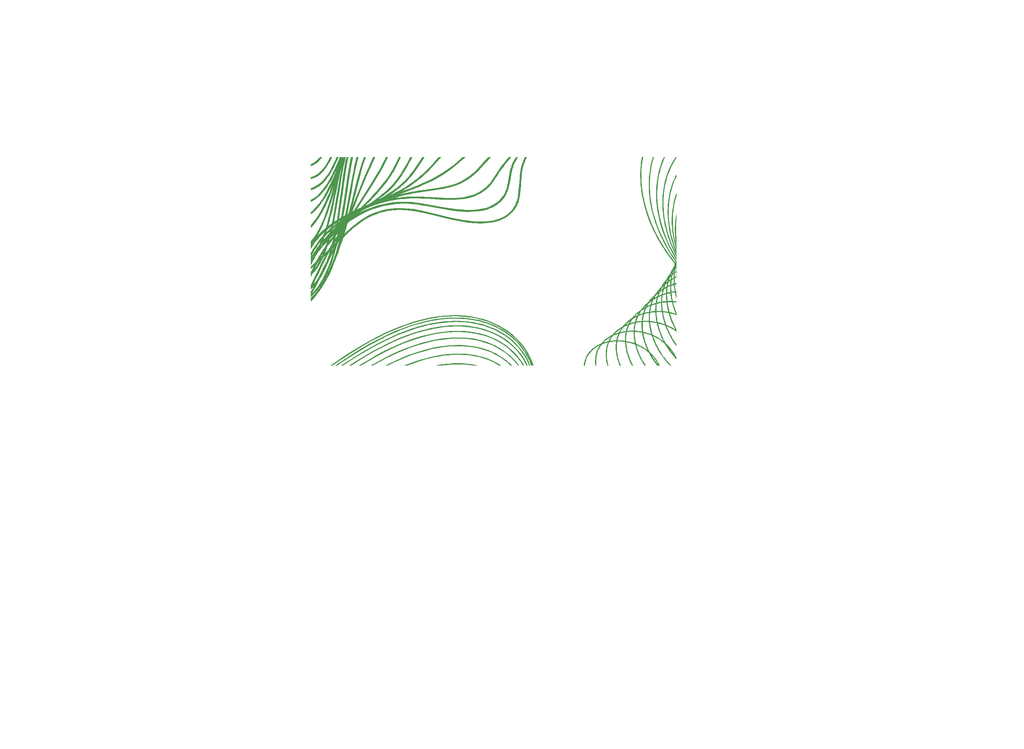
<source format=gbr>
%TF.GenerationSoftware,KiCad,Pcbnew,8.0.2-1*%
%TF.CreationDate,2024-06-21T15:15:19-04:00*%
%TF.ProjectId,businessCard,62757369-6e65-4737-9343-6172642e6b69,rev?*%
%TF.SameCoordinates,Original*%
%TF.FileFunction,Legend,Top*%
%TF.FilePolarity,Positive*%
%FSLAX46Y46*%
G04 Gerber Fmt 4.6, Leading zero omitted, Abs format (unit mm)*
G04 Created by KiCad (PCBNEW 8.0.2-1) date 2024-06-21 15:15:19*
%MOMM*%
%LPD*%
G01*
G04 APERTURE LIST*
%ADD10C,0.000000*%
%ADD11C,0.100000*%
%ADD12C,0.400000*%
%ADD13C,0.550000*%
%ADD14C,0.300000*%
G04 APERTURE END LIST*
D10*
G36*
X99829910Y-72517649D02*
G01*
X99551849Y-73054136D01*
X99270685Y-73585972D01*
X98986161Y-74112123D01*
X98888686Y-74175944D01*
X98790566Y-74238215D01*
X98691799Y-74298935D01*
X98592387Y-74358105D01*
X98492329Y-74415724D01*
X98391625Y-74471793D01*
X98290275Y-74526311D01*
X98188279Y-74579279D01*
X98467869Y-74079008D01*
X98744489Y-73571244D01*
X99018267Y-73057278D01*
X99289330Y-72538404D01*
X99394414Y-72473723D01*
X99498771Y-72407749D01*
X99602320Y-72340355D01*
X99704981Y-72271410D01*
X99806673Y-72200785D01*
X99907315Y-72128352D01*
X100006827Y-72053982D01*
X100105126Y-71977544D01*
X99829910Y-72517649D01*
G37*
G36*
X94547372Y-79678388D02*
G01*
X94540612Y-79702309D01*
X94533851Y-79726490D01*
X94526833Y-79751058D01*
X94376626Y-79844762D01*
X94374801Y-79846024D01*
X94372947Y-79847226D01*
X94371070Y-79848376D01*
X94369173Y-79849479D01*
X94365334Y-79851571D01*
X94361463Y-79853549D01*
X94353755Y-79857359D01*
X94349982Y-79859289D01*
X94346306Y-79861299D01*
X94372600Y-79836253D01*
X94398781Y-79810787D01*
X94450866Y-79758982D01*
X94554391Y-79654596D01*
X94547372Y-79678388D01*
G37*
G36*
X94821732Y-75378542D02*
G01*
X94768160Y-75610052D01*
X94715623Y-75841562D01*
X94564034Y-75831915D01*
X94661534Y-75602472D01*
X94710927Y-75487751D01*
X94761094Y-75373029D01*
X94821732Y-75378542D01*
G37*
G36*
X94773671Y-78915966D02*
G01*
X94732155Y-79062036D01*
X94708326Y-79077817D01*
X94684400Y-79093194D01*
X94636384Y-79123189D01*
X94588368Y-79152924D01*
X94564441Y-79167978D01*
X94540612Y-79183305D01*
X94609449Y-79079758D01*
X94678932Y-78977117D01*
X94748156Y-78874217D01*
X94782388Y-78822306D01*
X94816216Y-78769895D01*
X94773671Y-78915966D01*
G37*
G36*
X93702652Y-80388803D02*
G01*
X93701276Y-80394127D01*
X93699998Y-80399515D01*
X93698801Y-80404935D01*
X93696584Y-80415744D01*
X93694497Y-80426294D01*
X93637993Y-80470392D01*
X93704140Y-80383577D01*
X93702652Y-80388803D01*
G37*
G36*
X98308835Y-70448224D02*
G01*
X97997937Y-71248562D01*
X97694014Y-72048899D01*
X97395905Y-72848463D01*
X97269298Y-72881492D01*
X97141657Y-72912197D01*
X97077450Y-72926596D01*
X97012984Y-72940318D01*
X96948261Y-72953329D01*
X96883278Y-72965597D01*
X96983872Y-72601797D01*
X97236076Y-71927482D01*
X97492541Y-71252523D01*
X97753398Y-70577306D01*
X98018777Y-69902219D01*
X98096553Y-69874311D01*
X98173828Y-69845354D01*
X98250619Y-69815330D01*
X98326942Y-69784225D01*
X98402812Y-69752021D01*
X98478246Y-69718703D01*
X98553260Y-69684255D01*
X98627869Y-69648660D01*
X98308835Y-70448224D01*
G37*
G36*
X106573640Y-56799833D02*
G01*
X106431444Y-56919960D01*
X106288732Y-57039440D01*
X106146536Y-57159695D01*
X106075955Y-57220558D01*
X106005890Y-57282148D01*
X106039479Y-57107134D01*
X106056080Y-57019755D01*
X106072037Y-56932119D01*
X106184947Y-56827197D01*
X106298377Y-56723178D01*
X106412324Y-56619932D01*
X106526787Y-56517332D01*
X106639786Y-56434652D01*
X106573640Y-56799833D01*
G37*
G36*
X95665093Y-77484186D02*
G01*
X95747773Y-77179639D01*
X95786355Y-77167234D01*
X95665093Y-77484186D01*
G37*
G36*
X95168999Y-75842939D02*
G01*
X95141554Y-75843750D01*
X95114028Y-75845029D01*
X95058927Y-75848281D01*
X95004085Y-75851273D01*
X94976883Y-75852228D01*
X94949891Y-75852586D01*
X95042390Y-75612808D01*
X95135926Y-75373029D01*
X95272347Y-75367517D01*
X95168999Y-75842939D01*
G37*
G36*
X106639786Y-56434652D02*
G01*
X106526787Y-56517332D01*
X106643922Y-56413984D01*
X106639786Y-56434652D01*
G37*
G36*
X179536774Y-6754354D02*
G01*
X179082436Y-7141406D01*
X178657618Y-7512761D01*
X178265389Y-7867418D01*
X177908816Y-8204375D01*
X177744860Y-8365903D01*
X177590968Y-8522631D01*
X177447525Y-8674433D01*
X177314914Y-8821184D01*
X177193519Y-8962760D01*
X177083722Y-9099035D01*
X176779301Y-9483030D01*
X176468915Y-9862092D01*
X175832226Y-10606352D01*
X175177612Y-11333688D01*
X174509030Y-12045973D01*
X173830434Y-12745081D01*
X173145783Y-13432885D01*
X171774140Y-14782072D01*
X171169935Y-15374130D01*
X170564050Y-15972521D01*
X169958940Y-16577889D01*
X169357060Y-17190878D01*
X170346147Y-15875370D01*
X171316632Y-14571226D01*
X171444789Y-14445829D01*
X172808013Y-13105126D01*
X173488172Y-12421968D01*
X174161936Y-11727991D01*
X174825235Y-11021482D01*
X175474001Y-10300730D01*
X176104162Y-9564024D01*
X176711651Y-8809652D01*
X176813184Y-8683349D01*
X176923823Y-8553052D01*
X177171378Y-8280788D01*
X177452231Y-7993472D01*
X177764300Y-7691719D01*
X178105501Y-7376142D01*
X178473753Y-7047355D01*
X178866970Y-6705971D01*
X179283070Y-6352605D01*
X180017563Y-6352605D01*
X179536774Y-6754354D01*
G37*
G36*
X88956819Y-94559886D02*
G01*
X88948702Y-94589772D01*
X88940843Y-94619659D01*
X88933373Y-94649028D01*
X88730457Y-95400403D01*
X88525475Y-96149711D01*
X88482068Y-96237734D01*
X88460364Y-96281680D01*
X88438660Y-96324722D01*
X88481313Y-96004996D01*
X88524612Y-95694442D01*
X88568688Y-95395516D01*
X88613671Y-95110672D01*
X88642609Y-94937038D01*
X88723416Y-94838831D01*
X88804352Y-94738428D01*
X88885032Y-94635700D01*
X88965066Y-94530517D01*
X88956819Y-94559886D01*
G37*
G36*
X102005197Y-6983390D02*
G01*
X101351400Y-7587547D01*
X100662733Y-8164448D01*
X99943273Y-8713467D01*
X99197094Y-9233975D01*
X98428273Y-9725344D01*
X97640884Y-10186946D01*
X96839004Y-10618154D01*
X96026708Y-11018340D01*
X95208072Y-11386877D01*
X94387170Y-11723135D01*
X93568080Y-12026488D01*
X92754875Y-12296308D01*
X91951633Y-12531967D01*
X91162427Y-12732837D01*
X90391335Y-12898290D01*
X89452855Y-13084558D01*
X88557040Y-13271180D01*
X87701338Y-13459545D01*
X86883198Y-13651044D01*
X86100069Y-13847063D01*
X85349398Y-14048993D01*
X84628635Y-14258223D01*
X83935227Y-14476141D01*
X83935227Y-13980047D01*
X84621958Y-13767963D01*
X85335012Y-13563904D01*
X86076811Y-13366595D01*
X86849778Y-13174760D01*
X87656334Y-12987124D01*
X88498903Y-12802411D01*
X90301766Y-12436651D01*
X91033862Y-12279939D01*
X91782827Y-12090784D01*
X92544989Y-11869752D01*
X93316677Y-11617406D01*
X94094219Y-11334313D01*
X94873944Y-11021038D01*
X95652178Y-10678146D01*
X96425251Y-10306202D01*
X97189490Y-9905771D01*
X97941224Y-9477418D01*
X98676780Y-9021710D01*
X99392488Y-8539210D01*
X100084675Y-8030485D01*
X100749669Y-7496099D01*
X101383798Y-6936617D01*
X101983391Y-6352605D01*
X102620049Y-6352605D01*
X102005197Y-6983390D01*
G37*
G36*
X98758442Y-74524158D02*
G01*
X98643936Y-74728754D01*
X98528657Y-74932058D01*
X98436926Y-74980050D01*
X98344664Y-75026863D01*
X98251853Y-75072481D01*
X98158477Y-75116888D01*
X98064521Y-75160067D01*
X97969966Y-75202003D01*
X97874798Y-75242679D01*
X97779000Y-75282079D01*
X97984672Y-74933264D01*
X98086734Y-74757111D01*
X98188279Y-74579279D01*
X98290275Y-74526311D01*
X98391625Y-74471793D01*
X98492329Y-74415724D01*
X98592387Y-74358105D01*
X98691799Y-74298935D01*
X98790566Y-74238215D01*
X98888686Y-74175944D01*
X98986161Y-74112123D01*
X98758442Y-74524158D01*
G37*
G36*
X96883278Y-72965597D02*
G01*
X96880968Y-72965886D01*
X96878686Y-72966234D01*
X96876428Y-72966635D01*
X96874190Y-72967082D01*
X96869759Y-72968092D01*
X96865361Y-72969214D01*
X96856532Y-72971605D01*
X96852036Y-72972776D01*
X96847443Y-72973867D01*
X96983872Y-72601797D01*
X96883278Y-72965597D01*
G37*
G36*
X108343278Y-39779681D02*
G01*
X108327710Y-39816888D01*
X108296189Y-39891302D01*
X108287977Y-39912848D01*
X108279846Y-39934992D01*
X108263633Y-39980360D01*
X108247161Y-40025985D01*
X108238707Y-40048451D01*
X108230042Y-40070448D01*
X108181272Y-40184134D01*
X108133407Y-40297823D01*
X108085283Y-40411511D01*
X108035737Y-40525198D01*
X108010116Y-40583765D01*
X107984752Y-40643366D01*
X107933762Y-40763601D01*
X107992675Y-40611930D01*
X108051587Y-40464910D01*
X108110498Y-40322543D01*
X108169411Y-40184827D01*
X108217318Y-40074238D01*
X108264321Y-39963648D01*
X108358201Y-39742475D01*
X108343278Y-39779681D01*
G37*
G36*
X92128012Y-84442761D02*
G01*
X91945763Y-85139185D01*
X91863081Y-85249515D01*
X91780400Y-85357261D01*
X91697719Y-85462422D01*
X91615037Y-85565000D01*
X91837416Y-84852382D01*
X92062897Y-84138731D01*
X92123899Y-84041019D01*
X92185029Y-83942016D01*
X92246416Y-83841462D01*
X92308190Y-83739099D01*
X92128012Y-84442761D01*
G37*
G36*
X91533063Y-82305143D02*
G01*
X91481192Y-82503171D01*
X91379388Y-82899873D01*
X91305495Y-82956979D01*
X91231619Y-83012551D01*
X91157774Y-83066604D01*
X91083976Y-83119155D01*
X91010243Y-83170220D01*
X90936590Y-83219816D01*
X90863034Y-83267959D01*
X90789590Y-83314664D01*
X90921019Y-82786703D01*
X91055550Y-82261842D01*
X91187089Y-82228424D01*
X91253092Y-82210586D01*
X91319274Y-82191907D01*
X91385649Y-82172324D01*
X91452234Y-82151773D01*
X91519045Y-82130187D01*
X91586098Y-82107504D01*
X91533063Y-82305143D01*
G37*
G36*
X94140977Y-80586149D02*
G01*
X94102395Y-80637136D01*
X94184215Y-80289698D01*
X94265000Y-79941225D01*
X94268161Y-79938520D01*
X94271418Y-79935605D01*
X94274741Y-79932529D01*
X94278095Y-79929340D01*
X94284770Y-79922816D01*
X94291184Y-79916422D01*
X94140977Y-80586149D01*
G37*
G36*
X94826469Y-78340871D02*
G01*
X94764887Y-78488601D01*
X94641205Y-78783674D01*
X94535096Y-78822260D01*
X94592461Y-78561637D01*
X94650857Y-78299982D01*
X94651888Y-78294019D01*
X94652921Y-78288442D01*
X94654992Y-78277933D01*
X94713060Y-78256638D01*
X94771260Y-78235732D01*
X94829202Y-78214566D01*
X94857955Y-78203684D01*
X94886498Y-78192495D01*
X94826469Y-78340871D01*
G37*
G36*
X107495545Y-56637220D02*
G01*
X107422467Y-56696616D01*
X107349905Y-56756851D01*
X107205816Y-56879067D01*
X106918152Y-57125051D01*
X106930316Y-57067173D01*
X106942093Y-57009294D01*
X106965005Y-56893537D01*
X107035525Y-56834314D01*
X107106467Y-56776318D01*
X107249223Y-56662716D01*
X107392496Y-56550146D01*
X107535508Y-56436025D01*
X107495545Y-56637220D01*
G37*
G36*
X108056926Y-56848753D02*
G01*
X107955811Y-57074064D01*
X107663666Y-57385496D01*
X107684168Y-57299370D01*
X107694093Y-57256435D01*
X107703629Y-57213239D01*
X107864002Y-56970708D01*
X108023339Y-56728170D01*
X108157006Y-56623441D01*
X108056926Y-56848753D01*
G37*
G36*
X97489957Y-69308283D02*
G01*
X97395905Y-69597673D01*
X97363288Y-69605578D01*
X97330557Y-69612853D01*
X97264820Y-69626094D01*
X97198824Y-69638561D01*
X97132699Y-69651415D01*
X97149239Y-69589403D01*
X97178002Y-69531525D01*
X97192062Y-69502587D01*
X97205735Y-69473650D01*
X97394354Y-69245756D01*
X97489633Y-69132003D01*
X97586075Y-69018896D01*
X97489957Y-69308283D01*
G37*
G36*
X88108446Y-97343782D02*
G01*
X88005952Y-97937027D01*
X87829399Y-98494629D01*
X87646440Y-99040617D01*
X87456222Y-99573037D01*
X87257893Y-100089932D01*
X87050601Y-100589345D01*
X86833495Y-101069321D01*
X86605723Y-101527904D01*
X86366432Y-101963138D01*
X86114771Y-102373066D01*
X85849888Y-102755733D01*
X85712222Y-102936233D01*
X85570932Y-103109183D01*
X85425910Y-103274340D01*
X85277050Y-103431459D01*
X85124245Y-103580296D01*
X84967390Y-103720606D01*
X84806377Y-103852144D01*
X84641101Y-103974667D01*
X84471454Y-104087929D01*
X84297330Y-104191687D01*
X84118624Y-104285695D01*
X83935227Y-104369709D01*
X83935227Y-103858457D01*
X84244635Y-103681891D01*
X84539739Y-103471121D01*
X84821190Y-103227827D01*
X85089636Y-102953689D01*
X85345729Y-102650386D01*
X85590118Y-102319598D01*
X85823453Y-101963003D01*
X86046384Y-101582283D01*
X86259560Y-101179115D01*
X86463633Y-100755180D01*
X86659252Y-100312157D01*
X86847067Y-99851725D01*
X87027729Y-99375564D01*
X87201886Y-98885354D01*
X87533288Y-97869503D01*
X87619721Y-97739540D01*
X87705411Y-97607009D01*
X87790392Y-97471926D01*
X87874694Y-97334308D01*
X87958352Y-97194170D01*
X88041396Y-97051530D01*
X88123859Y-96906402D01*
X88205773Y-96758804D01*
X88108446Y-97343782D01*
G37*
G36*
X111990716Y-6902637D02*
G01*
X111814200Y-7459775D01*
X111617159Y-8023242D01*
X111399875Y-8592265D01*
X111162631Y-9166067D01*
X110905709Y-9743874D01*
X110629392Y-10324911D01*
X110333963Y-10908403D01*
X110019704Y-11493574D01*
X109686898Y-12079649D01*
X109335828Y-12665854D01*
X108966776Y-13251412D01*
X108580024Y-13835550D01*
X108175856Y-14417491D01*
X107754553Y-14996460D01*
X107316399Y-15571684D01*
X106625269Y-16428400D01*
X105918562Y-17245241D01*
X105198366Y-18020765D01*
X104466770Y-18753531D01*
X103725865Y-19442098D01*
X102977739Y-20085023D01*
X102224481Y-20680867D01*
X101468181Y-21228187D01*
X100710929Y-21725543D01*
X99954813Y-22171492D01*
X99201923Y-22564594D01*
X98454347Y-22903407D01*
X97714177Y-23186491D01*
X96983499Y-23412403D01*
X96264405Y-23579703D01*
X95558983Y-23686948D01*
X95209532Y-23715123D01*
X94863377Y-23722565D01*
X94520392Y-23710696D01*
X94180448Y-23680941D01*
X93843419Y-23634722D01*
X93509178Y-23573462D01*
X93177598Y-23498585D01*
X92848551Y-23411513D01*
X92521911Y-23313670D01*
X92197550Y-23206479D01*
X91875340Y-23091362D01*
X91555156Y-22969744D01*
X90920352Y-22712694D01*
X90292122Y-22446714D01*
X89374671Y-22061532D01*
X88921687Y-21882529D01*
X88470527Y-21717560D01*
X88019691Y-21570355D01*
X87793924Y-21504580D01*
X87567675Y-21444644D01*
X87340756Y-21391015D01*
X87112979Y-21344158D01*
X86884156Y-21304540D01*
X86654099Y-21272627D01*
X86293101Y-21234651D01*
X85938595Y-21209368D01*
X85590355Y-21196422D01*
X85248154Y-21195459D01*
X84911768Y-21206123D01*
X84580968Y-21228059D01*
X84255530Y-21260912D01*
X83935227Y-21304327D01*
X83935227Y-20826147D01*
X84261800Y-20785071D01*
X84593671Y-20754121D01*
X84931097Y-20733733D01*
X85274336Y-20724342D01*
X85623648Y-20726385D01*
X85979289Y-20740297D01*
X86341519Y-20766514D01*
X86710595Y-20805471D01*
X86953476Y-20839255D01*
X87195330Y-20881309D01*
X87436162Y-20931055D01*
X87675979Y-20987911D01*
X87914786Y-21051300D01*
X88152590Y-21120642D01*
X88625211Y-21274868D01*
X89093892Y-21445952D01*
X89558681Y-21629261D01*
X90476777Y-22014013D01*
X91014768Y-22242003D01*
X91557136Y-22464114D01*
X92104123Y-22672790D01*
X92379424Y-22769728D01*
X92655970Y-22860472D01*
X92933793Y-22944079D01*
X93212921Y-23019603D01*
X93493386Y-23086100D01*
X93775218Y-23142625D01*
X94058447Y-23188234D01*
X94343102Y-23221981D01*
X94629216Y-23242922D01*
X94916817Y-23250112D01*
X94990262Y-23249655D01*
X95063835Y-23248261D01*
X95137538Y-23245898D01*
X95211371Y-23242534D01*
X95285333Y-23238137D01*
X95359425Y-23232674D01*
X95433646Y-23226112D01*
X95507996Y-23218420D01*
X96190237Y-23114608D01*
X96886329Y-22951912D01*
X97594234Y-22731745D01*
X98311914Y-22455524D01*
X99037329Y-22124663D01*
X99768440Y-21740578D01*
X100503210Y-21304682D01*
X101239598Y-20818392D01*
X101975566Y-20283123D01*
X102709076Y-19700289D01*
X103438088Y-19071306D01*
X104160564Y-18397588D01*
X104874465Y-17680551D01*
X105577752Y-16921609D01*
X106268386Y-16122179D01*
X106944329Y-15283674D01*
X107370177Y-14724691D01*
X107779889Y-14162375D01*
X108173185Y-13597463D01*
X108549788Y-13030691D01*
X108909417Y-12462797D01*
X109251796Y-11894518D01*
X109576645Y-11326589D01*
X109883686Y-10759749D01*
X110172640Y-10194733D01*
X110443228Y-9632279D01*
X110695173Y-9073123D01*
X110928196Y-8518002D01*
X111142017Y-7967653D01*
X111336359Y-7422813D01*
X111510943Y-6884218D01*
X111665490Y-6352605D01*
X112146424Y-6352605D01*
X111990716Y-6902637D01*
G37*
G36*
X97045476Y-67340208D02*
G01*
X96772860Y-68134712D01*
X96512390Y-68940327D01*
X96263161Y-69756147D01*
X96241514Y-69757412D01*
X96219947Y-69759032D01*
X96176860Y-69762692D01*
X96155244Y-69764410D01*
X96133515Y-69765836D01*
X96111624Y-69766811D01*
X96089524Y-69767172D01*
X96022004Y-69764413D01*
X96302864Y-68955118D01*
X96594576Y-68154866D01*
X96898691Y-67364949D01*
X97055884Y-66974270D01*
X97216759Y-66586660D01*
X97274467Y-66572189D01*
X97331139Y-66557718D01*
X97045476Y-67340208D01*
G37*
G36*
X95554502Y-74079052D02*
G01*
X95432198Y-74633024D01*
X95135926Y-75373029D01*
X94996743Y-75378543D01*
X94961867Y-75379678D01*
X94927023Y-75380394D01*
X94892243Y-75380528D01*
X94857560Y-75379919D01*
X94927323Y-75111375D01*
X94962398Y-74977425D01*
X94998116Y-74843862D01*
X95146708Y-74512617D01*
X95296980Y-74182405D01*
X95449061Y-73853226D01*
X95603081Y-73525079D01*
X95678872Y-73525079D01*
X95554502Y-74079052D01*
G37*
G36*
X95104575Y-77746184D02*
G01*
X94989854Y-78155290D01*
X94977330Y-78160280D01*
X94964597Y-78164979D01*
X94938694Y-78173893D01*
X94912532Y-78182806D01*
X94899475Y-78187506D01*
X94886498Y-78192495D01*
X94970926Y-77978771D01*
X95053415Y-77765304D01*
X95217225Y-77338113D01*
X95104575Y-77746184D01*
G37*
G36*
X99927361Y-64533380D02*
G01*
X99754721Y-64813423D01*
X99583889Y-65095276D01*
X99414605Y-65378678D01*
X99246613Y-65663374D01*
X99184410Y-65706450D01*
X99121835Y-65748833D01*
X99058906Y-65790473D01*
X98995638Y-65831321D01*
X98932046Y-65871330D01*
X98868148Y-65910451D01*
X98803959Y-65948635D01*
X98739495Y-65985834D01*
X98826849Y-65783305D01*
X98915367Y-65581035D01*
X99005176Y-65379282D01*
X99096406Y-65178304D01*
X99217013Y-65086777D01*
X99335989Y-64992053D01*
X99453383Y-64894163D01*
X99569243Y-64793141D01*
X99683617Y-64689018D01*
X99796554Y-64581827D01*
X99908103Y-64471600D01*
X100018311Y-64358369D01*
X99927361Y-64533380D01*
G37*
G36*
X105108572Y-56174911D02*
G01*
X105103963Y-56193666D01*
X105099353Y-56212679D01*
X105097129Y-56222321D01*
X105095002Y-56232076D01*
X104882356Y-56384782D01*
X104672292Y-56539036D01*
X104464810Y-56694840D01*
X104259911Y-56852193D01*
X104286095Y-56762624D01*
X104488928Y-56608393D01*
X104694342Y-56455839D01*
X104902340Y-56305093D01*
X105112923Y-56156286D01*
X105108572Y-56174911D01*
G37*
G36*
X90401522Y-86291119D02*
G01*
X90350857Y-86478812D01*
X90249398Y-86854845D01*
X90217298Y-86876874D01*
X90185084Y-86898532D01*
X90120380Y-86940798D01*
X90055417Y-86981773D01*
X89990327Y-87021585D01*
X90117112Y-86376665D01*
X90159424Y-86345214D01*
X90201624Y-86312908D01*
X90243726Y-86279795D01*
X90285747Y-86245923D01*
X90327704Y-86211341D01*
X90369612Y-86176096D01*
X90453347Y-86103815D01*
X90401522Y-86291119D01*
G37*
G36*
X95225495Y-77303663D02*
G01*
X95038254Y-77346896D01*
X94944698Y-77367416D01*
X94898218Y-77376667D01*
X94852044Y-77384966D01*
X94909065Y-77132095D01*
X94965050Y-76879224D01*
X95064525Y-76859244D01*
X95164519Y-76838230D01*
X95265031Y-76815665D01*
X95366059Y-76791032D01*
X95225495Y-77303663D01*
G37*
G36*
X92593096Y-80881909D02*
G01*
X92480446Y-81206266D01*
X92334437Y-81281111D01*
X92189850Y-81352338D01*
X92118050Y-81386434D01*
X92046557Y-81419432D01*
X91975355Y-81451267D01*
X91904427Y-81481874D01*
X92040334Y-81085859D01*
X92177277Y-80690878D01*
X92242973Y-80676998D01*
X92308814Y-80662263D01*
X92440997Y-80630417D01*
X92573954Y-80595730D01*
X92707818Y-80558588D01*
X92593096Y-80881909D01*
G37*
G36*
X84264735Y-85567766D02*
G01*
X84589304Y-85785914D01*
X84909064Y-85989976D01*
X85224147Y-86179239D01*
X85534684Y-86352992D01*
X85840806Y-86510521D01*
X86142645Y-86651113D01*
X86440331Y-86774057D01*
X86733996Y-86878640D01*
X87023771Y-86964148D01*
X87309788Y-87029870D01*
X87592177Y-87075094D01*
X87871069Y-87099105D01*
X88146596Y-87101193D01*
X88418890Y-87080643D01*
X88553865Y-87061657D01*
X88688080Y-87036745D01*
X88779873Y-87016493D01*
X88871288Y-86993460D01*
X88962336Y-86967641D01*
X89053026Y-86939033D01*
X89143369Y-86907631D01*
X89233375Y-86873431D01*
X89323053Y-86836429D01*
X89412415Y-86796621D01*
X89501470Y-86754003D01*
X89590228Y-86708572D01*
X89678700Y-86660322D01*
X89766895Y-86609251D01*
X89854824Y-86555354D01*
X89942496Y-86498626D01*
X90029922Y-86439064D01*
X90117112Y-86376665D01*
X89990327Y-87021585D01*
X89843107Y-87105037D01*
X89694934Y-87181739D01*
X89620475Y-87217549D01*
X89545760Y-87251659D01*
X89470782Y-87284065D01*
X89395535Y-87314764D01*
X89320014Y-87343750D01*
X89244212Y-87371021D01*
X89168123Y-87396572D01*
X89091741Y-87420400D01*
X89015061Y-87442499D01*
X88938076Y-87462866D01*
X88860779Y-87481497D01*
X88783166Y-87498388D01*
X88498645Y-87545478D01*
X88212386Y-87569895D01*
X87924234Y-87572317D01*
X87634033Y-87553422D01*
X87341627Y-87513890D01*
X87046862Y-87454397D01*
X86749582Y-87375623D01*
X86449630Y-87278245D01*
X86146853Y-87162942D01*
X85841094Y-87030392D01*
X85532199Y-86881273D01*
X85220011Y-86716264D01*
X84904375Y-86536042D01*
X84585136Y-86341287D01*
X84262139Y-86132675D01*
X83935227Y-85910886D01*
X83935227Y-85336244D01*
X84264735Y-85567766D01*
G37*
G36*
X91910452Y-87576764D02*
G01*
X91834379Y-87759547D01*
X91795414Y-87849930D01*
X91755593Y-87939359D01*
X91675217Y-88114349D01*
X91595227Y-88286109D01*
X91515494Y-88455026D01*
X91435891Y-88621488D01*
X91555435Y-88240633D01*
X91614561Y-88049237D01*
X91672913Y-87856680D01*
X91770045Y-87701218D01*
X91867046Y-87541107D01*
X91963788Y-87376863D01*
X92060143Y-87209001D01*
X91910452Y-87576764D01*
G37*
G36*
X109141224Y-37941314D02*
G01*
X108842233Y-38650207D01*
X108538592Y-39359875D01*
X108230042Y-40070448D01*
X108238707Y-40048451D01*
X108247161Y-40025985D01*
X108263633Y-39980360D01*
X108279846Y-39934992D01*
X108287977Y-39912848D01*
X108296189Y-39891302D01*
X108327710Y-39816888D01*
X108343278Y-39779681D01*
X108358201Y-39742475D01*
X108865318Y-38568385D01*
X109364167Y-37394300D01*
X109399480Y-37313681D01*
X109417457Y-37273374D01*
X109435822Y-37233068D01*
X109141224Y-37941314D01*
G37*
G36*
X107817836Y-56708707D02*
G01*
X107767022Y-56936254D01*
X107568067Y-57098521D01*
X107468785Y-57180429D01*
X107370148Y-57262853D01*
X107433533Y-56943143D01*
X107650059Y-56711118D01*
X107758514Y-56595297D01*
X107867615Y-56480123D01*
X107817836Y-56708707D01*
G37*
G36*
X117486089Y-50588906D02*
G01*
X117473063Y-50594698D01*
X117446358Y-50606924D01*
X116600075Y-50931628D01*
X115748620Y-51265630D01*
X116101224Y-51073739D01*
X116452798Y-50879781D01*
X116711953Y-50801707D01*
X116972661Y-50726474D01*
X117234919Y-50653826D01*
X117498726Y-50583501D01*
X117486089Y-50588906D01*
G37*
G36*
X95396199Y-77025297D02*
G01*
X95341248Y-77277479D01*
X95327300Y-77280975D01*
X95313368Y-77284262D01*
X95285615Y-77290398D01*
X95258119Y-77296276D01*
X95231011Y-77302282D01*
X95332122Y-77039766D01*
X95432198Y-76777250D01*
X95433475Y-76776765D01*
X95434722Y-76776338D01*
X95435940Y-76775964D01*
X95437132Y-76775636D01*
X95438300Y-76775349D01*
X95439445Y-76775095D01*
X95441677Y-76774667D01*
X95445962Y-76773956D01*
X95448049Y-76773576D01*
X95449085Y-76773359D01*
X95450120Y-76773115D01*
X95396199Y-77025297D01*
G37*
G36*
X94369303Y-80644823D02*
G01*
X94241232Y-80922562D01*
X93982506Y-81476362D01*
X94059075Y-81244377D01*
X94134092Y-81011618D01*
X94281541Y-80544805D01*
X94307955Y-80522300D01*
X94334467Y-80500150D01*
X94387650Y-80456268D01*
X94440834Y-80411870D01*
X94467345Y-80389073D01*
X94493760Y-80365663D01*
X94369303Y-80644823D01*
G37*
G36*
X98256765Y-76227761D02*
G01*
X98103591Y-76425098D01*
X97949222Y-76619496D01*
X97793641Y-76810841D01*
X97636833Y-76999021D01*
X97478781Y-77183923D01*
X97319470Y-77365434D01*
X97158883Y-77543440D01*
X97041837Y-77618112D01*
X96924273Y-77691234D01*
X96806192Y-77762806D01*
X96687592Y-77832826D01*
X96859654Y-77591154D01*
X97030553Y-77345347D01*
X97200161Y-77094888D01*
X97368348Y-76839262D01*
X97501281Y-76744191D01*
X97633424Y-76647134D01*
X97764760Y-76548171D01*
X97895272Y-76447383D01*
X98024944Y-76344850D01*
X98153761Y-76240655D01*
X98281705Y-76134877D01*
X98408761Y-76027597D01*
X98256765Y-76227761D01*
G37*
G36*
X108604867Y-55723585D02*
G01*
X108555256Y-55773367D01*
X108530451Y-55798579D01*
X108505646Y-55824178D01*
X108552330Y-55715487D01*
X108597977Y-55607832D01*
X108604177Y-55603298D01*
X108610360Y-55598959D01*
X108622612Y-55590604D01*
X108628648Y-55586459D01*
X108634604Y-55582250D01*
X108640464Y-55577911D01*
X108646210Y-55573377D01*
X108604867Y-55723585D01*
G37*
G36*
X95968775Y-74384977D02*
G01*
X95779465Y-75243494D01*
X95778370Y-75248721D01*
X95777162Y-75254045D01*
X95775857Y-75259434D01*
X95774471Y-75264854D01*
X95771521Y-75275663D01*
X95768441Y-75286214D01*
X95767346Y-75291379D01*
X95766138Y-75296528D01*
X95764833Y-75301644D01*
X95763446Y-75306712D01*
X95761996Y-75311716D01*
X95760496Y-75316639D01*
X95757416Y-75326177D01*
X95735769Y-75329113D01*
X95714203Y-75332615D01*
X95671119Y-75340474D01*
X95649505Y-75344412D01*
X95627777Y-75348075D01*
X95605887Y-75351254D01*
X95583787Y-75353738D01*
X95549166Y-75356814D01*
X95514561Y-75358969D01*
X95479989Y-75360447D01*
X95445466Y-75361488D01*
X95376628Y-75363233D01*
X95342345Y-75364420D01*
X95308175Y-75366140D01*
X95422211Y-74869012D01*
X95538308Y-74373953D01*
X95712979Y-73949690D01*
X95889710Y-73526460D01*
X95957708Y-73527041D01*
X96025448Y-73528010D01*
X96093189Y-73528203D01*
X96127140Y-73527646D01*
X96161187Y-73526460D01*
X95968775Y-74384977D01*
G37*
G36*
X89252561Y-93473045D02*
G01*
X89137322Y-93896619D01*
X89175217Y-93663903D01*
X89213112Y-93436355D01*
X89357812Y-93072551D01*
X89358906Y-93069909D01*
X89360115Y-93067169D01*
X89361420Y-93064365D01*
X89362806Y-93061528D01*
X89364257Y-93058691D01*
X89365756Y-93055887D01*
X89367288Y-93053147D01*
X89368836Y-93050504D01*
X89252561Y-93473045D01*
G37*
G36*
X92735102Y-77440131D02*
G01*
X92856477Y-77455935D01*
X92917431Y-77463143D01*
X92978627Y-77469672D01*
X93040113Y-77475362D01*
X93101937Y-77480051D01*
X92977958Y-77796849D01*
X92856303Y-78114810D01*
X92737232Y-78434062D01*
X92621003Y-78754736D01*
X92557566Y-78758587D01*
X92494354Y-78761001D01*
X92431336Y-78762220D01*
X92368478Y-78762487D01*
X92243119Y-78761131D01*
X92118020Y-78758871D01*
X92237586Y-78422908D01*
X92360382Y-78088626D01*
X92486020Y-77755636D01*
X92614113Y-77423551D01*
X92735102Y-77440131D01*
G37*
G36*
X107433533Y-56943143D02*
G01*
X107125889Y-57270946D01*
X106972710Y-57435558D01*
X106820305Y-57601850D01*
X106869744Y-57363448D01*
X106918152Y-57125051D01*
X107205816Y-56879067D01*
X107349905Y-56756851D01*
X107422467Y-56696616D01*
X107495545Y-56637220D01*
X107433533Y-56943143D01*
G37*
G36*
X103741193Y-58466524D02*
G01*
X103648240Y-58734941D01*
X103553478Y-59000774D01*
X103456521Y-59263765D01*
X103289906Y-59448873D01*
X103125101Y-59636696D01*
X102962362Y-59827876D01*
X102881849Y-59924928D01*
X102801949Y-60023061D01*
X102758387Y-60077502D01*
X102715455Y-60132250D01*
X102630900Y-60242342D01*
X102462952Y-60462656D01*
X102614924Y-60110568D01*
X102763019Y-59751245D01*
X102907496Y-59385203D01*
X103048615Y-59012960D01*
X103144142Y-58907591D01*
X103240509Y-58803305D01*
X103337651Y-58700019D01*
X103435504Y-58597654D01*
X103633081Y-58395362D01*
X103832726Y-58195783D01*
X103741193Y-58466524D01*
G37*
G36*
X97207806Y-70181442D02*
G01*
X97196998Y-70215398D01*
X97186448Y-70249483D01*
X97101136Y-70359059D01*
X97016600Y-70468763D01*
X96848824Y-70689077D01*
X96884416Y-70555170D01*
X96920655Y-70421910D01*
X96993516Y-70155779D01*
X97053205Y-70146217D01*
X97112376Y-70136140D01*
X97171029Y-70125546D01*
X97229165Y-70114435D01*
X97207806Y-70181442D01*
G37*
G36*
X91661543Y-81827242D02*
G01*
X91586098Y-82107504D01*
X91519045Y-82130187D01*
X91452234Y-82151773D01*
X91385649Y-82172324D01*
X91319274Y-82191907D01*
X91253092Y-82210586D01*
X91187089Y-82228424D01*
X91055550Y-82261842D01*
X91197487Y-81735433D01*
X91264281Y-81715284D01*
X91331332Y-81694134D01*
X91398641Y-81672015D01*
X91466208Y-81648959D01*
X91534033Y-81625000D01*
X91602117Y-81600168D01*
X91739060Y-81548017D01*
X91661543Y-81827242D01*
G37*
G36*
X104448684Y-60646301D02*
G01*
X104343115Y-60988205D01*
X104235217Y-61326751D01*
X104124863Y-61661550D01*
X103923412Y-61946631D01*
X103724545Y-62233780D01*
X103528780Y-62523513D01*
X103336632Y-62816347D01*
X103246391Y-62959080D01*
X103157313Y-63103494D01*
X102981095Y-63393743D01*
X103172513Y-62919569D01*
X103357988Y-62435319D01*
X103537262Y-61940733D01*
X103710076Y-61435552D01*
X103916243Y-61147886D01*
X104125381Y-60863321D01*
X104337362Y-60581341D01*
X104552056Y-60301427D01*
X104448684Y-60646301D01*
G37*
G36*
X108161115Y-39824410D02*
G01*
X108113469Y-39978183D01*
X108019891Y-40298340D01*
X107928380Y-40634776D01*
X107838677Y-40986845D01*
X107686941Y-41360000D01*
X107533509Y-41750773D01*
X107221491Y-42578651D01*
X106902496Y-43457430D01*
X106576394Y-44374059D01*
X106672534Y-43936101D01*
X106768804Y-43508996D01*
X106865333Y-43092743D01*
X106962250Y-42687345D01*
X106962763Y-42686310D01*
X106963260Y-42685275D01*
X106963725Y-42684241D01*
X106963941Y-42683724D01*
X106964142Y-42683207D01*
X106964328Y-42682690D01*
X106964495Y-42682174D01*
X106964642Y-42681657D01*
X106964767Y-42681141D01*
X106964868Y-42680624D01*
X106964943Y-42680108D01*
X106964989Y-42679591D01*
X106965005Y-42679075D01*
X107377725Y-41682409D01*
X107778046Y-40733282D01*
X107889431Y-40469476D01*
X107998359Y-40205150D01*
X108104964Y-39940307D01*
X108209374Y-39674947D01*
X108161115Y-39824410D01*
G37*
G36*
X94816216Y-78769895D02*
G01*
X94818225Y-78763114D01*
X94820137Y-78756221D01*
X94823799Y-78742160D01*
X94827459Y-78727842D01*
X94829369Y-78720627D01*
X94831376Y-78713396D01*
X94856179Y-78705125D01*
X94816216Y-78769895D01*
G37*
G36*
X106254623Y-45921943D02*
G01*
X105924584Y-47566976D01*
X105835015Y-48013456D01*
X105439942Y-49439458D01*
X105018999Y-50885806D01*
X104568277Y-52334222D01*
X104083870Y-53766423D01*
X103561867Y-55164131D01*
X103285547Y-55844337D01*
X102998363Y-56509064D01*
X102699827Y-57156027D01*
X102389449Y-57782942D01*
X102066742Y-58387523D01*
X101731217Y-58967485D01*
X101570051Y-59142065D01*
X101410306Y-59317161D01*
X101331571Y-59405226D01*
X101253919Y-59493809D01*
X101177591Y-59583037D01*
X101102830Y-59673040D01*
X100937389Y-59879270D01*
X100774856Y-60088584D01*
X100615165Y-60300837D01*
X100458251Y-60515884D01*
X100304050Y-60733579D01*
X100152497Y-60953777D01*
X100003529Y-61176333D01*
X99857079Y-61401102D01*
X99638944Y-61606475D01*
X99416501Y-61801203D01*
X99189673Y-61984947D01*
X98958385Y-62157364D01*
X98722558Y-62318114D01*
X98482117Y-62466855D01*
X98236985Y-62603246D01*
X97987085Y-62726946D01*
X97732340Y-62837613D01*
X97472674Y-62934908D01*
X97208010Y-63018488D01*
X96938270Y-63088013D01*
X96663380Y-63143141D01*
X96383260Y-63183531D01*
X96097836Y-63208842D01*
X95807030Y-63218732D01*
X95767068Y-63220110D01*
X95528224Y-63214610D01*
X95291475Y-63198351D01*
X95056766Y-63171691D01*
X94824044Y-63134989D01*
X94593255Y-63088604D01*
X94364344Y-63032894D01*
X94137259Y-62968218D01*
X93911946Y-62894936D01*
X93466419Y-62723986D01*
X93027333Y-62522914D01*
X92594259Y-62294592D01*
X92166767Y-62041888D01*
X91744426Y-61767674D01*
X91326806Y-61474820D01*
X90913479Y-61166197D01*
X90504012Y-60844674D01*
X89694945Y-60174415D01*
X88896165Y-59487005D01*
X88297865Y-58971503D01*
X87694301Y-58463575D01*
X87084987Y-57973895D01*
X86778023Y-57739234D01*
X86469440Y-57513137D01*
X86159177Y-57296941D01*
X85847175Y-57091978D01*
X85533371Y-56899582D01*
X85217707Y-56721089D01*
X84900121Y-56557833D01*
X84580552Y-56411148D01*
X84258941Y-56282367D01*
X83935227Y-56172826D01*
X83935227Y-55680860D01*
X84285844Y-55790511D01*
X84632927Y-55921086D01*
X84976622Y-56071129D01*
X85317078Y-56239182D01*
X85654441Y-56423788D01*
X85988859Y-56623489D01*
X86320479Y-56836827D01*
X86649448Y-57062346D01*
X86975914Y-57298588D01*
X87300025Y-57544095D01*
X87941768Y-58057075D01*
X88575857Y-58589628D01*
X89203469Y-59130094D01*
X89977631Y-59796367D01*
X90760610Y-60446055D01*
X91156102Y-60757721D01*
X91554634Y-61056889D01*
X91956485Y-61340777D01*
X92361932Y-61606600D01*
X92771256Y-61851575D01*
X93184734Y-62072919D01*
X93602644Y-62267846D01*
X94025266Y-62433575D01*
X94452879Y-62567320D01*
X94668643Y-62621330D01*
X94885759Y-62666299D01*
X95104262Y-62701881D01*
X95324187Y-62727728D01*
X95545568Y-62743491D01*
X95768441Y-62748823D01*
X95804268Y-62748823D01*
X96297846Y-62719976D01*
X96775528Y-62642463D01*
X97237691Y-62518196D01*
X97684709Y-62349086D01*
X98116958Y-62137045D01*
X98534813Y-61883985D01*
X98938649Y-61591819D01*
X99328842Y-61262457D01*
X99705766Y-60897812D01*
X100069797Y-60499795D01*
X100760681Y-59611295D01*
X101404494Y-58612252D01*
X102004240Y-57517961D01*
X102562918Y-56343717D01*
X103083532Y-55104815D01*
X103569082Y-53816550D01*
X104022571Y-52494216D01*
X104845370Y-49808526D01*
X105575944Y-47170103D01*
X105806246Y-46540037D01*
X106030349Y-45916430D01*
X106462021Y-44697897D01*
X106519725Y-44535463D01*
X106576394Y-44374059D01*
X106254623Y-45921943D01*
G37*
G36*
X88687027Y-96732859D02*
G01*
X88449854Y-98140805D01*
X88320746Y-98848984D01*
X88182967Y-99555727D01*
X88035272Y-100257851D01*
X87876420Y-100952175D01*
X87963623Y-100273964D01*
X88045916Y-99605831D01*
X88198876Y-98313232D01*
X88302234Y-97423536D01*
X88405587Y-96574148D01*
X88525475Y-96149711D01*
X88621314Y-95956722D01*
X88716506Y-95760244D01*
X88810922Y-95560407D01*
X88904435Y-95357340D01*
X88687027Y-96732859D01*
G37*
G36*
X109187886Y-55387904D02*
G01*
X109177960Y-55424551D01*
X109157464Y-55497587D01*
X109041535Y-55769747D01*
X108924576Y-56041914D01*
X108793576Y-56138330D01*
X108663091Y-56235524D01*
X108533123Y-56333752D01*
X108403672Y-56433271D01*
X108544236Y-55935804D01*
X108687554Y-55718069D01*
X108814891Y-55625139D01*
X108942487Y-55533759D01*
X109197426Y-55351514D01*
X109187886Y-55387904D01*
G37*
G36*
X108770234Y-54481969D02*
G01*
X108574036Y-54600656D01*
X108378869Y-54720373D01*
X108224534Y-54801679D01*
X108229485Y-54779950D01*
X108234177Y-54758093D01*
X108238870Y-54735981D01*
X108243821Y-54713483D01*
X108512194Y-54563449D01*
X108646899Y-54488497D01*
X108782639Y-54414449D01*
X108770234Y-54481969D01*
G37*
G36*
X207305865Y-49563270D02*
G01*
X208187667Y-49597824D01*
X209002575Y-49657675D01*
X209813563Y-49751658D01*
X210619489Y-49879310D01*
X211419209Y-50040173D01*
X212211581Y-50233786D01*
X212995464Y-50459689D01*
X213769713Y-50717421D01*
X214533187Y-51006523D01*
X215284744Y-51326533D01*
X216023239Y-51676992D01*
X216747532Y-52057440D01*
X217456479Y-52467415D01*
X218148939Y-52906459D01*
X218823767Y-53374111D01*
X219479822Y-53869910D01*
X220115962Y-54393396D01*
X220618120Y-54834971D01*
X221106535Y-55289465D01*
X221581159Y-55756879D01*
X222041944Y-56237211D01*
X222488840Y-56730463D01*
X222921799Y-57236633D01*
X223340774Y-57755723D01*
X223745715Y-58287733D01*
X224072540Y-58741411D01*
X224391633Y-59206540D01*
X224703112Y-59683360D01*
X225007094Y-60172114D01*
X225303696Y-60673044D01*
X225593035Y-61186392D01*
X225875229Y-61712402D01*
X226150393Y-62251314D01*
X226418646Y-62803372D01*
X226680104Y-63368817D01*
X226934884Y-63947891D01*
X227183104Y-64540838D01*
X227424880Y-65147899D01*
X227660330Y-65769316D01*
X227889571Y-66405331D01*
X228112720Y-67056188D01*
X228491376Y-68238169D01*
X228845986Y-69436492D01*
X229179635Y-70647346D01*
X229495408Y-71866921D01*
X230085661Y-74316987D01*
X230641421Y-76756200D01*
X231185379Y-79147591D01*
X231762281Y-81551255D01*
X232070474Y-82749090D01*
X232395769Y-83939675D01*
X232741121Y-85119569D01*
X233109485Y-86285333D01*
X233463286Y-87317699D01*
X233841382Y-88340246D01*
X234242001Y-89353362D01*
X234663374Y-90357435D01*
X235561298Y-92340002D01*
X236520992Y-94291046D01*
X237528292Y-96213667D01*
X238569037Y-98110967D01*
X240694209Y-101842004D01*
X242010042Y-104138335D01*
X243314376Y-106467738D01*
X243951856Y-107643064D01*
X244574011Y-108824527D01*
X245176690Y-110011416D01*
X245755744Y-111203020D01*
X246363391Y-112527912D01*
X246919733Y-113826158D01*
X247425530Y-115099924D01*
X247881539Y-116351371D01*
X248288521Y-117582665D01*
X248647234Y-118795969D01*
X248958437Y-119993447D01*
X249222888Y-121177263D01*
X249335287Y-121753193D01*
X249435816Y-122330657D01*
X249524492Y-122909639D01*
X249601331Y-123490124D01*
X249666348Y-124072095D01*
X249719561Y-124655535D01*
X249760985Y-125240429D01*
X249790637Y-125826761D01*
X249807195Y-126666065D01*
X249793910Y-127491627D01*
X249750912Y-128302751D01*
X249678329Y-129098744D01*
X249576289Y-129878910D01*
X249444924Y-130642556D01*
X249284361Y-131388988D01*
X249094729Y-132117509D01*
X248876821Y-132820970D01*
X248628839Y-133506889D01*
X248351684Y-134174099D01*
X248046257Y-134821435D01*
X247713457Y-135447728D01*
X247354186Y-136051813D01*
X246969342Y-136632522D01*
X246559827Y-137188689D01*
X246126541Y-137719146D01*
X245670385Y-138222728D01*
X245192257Y-138698268D01*
X244693060Y-139144598D01*
X244173692Y-139560551D01*
X243635055Y-139944962D01*
X243078049Y-140296663D01*
X242503573Y-140614488D01*
X242177602Y-140774716D01*
X241844971Y-140923047D01*
X241506223Y-141059376D01*
X241161902Y-141183596D01*
X240812551Y-141295599D01*
X240458713Y-141395278D01*
X240100929Y-141482527D01*
X239739745Y-141557238D01*
X239375702Y-141619305D01*
X239009344Y-141668620D01*
X238641214Y-141705076D01*
X238271854Y-141728567D01*
X237901808Y-141738986D01*
X237531619Y-141736225D01*
X237161830Y-141720177D01*
X236792983Y-141690736D01*
X236412210Y-141645993D01*
X236036585Y-141586840D01*
X235666604Y-141513501D01*
X235302763Y-141426197D01*
X234945560Y-141325150D01*
X234595490Y-141210583D01*
X234253051Y-141082717D01*
X233918739Y-140941774D01*
X233593050Y-140787977D01*
X233276482Y-140621547D01*
X232969530Y-140442706D01*
X232672691Y-140251677D01*
X232386462Y-140048682D01*
X232111340Y-139833943D01*
X231847820Y-139607681D01*
X231596400Y-139370119D01*
X231428191Y-139198365D01*
X231265649Y-139022121D01*
X231108760Y-138841421D01*
X230957507Y-138656295D01*
X230811874Y-138466778D01*
X230671844Y-138272900D01*
X230537401Y-138074694D01*
X230408530Y-137872194D01*
X230197414Y-137510016D01*
X230001692Y-137134720D01*
X229821254Y-136745781D01*
X229655993Y-136342679D01*
X229505798Y-135924888D01*
X229370562Y-135491888D01*
X229250174Y-135043155D01*
X229144526Y-134578165D01*
X229053509Y-134096397D01*
X228977014Y-133597328D01*
X228914932Y-133080434D01*
X228867153Y-132545193D01*
X228833570Y-131991081D01*
X228814072Y-131417577D01*
X228808551Y-130824157D01*
X228816897Y-130210298D01*
X228826156Y-129881528D01*
X228839290Y-129546946D01*
X228856041Y-129207456D01*
X228876151Y-128863962D01*
X228933146Y-128072859D01*
X229000348Y-127280077D01*
X229150382Y-125709627D01*
X229332370Y-123752773D01*
X229407925Y-122766739D01*
X229464230Y-121778088D01*
X229494569Y-120788662D01*
X229492222Y-119800301D01*
X229476692Y-119307095D01*
X229450472Y-118814846D01*
X229412722Y-118323784D01*
X229362601Y-117834138D01*
X229278135Y-117200641D01*
X229171535Y-116567865D01*
X229042855Y-115935948D01*
X228892151Y-115305031D01*
X228719476Y-114675252D01*
X228524885Y-114046750D01*
X228308432Y-113419666D01*
X228070172Y-112794138D01*
X227810160Y-112170306D01*
X227528450Y-111548309D01*
X227225096Y-110928286D01*
X226900153Y-110310376D01*
X226553676Y-109694719D01*
X226185718Y-109081454D01*
X225796335Y-108470720D01*
X225385581Y-107862657D01*
X224959256Y-107263684D01*
X224512550Y-106668071D01*
X224045885Y-106076333D01*
X223559680Y-105488987D01*
X223054354Y-104906551D01*
X222530329Y-104329541D01*
X221988022Y-103758473D01*
X221427855Y-103193864D01*
X220909024Y-102691988D01*
X220383085Y-102200187D01*
X219310651Y-101243314D01*
X218212088Y-100316252D01*
X217088931Y-99412009D01*
X215942712Y-98523592D01*
X214774967Y-97644008D01*
X212381034Y-95883371D01*
X210331203Y-94375279D01*
X209297888Y-93602694D01*
X208268966Y-92818613D01*
X206419161Y-91379872D01*
X204566482Y-89906863D01*
X202727689Y-88394901D01*
X200919547Y-86839306D01*
X199158818Y-85235393D01*
X198301471Y-84413854D01*
X197462264Y-83578479D01*
X196643291Y-82728684D01*
X195846649Y-81863882D01*
X195074431Y-80983489D01*
X194328734Y-80086919D01*
X193849564Y-79480302D01*
X193389772Y-78861412D01*
X192949360Y-78230249D01*
X192528326Y-77586812D01*
X192126671Y-76931103D01*
X191744395Y-76263120D01*
X191381497Y-75582865D01*
X191037978Y-74890336D01*
X190768555Y-74298372D01*
X190516338Y-73707049D01*
X190281352Y-73116590D01*
X190063621Y-72527217D01*
X189863169Y-71939152D01*
X189680020Y-71352617D01*
X189514199Y-70767835D01*
X189365730Y-70185026D01*
X189234637Y-69604414D01*
X189120945Y-69026220D01*
X189024677Y-68450666D01*
X188945858Y-67877975D01*
X188884513Y-67308368D01*
X188840664Y-66742068D01*
X188814337Y-66179296D01*
X188805556Y-65620275D01*
X188809254Y-65349790D01*
X189087886Y-65349790D01*
X189094678Y-66174896D01*
X189140470Y-67008408D01*
X189225172Y-67849595D01*
X189348696Y-68697726D01*
X189510953Y-69552070D01*
X189711855Y-70411896D01*
X189951311Y-71276475D01*
X190229234Y-72145074D01*
X190545535Y-73016963D01*
X190900125Y-73891412D01*
X191292914Y-74767690D01*
X191632235Y-75453046D01*
X191990805Y-76126242D01*
X192368625Y-76787261D01*
X192765694Y-77436089D01*
X193182012Y-78072707D01*
X193617580Y-78697101D01*
X194072396Y-79309254D01*
X194546462Y-79909151D01*
X195288606Y-80801683D01*
X196057391Y-81678226D01*
X196850714Y-82539359D01*
X197666472Y-83385661D01*
X198502561Y-84217712D01*
X199356879Y-85036090D01*
X200227321Y-85841376D01*
X201111784Y-86634149D01*
X202914361Y-88184472D01*
X204747782Y-89691693D01*
X206595220Y-91160447D01*
X208439849Y-92595369D01*
X209466744Y-93379002D01*
X210498292Y-94150488D01*
X212546401Y-95655992D01*
X214945824Y-97421689D01*
X216116629Y-98303892D01*
X217266182Y-99195138D01*
X218392997Y-100102534D01*
X219495589Y-101033184D01*
X220572472Y-101994194D01*
X221622161Y-102992670D01*
X222186973Y-103561990D01*
X222733892Y-104137883D01*
X223262466Y-104719816D01*
X223772243Y-105307256D01*
X224262771Y-105899670D01*
X224733597Y-106496525D01*
X225184270Y-107097288D01*
X225614337Y-107701425D01*
X226029871Y-108316788D01*
X226423778Y-108934946D01*
X226796005Y-109555756D01*
X227146499Y-110179076D01*
X227475209Y-110804761D01*
X227782082Y-111432669D01*
X228067064Y-112062655D01*
X228330105Y-112694578D01*
X228571150Y-113328293D01*
X228790149Y-113963656D01*
X228987048Y-114600526D01*
X229161794Y-115238759D01*
X229314336Y-115878210D01*
X229444621Y-116518737D01*
X229552596Y-117160197D01*
X229638209Y-117802446D01*
X229689041Y-118297585D01*
X229727380Y-118793778D01*
X229754072Y-119290818D01*
X229769962Y-119788500D01*
X229772720Y-120784967D01*
X229742422Y-121781531D01*
X229685833Y-122776544D01*
X229609721Y-123768360D01*
X229425990Y-125735811D01*
X229277851Y-127303158D01*
X229211275Y-128093615D01*
X229154517Y-128881876D01*
X229134406Y-129222487D01*
X229117654Y-129559351D01*
X229104519Y-129891308D01*
X229095260Y-130217195D01*
X229087009Y-130820537D01*
X229092297Y-131403592D01*
X229111226Y-131966873D01*
X229143901Y-132510893D01*
X229190423Y-133036164D01*
X229250896Y-133543199D01*
X229325422Y-134032510D01*
X229414104Y-134504611D01*
X229517047Y-134960015D01*
X229634351Y-135399233D01*
X229766121Y-135822779D01*
X229912459Y-136231165D01*
X230073468Y-136624904D01*
X230249252Y-137004509D01*
X230439912Y-137370492D01*
X230645553Y-137723367D01*
X230769706Y-137919156D01*
X230899285Y-138110681D01*
X231034289Y-138297943D01*
X231174720Y-138480942D01*
X231320576Y-138659678D01*
X231471859Y-138834150D01*
X231628567Y-139004359D01*
X231790702Y-139170305D01*
X232035814Y-139401923D01*
X232291513Y-139621574D01*
X232557293Y-139829201D01*
X232832645Y-140024747D01*
X233117062Y-140208156D01*
X233410038Y-140379369D01*
X233711065Y-140538331D01*
X234019637Y-140684983D01*
X234657382Y-140941134D01*
X235319218Y-141147364D01*
X236001087Y-141303218D01*
X236698931Y-141408239D01*
X237408692Y-141461971D01*
X238126315Y-141463958D01*
X238847740Y-141413744D01*
X239568911Y-141310873D01*
X240285770Y-141154887D01*
X240994260Y-140945332D01*
X241690323Y-140681751D01*
X242032427Y-140529558D01*
X242369903Y-140363687D01*
X242931914Y-140052899D01*
X243476861Y-139708856D01*
X244003858Y-139332701D01*
X244512021Y-138925576D01*
X245000466Y-138488624D01*
X245468310Y-138022988D01*
X245914667Y-137529809D01*
X246338654Y-137010231D01*
X246739387Y-136465397D01*
X247115980Y-135896448D01*
X247467552Y-135304527D01*
X247793216Y-134690777D01*
X248092089Y-134056341D01*
X248363287Y-133402361D01*
X248605926Y-132729979D01*
X248819121Y-132040338D01*
X248916288Y-131683770D01*
X249006246Y-131322612D01*
X249088990Y-130956956D01*
X249164513Y-130586895D01*
X249293874Y-129833931D01*
X249394279Y-129064463D01*
X249465682Y-128279234D01*
X249508033Y-127478987D01*
X249521283Y-126664466D01*
X249505385Y-125836412D01*
X249475798Y-125255762D01*
X249434567Y-124676533D01*
X249381677Y-124098725D01*
X249317111Y-123522338D01*
X249240853Y-122947373D01*
X249152887Y-122373828D01*
X249053197Y-121801705D01*
X248941768Y-121231004D01*
X248650225Y-119935792D01*
X248311132Y-118656233D01*
X247927840Y-117391602D01*
X247503699Y-116141179D01*
X247042060Y-114904240D01*
X246546274Y-113680063D01*
X246019693Y-112467924D01*
X245465666Y-111267102D01*
X244288681Y-108896515D01*
X243042127Y-106562521D01*
X240447539Y-101981187D01*
X238316361Y-98239018D01*
X237272686Y-96336015D01*
X236262438Y-94407319D01*
X235299733Y-92449620D01*
X234398684Y-90459606D01*
X233975692Y-89451447D01*
X233573406Y-88433968D01*
X233193591Y-87406755D01*
X232838012Y-86369394D01*
X232839343Y-86369008D01*
X232471431Y-85203363D01*
X232125201Y-84019518D01*
X231799093Y-82825370D01*
X231490119Y-81624293D01*
X230911624Y-79214857D01*
X230365813Y-76818212D01*
X229814301Y-74398229D01*
X229230783Y-71976324D01*
X228587772Y-69571247D01*
X228235367Y-68380877D01*
X227857783Y-67201744D01*
X227451583Y-66036193D01*
X227013331Y-64886567D01*
X226539592Y-63755209D01*
X226026930Y-62644464D01*
X225471909Y-61556673D01*
X224871095Y-60494183D01*
X224221050Y-59459335D01*
X223518340Y-58454473D01*
X223117719Y-57929054D01*
X222703403Y-57416294D01*
X222275393Y-56916196D01*
X221833689Y-56428758D01*
X221378290Y-55953981D01*
X220909197Y-55491865D01*
X220426409Y-55042409D01*
X219929927Y-54605615D01*
X219302943Y-54089685D01*
X218656261Y-53601044D01*
X217991015Y-53140143D01*
X217308341Y-52707432D01*
X216609373Y-52303360D01*
X215895244Y-51928380D01*
X215167091Y-51582939D01*
X214426046Y-51267489D01*
X213673245Y-50982479D01*
X212909822Y-50728361D01*
X212136911Y-50505583D01*
X211355648Y-50314597D01*
X210567166Y-50155851D01*
X209772599Y-50029798D01*
X208973084Y-49936885D01*
X208169753Y-49877565D01*
X207259489Y-49842946D01*
X206363151Y-49840261D01*
X205481424Y-49869341D01*
X204614993Y-49930016D01*
X203764541Y-50022117D01*
X202930752Y-50145475D01*
X202114312Y-50299919D01*
X201315904Y-50485279D01*
X200536212Y-50701388D01*
X199775922Y-50948074D01*
X199035716Y-51225169D01*
X198316281Y-51532503D01*
X197618299Y-51869906D01*
X196942455Y-52237208D01*
X196289433Y-52634241D01*
X195659919Y-53060834D01*
X195093607Y-53481413D01*
X194552277Y-53915734D01*
X194036010Y-54363685D01*
X193544888Y-54825153D01*
X193078989Y-55300024D01*
X192638397Y-55788186D01*
X192223190Y-56289525D01*
X191833450Y-56803929D01*
X191469258Y-57331285D01*
X191130694Y-57871478D01*
X190817839Y-58424397D01*
X190530774Y-58989929D01*
X190269580Y-59567959D01*
X190034337Y-60158376D01*
X189825126Y-60761067D01*
X189642028Y-61375917D01*
X189452490Y-62148035D01*
X189302395Y-62932211D01*
X189191656Y-63727717D01*
X189120182Y-64533820D01*
X189087886Y-65349790D01*
X188809254Y-65349790D01*
X188813049Y-65072182D01*
X188838629Y-64526543D01*
X188882297Y-63983359D01*
X188944051Y-63442630D01*
X189023891Y-62904355D01*
X189121819Y-62368535D01*
X189237832Y-61835169D01*
X189371932Y-61304258D01*
X189461478Y-60991632D01*
X189557521Y-60682138D01*
X189660063Y-60375778D01*
X189769109Y-60072550D01*
X189884664Y-59772456D01*
X190006730Y-59475494D01*
X190135312Y-59181665D01*
X190270414Y-58890968D01*
X190412041Y-58603405D01*
X190560195Y-58318974D01*
X190714882Y-58037677D01*
X190876105Y-57759512D01*
X191043868Y-57484480D01*
X191218176Y-57212581D01*
X191399032Y-56943815D01*
X191586440Y-56678182D01*
X191783043Y-56410878D01*
X191986278Y-56146949D01*
X192196089Y-55886444D01*
X192412422Y-55629410D01*
X192635224Y-55375897D01*
X192864438Y-55125953D01*
X193100011Y-54879626D01*
X193341888Y-54636965D01*
X193590015Y-54398018D01*
X193844337Y-54162833D01*
X194104800Y-53931460D01*
X194371349Y-53703947D01*
X194643929Y-53480341D01*
X194922486Y-53260691D01*
X195206966Y-53045047D01*
X195497314Y-52833455D01*
X195829175Y-52602646D01*
X196167383Y-52379979D01*
X196511857Y-52165491D01*
X196862516Y-51959220D01*
X197219280Y-51761200D01*
X197582067Y-51571469D01*
X197950797Y-51390063D01*
X198325389Y-51217017D01*
X198705762Y-51052369D01*
X199091837Y-50896155D01*
X199483531Y-50748411D01*
X199880764Y-50609173D01*
X200283456Y-50478478D01*
X200691525Y-50356362D01*
X201104892Y-50242862D01*
X201523475Y-50138013D01*
X202302633Y-49968187D01*
X203098634Y-49827654D01*
X203910754Y-49716383D01*
X204738263Y-49634341D01*
X205580436Y-49581497D01*
X206363151Y-49559847D01*
X206436546Y-49557817D01*
X207305865Y-49563270D01*
G37*
G36*
X136468974Y-92500532D02*
G01*
X137313599Y-92543426D01*
X138142559Y-92617601D01*
X138955112Y-92722975D01*
X139750515Y-92859468D01*
X140528024Y-93026999D01*
X141286897Y-93225488D01*
X141637864Y-93330352D01*
X141986233Y-93443312D01*
X142331731Y-93564230D01*
X142674087Y-93692966D01*
X143013027Y-93829380D01*
X143348279Y-93973335D01*
X143679571Y-94124689D01*
X144006630Y-94283304D01*
X144329183Y-94449041D01*
X144646958Y-94621761D01*
X144959682Y-94801323D01*
X145267083Y-94987590D01*
X145568889Y-95180421D01*
X145864826Y-95379677D01*
X146154622Y-95585219D01*
X146438005Y-95796907D01*
X146732197Y-96028650D01*
X147017875Y-96265982D01*
X147294985Y-96508840D01*
X147563476Y-96757164D01*
X147823294Y-97010889D01*
X148074388Y-97269953D01*
X148316706Y-97534293D01*
X148550194Y-97803848D01*
X148774800Y-98078554D01*
X148990471Y-98358349D01*
X149197156Y-98643171D01*
X149394802Y-98932956D01*
X149583356Y-99227642D01*
X149762765Y-99527167D01*
X149932978Y-99831467D01*
X150093942Y-100140482D01*
X150255996Y-100479176D01*
X150405675Y-100824636D01*
X150542879Y-101176297D01*
X150667507Y-101533594D01*
X150779458Y-101895962D01*
X150878631Y-102262835D01*
X150964926Y-102633648D01*
X151038241Y-103007837D01*
X151098476Y-103384836D01*
X151145529Y-103764079D01*
X151179300Y-104145001D01*
X151199687Y-104527038D01*
X151206591Y-104909624D01*
X151199909Y-105292194D01*
X151179542Y-105674183D01*
X151145387Y-106055025D01*
X151095268Y-106447842D01*
X151030331Y-106835304D01*
X150950812Y-107216900D01*
X150856945Y-107592119D01*
X150748964Y-107960450D01*
X150627102Y-108321383D01*
X150491595Y-108674408D01*
X150342677Y-109019012D01*
X150180581Y-109354687D01*
X150005542Y-109680920D01*
X149817793Y-109997201D01*
X149617570Y-110303021D01*
X149405106Y-110597867D01*
X149180635Y-110881229D01*
X148944392Y-111152596D01*
X148696611Y-111411459D01*
X148518134Y-111583797D01*
X148335135Y-111750435D01*
X148147614Y-111911356D01*
X147955572Y-112066544D01*
X147759008Y-112215983D01*
X147557921Y-112359657D01*
X147352313Y-112497549D01*
X147142183Y-112629644D01*
X146794502Y-112831511D01*
X146433474Y-113020105D01*
X146058929Y-113195461D01*
X145670697Y-113357614D01*
X145268610Y-113506597D01*
X144852497Y-113642445D01*
X144422190Y-113765193D01*
X143977518Y-113874874D01*
X143518312Y-113971523D01*
X143044402Y-114055174D01*
X142555620Y-114125861D01*
X142051795Y-114183619D01*
X141532757Y-114228483D01*
X140998338Y-114260486D01*
X140448368Y-114279662D01*
X139882677Y-114286047D01*
X139720671Y-114285551D01*
X139557115Y-114284151D01*
X139225351Y-114279154D01*
X138886378Y-114268281D01*
X138540298Y-114254178D01*
X138188791Y-114236716D01*
X137833536Y-114215765D01*
X137015735Y-114155821D01*
X136196255Y-114085541D01*
X135379615Y-114008026D01*
X134570337Y-113926378D01*
X132547980Y-113733215D01*
X131529051Y-113653502D01*
X130507538Y-113594443D01*
X129485379Y-113563096D01*
X128464511Y-113566517D01*
X127955168Y-113583471D01*
X127446874Y-113611763D01*
X126939872Y-113652276D01*
X126434404Y-113705892D01*
X125780350Y-113796478D01*
X125127249Y-113910587D01*
X124475246Y-114048164D01*
X123824486Y-114209155D01*
X123175115Y-114393505D01*
X122527278Y-114601161D01*
X121881120Y-114832066D01*
X121236788Y-115086168D01*
X120594425Y-115363411D01*
X119954178Y-115663741D01*
X119316192Y-115987103D01*
X118680612Y-116333443D01*
X118047584Y-116702707D01*
X117417252Y-117094839D01*
X116789763Y-117509786D01*
X116165262Y-117947492D01*
X115552138Y-118400170D01*
X114942987Y-118874245D01*
X114338292Y-119369281D01*
X113738539Y-119884843D01*
X113144211Y-120420494D01*
X112555794Y-120975798D01*
X111973772Y-121550319D01*
X111398630Y-122143621D01*
X110434373Y-123196722D01*
X109505935Y-124274757D01*
X108606500Y-125376563D01*
X107729255Y-126500977D01*
X106867383Y-127646837D01*
X106014071Y-128812979D01*
X104305864Y-131201463D01*
X102611395Y-133571517D01*
X101739550Y-134763844D01*
X100849748Y-135948808D01*
X99459093Y-137757960D01*
X98001276Y-139608211D01*
X96473341Y-141477613D01*
X94872332Y-143344222D01*
X93195295Y-145186090D01*
X92327342Y-146090888D01*
X91439273Y-146981272D01*
X90530720Y-147854497D01*
X89601313Y-148707820D01*
X88650681Y-149538499D01*
X87678457Y-150343790D01*
X87050583Y-150838149D01*
X86410274Y-151312532D01*
X85757498Y-151766987D01*
X85092223Y-152201563D01*
X84414417Y-152616307D01*
X83724047Y-153011268D01*
X83021081Y-153386495D01*
X82305486Y-153742037D01*
X81688137Y-154024492D01*
X81071311Y-154288930D01*
X80455239Y-154535321D01*
X79840155Y-154763637D01*
X79226290Y-154973850D01*
X78613876Y-155165932D01*
X78003146Y-155339855D01*
X77394331Y-155495590D01*
X76787664Y-155633109D01*
X76183377Y-155752384D01*
X75581702Y-155853386D01*
X74982872Y-155936088D01*
X74387118Y-156000460D01*
X73794672Y-156046476D01*
X73205766Y-156074106D01*
X72620634Y-156083322D01*
X72068280Y-156076085D01*
X71518138Y-156051262D01*
X70970225Y-156008836D01*
X70424556Y-155948791D01*
X69881149Y-155871112D01*
X69340019Y-155775782D01*
X68801182Y-155662786D01*
X68264654Y-155532106D01*
X67940384Y-155442965D01*
X67619216Y-155347106D01*
X67301147Y-155244529D01*
X66986179Y-155135234D01*
X66674312Y-155019220D01*
X66365546Y-154896489D01*
X66059879Y-154767040D01*
X65757314Y-154630872D01*
X65457849Y-154487987D01*
X65161485Y-154338384D01*
X64868221Y-154182062D01*
X64578058Y-154019023D01*
X64290996Y-153849265D01*
X64007034Y-153672790D01*
X63726172Y-153489596D01*
X63448412Y-153299684D01*
X63168464Y-153099594D01*
X62891934Y-152892618D01*
X62618880Y-152678814D01*
X62349361Y-152458243D01*
X62083434Y-152230961D01*
X61821160Y-151997028D01*
X61562595Y-151756501D01*
X61307800Y-151509441D01*
X61056832Y-151255905D01*
X60809750Y-150995952D01*
X60566612Y-150729640D01*
X60327477Y-150457028D01*
X60092404Y-150178174D01*
X59861450Y-149893138D01*
X59634675Y-149601977D01*
X59412138Y-149304750D01*
X59168296Y-148963927D01*
X58932890Y-148616408D01*
X58705958Y-148262280D01*
X58487538Y-147901629D01*
X58277669Y-147534543D01*
X58076390Y-147161109D01*
X57883738Y-146781412D01*
X57699752Y-146395541D01*
X57524470Y-146003581D01*
X57357931Y-145605620D01*
X57200173Y-145201745D01*
X57051234Y-144792042D01*
X56911153Y-144376598D01*
X56779968Y-143955500D01*
X56657717Y-143528835D01*
X56544439Y-143096689D01*
X56360805Y-142294599D01*
X56206821Y-141474245D01*
X56082550Y-140636352D01*
X55988057Y-139781648D01*
X55923408Y-138910860D01*
X55888666Y-138024713D01*
X55884204Y-137181892D01*
X56164132Y-137181892D01*
X56170397Y-138118927D01*
X56209036Y-139036728D01*
X56280007Y-139935126D01*
X56383268Y-140813953D01*
X56518776Y-141673037D01*
X56686490Y-142512209D01*
X56886365Y-143331300D01*
X57118361Y-144130141D01*
X57382435Y-144908562D01*
X57678544Y-145666392D01*
X58006646Y-146403464D01*
X58366699Y-147119606D01*
X58758659Y-147814650D01*
X59182486Y-148488426D01*
X59638136Y-149140764D01*
X60079594Y-149719350D01*
X60535212Y-150272175D01*
X61004871Y-150799159D01*
X61488454Y-151300217D01*
X61985844Y-151775267D01*
X62496925Y-152224227D01*
X63021579Y-152647013D01*
X63559688Y-153043544D01*
X64111137Y-153413735D01*
X64675808Y-153757505D01*
X65253583Y-154074770D01*
X65844347Y-154365449D01*
X66447981Y-154629457D01*
X67064368Y-154866713D01*
X67693392Y-155077134D01*
X68334936Y-155260637D01*
X69136294Y-155449433D01*
X69949776Y-155597827D01*
X70774618Y-155705918D01*
X71610058Y-155773804D01*
X72455333Y-155801584D01*
X73309680Y-155789357D01*
X74172334Y-155737222D01*
X75042535Y-155645279D01*
X75919518Y-155513625D01*
X76802521Y-155342360D01*
X77690780Y-155131583D01*
X78583533Y-154881392D01*
X79480016Y-154591887D01*
X80379466Y-154263166D01*
X81281121Y-153895329D01*
X82184217Y-153488474D01*
X82892187Y-153137016D01*
X83587771Y-152765824D01*
X84270985Y-152374930D01*
X84941844Y-151964367D01*
X85600366Y-151534166D01*
X86246567Y-151084360D01*
X86880463Y-150614982D01*
X87502069Y-150126062D01*
X88469544Y-149324355D01*
X89415737Y-148497194D01*
X90341004Y-147647318D01*
X91245704Y-146777471D01*
X92130193Y-145890393D01*
X92994829Y-144988826D01*
X93839970Y-144075510D01*
X94665972Y-143153187D01*
X96261989Y-141292486D01*
X97785740Y-139428652D01*
X99240084Y-137583615D01*
X100627878Y-135779306D01*
X101515079Y-134597188D01*
X102385226Y-133407188D01*
X104078493Y-131040231D01*
X105790961Y-128645653D01*
X106646647Y-127476374D01*
X107511183Y-126327169D01*
X108391480Y-125199087D01*
X109294450Y-124093177D01*
X110227004Y-123010489D01*
X111196054Y-121952074D01*
X111775514Y-121354066D01*
X112362176Y-120774776D01*
X112955492Y-120214703D01*
X113554912Y-119674348D01*
X114159888Y-119154211D01*
X114769870Y-118654794D01*
X115384310Y-118176595D01*
X116002657Y-117720117D01*
X116634456Y-117277372D01*
X117269369Y-116857645D01*
X117907244Y-116460991D01*
X118547934Y-116087464D01*
X119191289Y-115737119D01*
X119837159Y-115410011D01*
X120485395Y-115106192D01*
X121135847Y-114825720D01*
X121788366Y-114568646D01*
X122442803Y-114335028D01*
X123099009Y-114124918D01*
X123756833Y-113938371D01*
X124416127Y-113775442D01*
X125076740Y-113636185D01*
X125738525Y-113520656D01*
X126401331Y-113428907D01*
X126912810Y-113374367D01*
X127425458Y-113333138D01*
X127939054Y-113304319D01*
X128453380Y-113287011D01*
X129483337Y-113283323D01*
X130513569Y-113314873D01*
X131542315Y-113374457D01*
X132567815Y-113454874D01*
X134602037Y-113649393D01*
X136221746Y-113806144D01*
X137038515Y-113876510D01*
X137852831Y-113936025D01*
X138204809Y-113957147D01*
X138553042Y-113974782D01*
X138896368Y-113988541D01*
X139233621Y-113998037D01*
X139847671Y-114006168D01*
X140443529Y-114000044D01*
X141021413Y-113979621D01*
X141581541Y-113944853D01*
X142124131Y-113895696D01*
X142649402Y-113832106D01*
X143157571Y-113754039D01*
X143648857Y-113661450D01*
X144123477Y-113554295D01*
X144581649Y-113432529D01*
X145023592Y-113296108D01*
X145449523Y-113144987D01*
X145859660Y-112979123D01*
X146254222Y-112798470D01*
X146633427Y-112602984D01*
X146997492Y-112392622D01*
X147200454Y-112264846D01*
X147399039Y-112131613D01*
X147593264Y-111992888D01*
X147783146Y-111848641D01*
X147968699Y-111698838D01*
X148149940Y-111543448D01*
X148326886Y-111382438D01*
X148499552Y-111215776D01*
X148741120Y-110963460D01*
X148970464Y-110700114D01*
X149187517Y-110426263D01*
X149392216Y-110142429D01*
X149584496Y-109849139D01*
X149764291Y-109546916D01*
X149931537Y-109236284D01*
X150086169Y-108917768D01*
X150357331Y-108259181D01*
X150577259Y-107575349D01*
X150745433Y-106870467D01*
X150861335Y-106148730D01*
X150924447Y-105414332D01*
X150934250Y-104671468D01*
X150890224Y-103924332D01*
X150791851Y-103177120D01*
X150638612Y-102434026D01*
X150429989Y-101699245D01*
X150165463Y-100976970D01*
X150012074Y-100621834D01*
X149844515Y-100271398D01*
X149525884Y-99681375D01*
X149172291Y-99109267D01*
X148784914Y-98556001D01*
X148364933Y-98022504D01*
X147913526Y-97509701D01*
X147431872Y-97018519D01*
X146921150Y-96549886D01*
X146382539Y-96104727D01*
X145817217Y-95683969D01*
X145226364Y-95288538D01*
X144611159Y-94919361D01*
X143972780Y-94577365D01*
X143312407Y-94263476D01*
X142631218Y-93978621D01*
X141930391Y-93723726D01*
X141211107Y-93499717D01*
X140571044Y-93329126D01*
X139917237Y-93181175D01*
X139250156Y-93055898D01*
X138570269Y-92953325D01*
X137878044Y-92873490D01*
X137173950Y-92816425D01*
X136458455Y-92782163D01*
X135732027Y-92770735D01*
X135487597Y-92772005D01*
X135242134Y-92775730D01*
X134995638Y-92781781D01*
X134748110Y-92790027D01*
X134143235Y-92823617D01*
X133539912Y-92869609D01*
X132938140Y-92928004D01*
X132337918Y-92998800D01*
X131739247Y-93082000D01*
X131142125Y-93177601D01*
X130546554Y-93285605D01*
X129952532Y-93406011D01*
X128610154Y-93719535D01*
X127284651Y-94083113D01*
X125975233Y-94493215D01*
X124681108Y-94946314D01*
X123401484Y-95438880D01*
X122135571Y-95967386D01*
X120882577Y-96528303D01*
X119641710Y-97118102D01*
X117193195Y-98370232D01*
X114783696Y-99695550D01*
X112406881Y-101065826D01*
X110056421Y-102452833D01*
X106155366Y-104738869D01*
X104171023Y-105857906D01*
X102159227Y-106940414D01*
X100116296Y-107970987D01*
X98038548Y-108934219D01*
X96985466Y-109385768D01*
X95922300Y-109814704D01*
X94848589Y-110219102D01*
X93763872Y-110597036D01*
X92537684Y-110989171D01*
X91296559Y-111355452D01*
X90044162Y-111699222D01*
X88784159Y-112023823D01*
X86255998Y-112628890D01*
X83741403Y-113197397D01*
X81255204Y-113758732D01*
X78767438Y-114353915D01*
X76297597Y-115011626D01*
X75075490Y-115372893D01*
X73865174Y-115760546D01*
X72669084Y-116178172D01*
X71489659Y-116629356D01*
X70329333Y-117117682D01*
X69190544Y-117646735D01*
X68075729Y-118220102D01*
X66987322Y-118841365D01*
X65927762Y-119514112D01*
X64899484Y-120241926D01*
X64357590Y-120659477D01*
X63829503Y-121091530D01*
X63315207Y-121538117D01*
X62814686Y-121999270D01*
X62327924Y-122475021D01*
X61854904Y-122965404D01*
X61395611Y-123470450D01*
X60950029Y-123990190D01*
X60423054Y-124644088D01*
X59924540Y-125318255D01*
X59454944Y-126011514D01*
X59014725Y-126722688D01*
X58604341Y-127450601D01*
X58224250Y-128194075D01*
X57874911Y-128951934D01*
X57556782Y-129723001D01*
X57270320Y-130506099D01*
X57015985Y-131300051D01*
X56794234Y-132103680D01*
X56605526Y-132915809D01*
X56450319Y-133735262D01*
X56329071Y-134560862D01*
X56242240Y-135391431D01*
X56190285Y-136225794D01*
X56164132Y-137181892D01*
X55884204Y-137181892D01*
X55883897Y-137123935D01*
X55909164Y-136209253D01*
X55961878Y-135363541D01*
X56049945Y-134521668D01*
X56172902Y-133684826D01*
X56330284Y-132854205D01*
X56521628Y-132030997D01*
X56746468Y-131216391D01*
X57004341Y-130411580D01*
X57294782Y-129617754D01*
X57617327Y-128836105D01*
X57971512Y-128067822D01*
X58356872Y-127314098D01*
X58772943Y-126576122D01*
X59219262Y-125855087D01*
X59695363Y-125152183D01*
X60200782Y-124468601D01*
X60735056Y-123805532D01*
X61185929Y-123279655D01*
X61650739Y-122768602D01*
X62129469Y-122272342D01*
X62622104Y-121790841D01*
X63128628Y-121324068D01*
X63649023Y-120871991D01*
X64183273Y-120434577D01*
X64731363Y-120011793D01*
X65195571Y-119673292D01*
X65671619Y-119342936D01*
X66159750Y-119020602D01*
X66660208Y-118706167D01*
X67173238Y-118399508D01*
X67699085Y-118100501D01*
X68237991Y-117809023D01*
X68790203Y-117524952D01*
X69355963Y-117248164D01*
X69935517Y-116978536D01*
X70529108Y-116715945D01*
X71136980Y-116460268D01*
X71759379Y-116211381D01*
X72396548Y-115969161D01*
X73048731Y-115733486D01*
X73716173Y-115504232D01*
X74929524Y-115115009D01*
X76159865Y-114751284D01*
X77403253Y-114409749D01*
X78655750Y-114087091D01*
X81172306Y-113485168D01*
X83678011Y-112919031D01*
X86185589Y-112352183D01*
X88708023Y-111748388D01*
X89965082Y-111424479D01*
X91214180Y-111081547D01*
X92451423Y-110716329D01*
X93672922Y-110325563D01*
X94752644Y-109949421D01*
X95821695Y-109546783D01*
X96880511Y-109119574D01*
X97929530Y-108669721D01*
X99999934Y-107709783D01*
X102036408Y-106682375D01*
X104042458Y-105602903D01*
X106021588Y-104486773D01*
X109913103Y-102206163D01*
X112281540Y-100809091D01*
X114684731Y-99423905D01*
X115897623Y-98746911D01*
X117117120Y-98086261D01*
X118342528Y-97446410D01*
X119573152Y-96831815D01*
X120942183Y-96184824D01*
X122284052Y-95592076D01*
X123601052Y-95052781D01*
X124895477Y-94566147D01*
X126169619Y-94131384D01*
X127425772Y-93747700D01*
X128666228Y-93414303D01*
X129893282Y-93130403D01*
X130492989Y-93008573D01*
X131094262Y-92899388D01*
X131697118Y-92802831D01*
X132301573Y-92718886D01*
X132907642Y-92647538D01*
X133515343Y-92588769D01*
X134124692Y-92542564D01*
X134735704Y-92508907D01*
X135609428Y-92488999D01*
X136468974Y-92500532D01*
G37*
G36*
X109565236Y-54012193D02*
G01*
X109565119Y-54012334D01*
X109565009Y-54012482D01*
X109564906Y-54012637D01*
X109564810Y-54012797D01*
X109564721Y-54012963D01*
X109564563Y-54013310D01*
X109564429Y-54013673D01*
X109564318Y-54014047D01*
X109564226Y-54014430D01*
X109564153Y-54014817D01*
X109564096Y-54015203D01*
X109564054Y-54015586D01*
X109564023Y-54015960D01*
X109564002Y-54016322D01*
X109563983Y-54016994D01*
X109563981Y-54017568D01*
X109176751Y-54242193D01*
X109179275Y-54237085D01*
X109181685Y-54232073D01*
X109183998Y-54227126D01*
X109186229Y-54222211D01*
X109188396Y-54217297D01*
X109190515Y-54212350D01*
X109194672Y-54202230D01*
X109565362Y-54012060D01*
X109565236Y-54012193D01*
G37*
G36*
X104774955Y-57638539D02*
G01*
X104678841Y-58033178D01*
X104521755Y-58179427D01*
X104365767Y-58327775D01*
X104210942Y-58478256D01*
X104057344Y-58630901D01*
X103905038Y-58785741D01*
X103754090Y-58942811D01*
X103604562Y-59102141D01*
X103456521Y-59263765D01*
X103553478Y-59000774D01*
X103648240Y-58734941D01*
X103741193Y-58466524D01*
X103832726Y-58195783D01*
X104087080Y-57949869D01*
X104344147Y-57708475D01*
X104473900Y-57589594D01*
X104604574Y-57471990D01*
X104736248Y-57355711D01*
X104869004Y-57240804D01*
X104774955Y-57638539D01*
G37*
G36*
X108650859Y-55485872D02*
G01*
X108624612Y-55546852D01*
X108597977Y-55607832D01*
X108589134Y-55613975D01*
X108580194Y-55620038D01*
X108562150Y-55632117D01*
X108553111Y-55638229D01*
X108544106Y-55644454D01*
X108535165Y-55650841D01*
X108526322Y-55657438D01*
X108566285Y-55468649D01*
X108600389Y-55442011D01*
X108634495Y-55415763D01*
X108702706Y-55363912D01*
X108650859Y-55485872D01*
G37*
G36*
X107262944Y-55347725D02*
G01*
X107261736Y-55354960D01*
X107260430Y-55362194D01*
X107259044Y-55369428D01*
X107256094Y-55383897D01*
X107253014Y-55398367D01*
X107010821Y-55547196D01*
X106770699Y-55696020D01*
X106771794Y-55687751D01*
X106773002Y-55679483D01*
X106775694Y-55662946D01*
X106778644Y-55646410D01*
X106781724Y-55629873D01*
X107021845Y-55484666D01*
X107142554Y-55412256D01*
X107264039Y-55340490D01*
X107262944Y-55347725D01*
G37*
G36*
X136176963Y-78364078D02*
G01*
X137168365Y-78429271D01*
X138143941Y-78531122D01*
X139102850Y-78669534D01*
X140044255Y-78844410D01*
X140967313Y-79055653D01*
X141871187Y-79303167D01*
X142862966Y-79625772D01*
X143828784Y-79995556D01*
X144766580Y-80410767D01*
X145674292Y-80869652D01*
X146549860Y-81370460D01*
X147391222Y-81911438D01*
X148196318Y-82490835D01*
X148963087Y-83106897D01*
X149689467Y-83757874D01*
X150373398Y-84442012D01*
X151012819Y-85157559D01*
X151605668Y-85902765D01*
X152149885Y-86675875D01*
X152643409Y-87475139D01*
X153084178Y-88298803D01*
X153470133Y-89145116D01*
X153649225Y-89598049D01*
X153811786Y-90058726D01*
X153957727Y-90526400D01*
X154086956Y-91000322D01*
X154199381Y-91479742D01*
X154294913Y-91963912D01*
X154373461Y-92452083D01*
X154434932Y-92943506D01*
X154479238Y-93437433D01*
X154506286Y-93933113D01*
X154515987Y-94429798D01*
X154508248Y-94926740D01*
X154482980Y-95423190D01*
X154440091Y-95918398D01*
X154379491Y-96411615D01*
X154301088Y-96902094D01*
X154201015Y-97409867D01*
X154083341Y-97908202D01*
X153948262Y-98396734D01*
X153795975Y-98875100D01*
X153626674Y-99342938D01*
X153440557Y-99799883D01*
X153237818Y-100245572D01*
X153018654Y-100679642D01*
X152783260Y-101101729D01*
X152531832Y-101511470D01*
X152264566Y-101908503D01*
X151981657Y-102292463D01*
X151683303Y-102662986D01*
X151369698Y-103019711D01*
X151041038Y-103362273D01*
X150697519Y-103690309D01*
X150373426Y-103975330D01*
X150037347Y-104249007D01*
X149689375Y-104511299D01*
X149329601Y-104762165D01*
X148958120Y-105001566D01*
X148575024Y-105229460D01*
X148180405Y-105445808D01*
X147774358Y-105650570D01*
X147356973Y-105843704D01*
X146928345Y-106025170D01*
X146488566Y-106194929D01*
X146037729Y-106352939D01*
X145575927Y-106499161D01*
X145103252Y-106633553D01*
X144619798Y-106756076D01*
X144125658Y-106866689D01*
X143295743Y-107021777D01*
X142433321Y-107145956D01*
X141539214Y-107239195D01*
X140614246Y-107301460D01*
X139659241Y-107332719D01*
X138675023Y-107332939D01*
X137662415Y-107302090D01*
X136622240Y-107240137D01*
X135563498Y-107152072D01*
X134502300Y-107047211D01*
X132399927Y-106812944D01*
X129787813Y-106526484D01*
X128471438Y-106409092D01*
X127151670Y-106323740D01*
X125831128Y-106281537D01*
X125171383Y-106280090D01*
X124512426Y-106293596D01*
X123854583Y-106323444D01*
X123198181Y-106371024D01*
X122543547Y-106437725D01*
X121891008Y-106524935D01*
X121102699Y-106659863D01*
X120327123Y-106824080D01*
X118814423Y-107235639D01*
X117353420Y-107750135D01*
X115944624Y-108358091D01*
X114588546Y-109050030D01*
X113285697Y-109816473D01*
X112036587Y-110647944D01*
X110841728Y-111534964D01*
X109701629Y-112468058D01*
X108616802Y-113437747D01*
X107587758Y-114434554D01*
X106615006Y-115449001D01*
X105699058Y-116471612D01*
X104840424Y-117492909D01*
X104039616Y-118503414D01*
X103297144Y-119493650D01*
X102425919Y-120722532D01*
X101583616Y-121975023D01*
X100766991Y-123246183D01*
X99972796Y-124531069D01*
X99197787Y-125824740D01*
X98438716Y-127122254D01*
X96955408Y-129709047D01*
X95595996Y-132082374D01*
X94194338Y-134463970D01*
X93471731Y-135647856D01*
X92731441Y-136821793D01*
X91971095Y-137981778D01*
X91188318Y-139123804D01*
X89209674Y-141847597D01*
X88201350Y-143166821D01*
X87180661Y-144457265D01*
X86147837Y-145718682D01*
X85103105Y-146950823D01*
X84046693Y-148153439D01*
X82978830Y-149326283D01*
X81899743Y-150469106D01*
X80809660Y-151581660D01*
X79708811Y-152663697D01*
X78597422Y-153714968D01*
X77475722Y-154735226D01*
X76343940Y-155724221D01*
X75202303Y-156681705D01*
X74051038Y-157607431D01*
X73369599Y-158131728D01*
X72677567Y-158640370D01*
X71975592Y-159133013D01*
X71264321Y-159609312D01*
X70544403Y-160068920D01*
X69816485Y-160511494D01*
X69081215Y-160936687D01*
X68339241Y-161344155D01*
X67591212Y-161733552D01*
X66837774Y-162104534D01*
X66079577Y-162456754D01*
X65317268Y-162789868D01*
X64551494Y-163103530D01*
X63782905Y-163397396D01*
X63012147Y-163671120D01*
X62239870Y-163924356D01*
X61136637Y-164250038D01*
X60038928Y-164532505D01*
X58947097Y-164771692D01*
X57861499Y-164967536D01*
X56782490Y-165119970D01*
X55710425Y-165228932D01*
X54645660Y-165294357D01*
X53588548Y-165316179D01*
X53005191Y-165309785D01*
X52423029Y-165289567D01*
X51842094Y-165255526D01*
X51262419Y-165207660D01*
X50684036Y-165145971D01*
X50106977Y-165070459D01*
X49531274Y-164981122D01*
X48956960Y-164877962D01*
X48062696Y-164686582D01*
X47184558Y-164460805D01*
X46322719Y-164200727D01*
X45477350Y-163906446D01*
X44648622Y-163578059D01*
X43836707Y-163215662D01*
X43041776Y-162819352D01*
X42264002Y-162389227D01*
X41503555Y-161925382D01*
X40760608Y-161427916D01*
X40035332Y-160896924D01*
X39327898Y-160332504D01*
X38638478Y-159734752D01*
X37967244Y-159103767D01*
X37314367Y-158439643D01*
X36680019Y-157742479D01*
X36319587Y-157319638D01*
X35970071Y-156887309D01*
X35631537Y-156445598D01*
X35304048Y-155994609D01*
X34987670Y-155534448D01*
X34682467Y-155065220D01*
X34388503Y-154587029D01*
X34105844Y-154099980D01*
X33834553Y-153604179D01*
X33574696Y-153099730D01*
X33326337Y-152586738D01*
X33089540Y-152065308D01*
X32864371Y-151535545D01*
X32650894Y-150997555D01*
X32449172Y-150451441D01*
X32259272Y-149897310D01*
X31948910Y-148886677D01*
X31674187Y-147844958D01*
X31435219Y-146773105D01*
X31232117Y-145672071D01*
X31064995Y-144542809D01*
X30933966Y-143386271D01*
X30839142Y-142203411D01*
X30780638Y-140995180D01*
X30767163Y-140227702D01*
X30776775Y-139458432D01*
X30777406Y-139443521D01*
X31058634Y-139443521D01*
X31061757Y-140984155D01*
X31124208Y-142250691D01*
X31227278Y-143487508D01*
X31370889Y-144694377D01*
X31554966Y-145871068D01*
X31779431Y-147017350D01*
X32044207Y-148132994D01*
X32349218Y-149217769D01*
X32694388Y-150271445D01*
X33079639Y-151293793D01*
X33504895Y-152284581D01*
X33970079Y-153243581D01*
X34475115Y-154170561D01*
X35019925Y-155065292D01*
X35604433Y-155927544D01*
X36228562Y-156757087D01*
X36892237Y-157553690D01*
X37518446Y-158242732D01*
X38162928Y-158899035D01*
X38825512Y-159522511D01*
X39506030Y-160113073D01*
X40204312Y-160670635D01*
X40920188Y-161195110D01*
X41653489Y-161686411D01*
X42404045Y-162144452D01*
X43171686Y-162569145D01*
X43956243Y-162960403D01*
X44757547Y-163318141D01*
X45575428Y-163642271D01*
X46409715Y-163932706D01*
X47260241Y-164189360D01*
X48126835Y-164412146D01*
X49009327Y-164600977D01*
X50505299Y-164837255D01*
X52029720Y-164975920D01*
X53578158Y-165018252D01*
X55146183Y-164965534D01*
X56729363Y-164819047D01*
X58323269Y-164580074D01*
X59923468Y-164249895D01*
X61525531Y-163829794D01*
X63125026Y-163321051D01*
X64717522Y-162724948D01*
X66298589Y-162042769D01*
X67863796Y-161275793D01*
X69408712Y-160425303D01*
X70928906Y-159492581D01*
X72419947Y-158478909D01*
X73877405Y-157385568D01*
X75024597Y-156462749D01*
X76162276Y-155508295D01*
X77290196Y-154522453D01*
X78408115Y-153505465D01*
X79515787Y-152457576D01*
X80612968Y-151379031D01*
X81699413Y-150270074D01*
X82774880Y-149130948D01*
X83839123Y-147961898D01*
X84891899Y-146763169D01*
X85932962Y-145535004D01*
X86962069Y-144277648D01*
X87978976Y-142991346D01*
X88983438Y-141676340D01*
X89975210Y-140332876D01*
X90954050Y-138961198D01*
X91733973Y-137823057D01*
X92491900Y-136666505D01*
X93230126Y-135495614D01*
X93950943Y-134314452D01*
X95349523Y-131937595D01*
X96705988Y-129568491D01*
X98192479Y-126976658D01*
X98953303Y-125676575D01*
X99730261Y-124380175D01*
X100526662Y-123092301D01*
X101345817Y-121817799D01*
X102191036Y-120561512D01*
X103065630Y-119328287D01*
X103540291Y-118688615D01*
X104020591Y-118063135D01*
X104506418Y-117451954D01*
X104997660Y-116855182D01*
X105494208Y-116272928D01*
X105995949Y-115705301D01*
X106502774Y-115152409D01*
X107014570Y-114614363D01*
X107531227Y-114091270D01*
X108052634Y-113583241D01*
X108578680Y-113090383D01*
X109109254Y-112612806D01*
X109644244Y-112150619D01*
X110183541Y-111703931D01*
X110727032Y-111272851D01*
X111274606Y-110857488D01*
X111911914Y-110397724D01*
X112553014Y-109960533D01*
X113197760Y-109545979D01*
X113846004Y-109154125D01*
X114497599Y-108785032D01*
X115152398Y-108438764D01*
X115810252Y-108115383D01*
X116471016Y-107814951D01*
X117134541Y-107537532D01*
X117800680Y-107283187D01*
X118469285Y-107051980D01*
X119140210Y-106843972D01*
X119813307Y-106659227D01*
X120488429Y-106497806D01*
X121165427Y-106359774D01*
X121844156Y-106245191D01*
X122503692Y-106156786D01*
X123164868Y-106089073D01*
X123827390Y-106040654D01*
X124490959Y-106010130D01*
X125155279Y-105996102D01*
X125820053Y-105997171D01*
X127149777Y-106039005D01*
X128477757Y-106124440D01*
X129801619Y-106242287D01*
X132427492Y-106530447D01*
X133470924Y-106650098D01*
X134525210Y-106765229D01*
X135583114Y-106869767D01*
X136637399Y-106957639D01*
X137778463Y-107023631D01*
X138883840Y-107051623D01*
X139953338Y-107041660D01*
X140986765Y-106993791D01*
X141983930Y-106908060D01*
X142944642Y-106784515D01*
X143868707Y-106623201D01*
X144755935Y-106424166D01*
X145606134Y-106187455D01*
X146419112Y-105913116D01*
X147194676Y-105601194D01*
X147932637Y-105251736D01*
X148632800Y-104864788D01*
X149294975Y-104440397D01*
X149918971Y-103978609D01*
X150504595Y-103479471D01*
X150837183Y-103161064D01*
X151155060Y-102827705D01*
X151458095Y-102480076D01*
X151746159Y-102118857D01*
X152019121Y-101744729D01*
X152276852Y-101358373D01*
X152519223Y-100960469D01*
X152746103Y-100551699D01*
X153152875Y-99704282D01*
X153496128Y-98821567D01*
X153774826Y-97909000D01*
X153987932Y-96972029D01*
X154134407Y-96016099D01*
X154213214Y-95046657D01*
X154223316Y-94069148D01*
X154163675Y-93089019D01*
X154033253Y-92111716D01*
X153831012Y-91142685D01*
X153702636Y-90662974D01*
X153555916Y-90187373D01*
X153390723Y-89716564D01*
X153206926Y-89251226D01*
X152827347Y-88419199D01*
X152393793Y-87609433D01*
X151908297Y-86823648D01*
X151372889Y-86063565D01*
X150789599Y-85330902D01*
X150160459Y-84627380D01*
X149487498Y-83954718D01*
X148772748Y-83314637D01*
X148018239Y-82708856D01*
X147226002Y-82139095D01*
X146398069Y-81607074D01*
X145536468Y-81114513D01*
X144643232Y-80663131D01*
X143720391Y-80254649D01*
X142769975Y-79890786D01*
X141794016Y-79573263D01*
X140936496Y-79337118D01*
X140064747Y-79134078D01*
X139178977Y-78964143D01*
X138279394Y-78827314D01*
X137366205Y-78723589D01*
X136439619Y-78652970D01*
X135499844Y-78615457D01*
X134547087Y-78611048D01*
X133581556Y-78639745D01*
X132603459Y-78701546D01*
X131613004Y-78796453D01*
X130610399Y-78924466D01*
X129595852Y-79085583D01*
X128569571Y-79279806D01*
X127531763Y-79507133D01*
X126482637Y-79767566D01*
X124702159Y-80277639D01*
X122949729Y-80860798D01*
X121223903Y-81511870D01*
X119523242Y-82225685D01*
X117846303Y-82997071D01*
X116191646Y-83820856D01*
X114557829Y-84691869D01*
X112943411Y-85604937D01*
X109767006Y-87536553D01*
X106650901Y-89574333D01*
X103583565Y-91676902D01*
X100553468Y-93802887D01*
X95276055Y-97477318D01*
X92586173Y-99270698D01*
X89852656Y-100999175D01*
X88467304Y-101830712D01*
X87068368Y-102635990D01*
X85654953Y-103411663D01*
X84226169Y-104154386D01*
X82781123Y-104860814D01*
X81318923Y-105527603D01*
X79838676Y-106151408D01*
X78339491Y-106728883D01*
X76646725Y-107315516D01*
X74927233Y-107851103D01*
X73186973Y-108342473D01*
X71431904Y-108796458D01*
X69667986Y-109219890D01*
X67901177Y-109619599D01*
X64382723Y-110375173D01*
X61270829Y-111041539D01*
X58159049Y-111754138D01*
X55073720Y-112553650D01*
X53549207Y-112998711D01*
X52041183Y-113480755D01*
X50552942Y-114004867D01*
X49087775Y-114576131D01*
X47648976Y-115199633D01*
X46239836Y-115880457D01*
X44863648Y-116623689D01*
X43523704Y-117434413D01*
X42223297Y-118317714D01*
X40965718Y-119278677D01*
X39800550Y-120284702D01*
X38698078Y-121359674D01*
X37660472Y-122498833D01*
X36689902Y-123697421D01*
X35788538Y-124950682D01*
X34958551Y-126253857D01*
X34202109Y-127602188D01*
X33521383Y-128990918D01*
X32918544Y-130415288D01*
X32395760Y-131870541D01*
X31955203Y-133351919D01*
X31599041Y-134854664D01*
X31329446Y-136374017D01*
X31148587Y-137905223D01*
X31058634Y-139443521D01*
X30777406Y-139443521D01*
X30809339Y-138688031D01*
X30864720Y-137917161D01*
X30942781Y-137146486D01*
X31043388Y-136376666D01*
X31166406Y-135608364D01*
X31311699Y-134842242D01*
X31479132Y-134078962D01*
X31668571Y-133319187D01*
X31879878Y-132563578D01*
X32112921Y-131812797D01*
X32367562Y-131067507D01*
X32643667Y-130328370D01*
X32941101Y-129596048D01*
X33259728Y-128871202D01*
X33598528Y-128155460D01*
X33956814Y-127450881D01*
X34334175Y-126758002D01*
X34730203Y-126077359D01*
X35144487Y-125409491D01*
X35576617Y-124754933D01*
X36026184Y-124114222D01*
X36492778Y-123487896D01*
X36975990Y-122876492D01*
X37475408Y-122280546D01*
X37990625Y-121700596D01*
X38521229Y-121137177D01*
X39066811Y-120590829D01*
X39626962Y-120062086D01*
X40201271Y-119551487D01*
X40789329Y-119059568D01*
X41355834Y-118612087D01*
X41937787Y-118176456D01*
X42535489Y-117752508D01*
X43149241Y-117340078D01*
X43779344Y-116939001D01*
X44426098Y-116549111D01*
X45089805Y-116170243D01*
X45770765Y-115802231D01*
X46469278Y-115444909D01*
X47185646Y-115098112D01*
X47920170Y-114761675D01*
X48673150Y-114435432D01*
X49444887Y-114119218D01*
X50235681Y-113812866D01*
X51045834Y-113516212D01*
X51875646Y-113229089D01*
X53386178Y-112744922D01*
X54920142Y-112296912D01*
X56472289Y-111880263D01*
X58037372Y-111490178D01*
X59610142Y-111121863D01*
X61185350Y-110770519D01*
X64322088Y-110099565D01*
X67833759Y-109345326D01*
X69596669Y-108946559D01*
X71356283Y-108524296D01*
X73106597Y-108071737D01*
X74841601Y-107582084D01*
X76555288Y-107048538D01*
X78241651Y-106464300D01*
X79734598Y-105889118D01*
X81209030Y-105267549D01*
X82665812Y-104602943D01*
X84105806Y-103898651D01*
X85529878Y-103158024D01*
X86938892Y-102384413D01*
X89715197Y-100751642D01*
X92441635Y-99027146D01*
X95125116Y-97237731D01*
X100390856Y-93571375D01*
X103439249Y-91432832D01*
X106536219Y-89309792D01*
X108101951Y-88270235D01*
X109678664Y-87253932D01*
X111265970Y-86267342D01*
X112863481Y-85316927D01*
X114645651Y-84314517D01*
X116396428Y-83393142D01*
X118118782Y-82551543D01*
X119815686Y-81788460D01*
X121490111Y-81102633D01*
X123145027Y-80492802D01*
X124783406Y-79957709D01*
X126408220Y-79496093D01*
X127402852Y-79248711D01*
X128391476Y-79030639D01*
X129373253Y-78841991D01*
X130347343Y-78682878D01*
X131312907Y-78553415D01*
X132269104Y-78453715D01*
X133215096Y-78383890D01*
X134150041Y-78344053D01*
X135170576Y-78335639D01*
X136176963Y-78364078D01*
G37*
G36*
X93425088Y-75669106D02*
G01*
X93485032Y-75681990D01*
X93604921Y-75705999D01*
X93724812Y-75728198D01*
X93844704Y-75749235D01*
X93701582Y-76061338D01*
X93561688Y-76375380D01*
X93425153Y-76691230D01*
X93292107Y-77008760D01*
X93229247Y-77005281D01*
X93166727Y-77001074D01*
X93042510Y-76990675D01*
X92919068Y-76977949D01*
X92796013Y-76963285D01*
X92933195Y-76634343D01*
X93073864Y-76306822D01*
X93217890Y-75980593D01*
X93365143Y-75655527D01*
X93425088Y-75669106D01*
G37*
G36*
X94016953Y-78979356D02*
G01*
X93950814Y-78997270D01*
X94013685Y-78737682D01*
X94077592Y-78479128D01*
X94131333Y-78465349D01*
X94016953Y-78979356D01*
G37*
G36*
X89773980Y-90003660D02*
G01*
X89729014Y-90036410D01*
X89684016Y-90068515D01*
X89638954Y-90099973D01*
X89593796Y-90130785D01*
X89548510Y-90160951D01*
X89503062Y-90190471D01*
X89457420Y-90219345D01*
X89411553Y-90247573D01*
X89477700Y-89860345D01*
X89545220Y-89590250D01*
X89605100Y-89544124D01*
X89664851Y-89496673D01*
X89724473Y-89447866D01*
X89783966Y-89397670D01*
X89843330Y-89346053D01*
X89902564Y-89292983D01*
X89961670Y-89238426D01*
X90020646Y-89182352D01*
X89773980Y-90003660D01*
G37*
G36*
X145650841Y-7934142D02*
G01*
X144734166Y-8717700D01*
X143801343Y-9499529D01*
X142847332Y-10281940D01*
X141867095Y-11067241D01*
X140855594Y-11857742D01*
X139807789Y-12655752D01*
X137497603Y-14431722D01*
X135301678Y-16200602D01*
X133216196Y-17966925D01*
X131237337Y-19735230D01*
X129361281Y-21510050D01*
X127584211Y-23295922D01*
X125902306Y-25097382D01*
X124311747Y-26918965D01*
X122808715Y-28765208D01*
X121389391Y-30640646D01*
X120049955Y-32549815D01*
X118786589Y-34497251D01*
X117595474Y-36487490D01*
X116472789Y-38525068D01*
X115414716Y-40614519D01*
X114417435Y-42760381D01*
X113631179Y-44568107D01*
X112871277Y-46385652D01*
X111411935Y-49996458D01*
X110769248Y-51598426D01*
X110115197Y-53208662D01*
X109729348Y-53397451D01*
X110100037Y-51997366D01*
X110975091Y-49822820D01*
X111697507Y-48022157D01*
X112437364Y-46204439D01*
X113199184Y-44382069D01*
X113987488Y-42567449D01*
X114991346Y-40407601D01*
X116056244Y-38304594D01*
X117186024Y-36253874D01*
X118384528Y-34250883D01*
X119655597Y-32291067D01*
X121003072Y-30369868D01*
X122430796Y-28482732D01*
X123942608Y-26625102D01*
X125542351Y-24792421D01*
X127233866Y-22980135D01*
X129020995Y-21183687D01*
X130907578Y-19398520D01*
X132897458Y-17620080D01*
X134994475Y-15843809D01*
X137202471Y-14065153D01*
X139525288Y-12279554D01*
X140511724Y-11529020D01*
X141465717Y-10785091D01*
X142391514Y-10045846D01*
X143293362Y-9309362D01*
X144175509Y-8573718D01*
X145042201Y-7836992D01*
X146746209Y-6352605D01*
X147455899Y-6352605D01*
X145650841Y-7934142D01*
G37*
G36*
X106209494Y-58662078D02*
G01*
X106113373Y-59117693D01*
X105946910Y-59314235D01*
X105782127Y-59512844D01*
X105618636Y-59713004D01*
X105456048Y-59914198D01*
X105569911Y-59410007D01*
X105680672Y-58902715D01*
X105812641Y-58747365D01*
X105945773Y-58593175D01*
X106213975Y-58286733D01*
X106235914Y-58266084D01*
X106258241Y-58245564D01*
X106280827Y-58225303D01*
X106303544Y-58205431D01*
X106209494Y-58662078D01*
G37*
G36*
X95915680Y-73056784D02*
G01*
X95973084Y-73058442D01*
X96030488Y-73059842D01*
X96059271Y-73059921D01*
X96088151Y-73059305D01*
X95988413Y-73292881D01*
X95889710Y-73526460D01*
X95871110Y-73526856D01*
X95852526Y-73527041D01*
X95815468Y-73526977D01*
X95742257Y-73526460D01*
X95858018Y-73056547D01*
X95886897Y-73056383D01*
X95915680Y-73056784D01*
G37*
G36*
X89213112Y-93436355D02*
G01*
X89243432Y-93262722D01*
X89272154Y-93215761D01*
X89300619Y-93168154D01*
X89329085Y-93120288D01*
X89357812Y-93072551D01*
X89213112Y-93436355D01*
G37*
G36*
X95242169Y-6735448D02*
G01*
X94494318Y-7108762D01*
X93713718Y-7472451D01*
X92900401Y-7826419D01*
X92054398Y-8170567D01*
X91175743Y-8504800D01*
X90264467Y-8829021D01*
X89320603Y-9143133D01*
X88569714Y-9389607D01*
X87843711Y-9637485D01*
X87141253Y-9887397D01*
X86461000Y-10139973D01*
X85801611Y-10395844D01*
X85161747Y-10655638D01*
X84540065Y-10919987D01*
X83935227Y-11189520D01*
X83935227Y-10689298D01*
X84527632Y-10426648D01*
X85135652Y-10168633D01*
X85760434Y-9914850D01*
X86403125Y-9664894D01*
X87064872Y-9418362D01*
X87746821Y-9174850D01*
X88450119Y-8933955D01*
X89175912Y-8695272D01*
X89897378Y-8456869D01*
X90624401Y-8203464D01*
X91354265Y-7934781D01*
X92084259Y-7650548D01*
X92811668Y-7350488D01*
X93533781Y-7034327D01*
X94247884Y-6701791D01*
X94951264Y-6352605D01*
X95957238Y-6352605D01*
X95242169Y-6735448D01*
G37*
G36*
X104449955Y-58933594D02*
G01*
X104406331Y-59094610D01*
X104317795Y-59415346D01*
X104089838Y-59658533D01*
X103862784Y-59905369D01*
X103636635Y-60155758D01*
X103411390Y-60409603D01*
X103187049Y-60666806D01*
X102963614Y-60927272D01*
X102519456Y-61457601D01*
X102609865Y-61270295D01*
X102699113Y-61080534D01*
X102787070Y-60888448D01*
X102873604Y-60694166D01*
X103066000Y-60438384D01*
X103261674Y-60187608D01*
X103460416Y-59941548D01*
X103662017Y-59699912D01*
X103866265Y-59462411D01*
X104072953Y-59228752D01*
X104281870Y-58998646D01*
X104492806Y-58771803D01*
X104449955Y-58933594D01*
G37*
G36*
X108881852Y-53925245D02*
G01*
X108612794Y-54064597D01*
X108345795Y-54204984D01*
X108345798Y-54204405D01*
X108345817Y-54203713D01*
X108345868Y-54202924D01*
X108345911Y-54202498D01*
X108345968Y-54202055D01*
X108346041Y-54201595D01*
X108346132Y-54201121D01*
X108346244Y-54200635D01*
X108346378Y-54200139D01*
X108346536Y-54199635D01*
X108346720Y-54199125D01*
X108346933Y-54198611D01*
X108347176Y-54198095D01*
X108616067Y-54049610D01*
X108750834Y-53976014D01*
X108885987Y-53903196D01*
X108881852Y-53925245D01*
G37*
G36*
X210411501Y-38794243D02*
G01*
X211338807Y-38863893D01*
X212262238Y-38972168D01*
X213180469Y-39118597D01*
X214092176Y-39302708D01*
X214996034Y-39524033D01*
X215890720Y-39782101D01*
X216774909Y-40076441D01*
X217647278Y-40406583D01*
X218506501Y-40772057D01*
X219351254Y-41172392D01*
X220180214Y-41607118D01*
X220992056Y-42075766D01*
X221785456Y-42577863D01*
X222559090Y-43112941D01*
X223311633Y-43680528D01*
X223905204Y-44159633D01*
X224481868Y-44655403D01*
X225041640Y-45167840D01*
X225584536Y-45696942D01*
X226110573Y-46242709D01*
X226619766Y-46805143D01*
X227112132Y-47384242D01*
X227587687Y-47980007D01*
X227962008Y-48477340D01*
X228326969Y-48987668D01*
X228682705Y-49511257D01*
X229029351Y-50048378D01*
X229367043Y-50599297D01*
X229695915Y-51164285D01*
X230016103Y-51743608D01*
X230327743Y-52337536D01*
X230630968Y-52946337D01*
X230925916Y-53570280D01*
X231212721Y-54209633D01*
X231491517Y-54864664D01*
X231762441Y-55535642D01*
X232025628Y-56222836D01*
X232281213Y-56926514D01*
X232529330Y-57646944D01*
X232949310Y-58956600D01*
X233340480Y-60285393D01*
X233706586Y-61628945D01*
X234051376Y-62982881D01*
X234691992Y-65704398D01*
X235292300Y-68414934D01*
X235924840Y-71268787D01*
X236256363Y-72702439D01*
X236604019Y-74134654D01*
X236972281Y-75560991D01*
X237365621Y-76977009D01*
X237788515Y-78378267D01*
X238245433Y-79760324D01*
X238687883Y-80980017D01*
X239163552Y-82186401D01*
X239670032Y-83380056D01*
X240204919Y-84561561D01*
X240765804Y-85731495D01*
X241350284Y-86890438D01*
X242580398Y-89177666D01*
X243876012Y-91427881D01*
X245217876Y-93645718D01*
X247963359Y-98002794D01*
X249606562Y-100594150D01*
X251236717Y-103224523D01*
X252034103Y-104552968D01*
X252812870Y-105889520D01*
X253567897Y-107233630D01*
X254294066Y-108584749D01*
X255059432Y-110089071D01*
X255761462Y-111565100D01*
X256401158Y-113015292D01*
X256979519Y-114442100D01*
X257497549Y-115847979D01*
X257956247Y-117235383D01*
X258356615Y-118606768D01*
X258699655Y-119964586D01*
X258849716Y-120633861D01*
X258984694Y-121305333D01*
X259104621Y-121979000D01*
X259209529Y-122654864D01*
X259299452Y-123332924D01*
X259374420Y-124013180D01*
X259434467Y-124695632D01*
X259479625Y-125380281D01*
X259511618Y-126357215D01*
X259506389Y-127318597D01*
X259464049Y-128263605D01*
X259384713Y-129191414D01*
X259268492Y-130101202D01*
X259115500Y-130992143D01*
X258925850Y-131863416D01*
X258699655Y-132714197D01*
X258580728Y-133106078D01*
X258452466Y-133494998D01*
X258315028Y-133880644D01*
X258168572Y-134262702D01*
X258013258Y-134640861D01*
X257849247Y-135014807D01*
X257676696Y-135384228D01*
X257495767Y-135748809D01*
X257306617Y-136108240D01*
X257109408Y-136462206D01*
X256904297Y-136810394D01*
X256691445Y-137152493D01*
X256471011Y-137488189D01*
X256243155Y-137817168D01*
X256008036Y-138139120D01*
X255765813Y-138453729D01*
X255500402Y-138780266D01*
X255228733Y-139096833D01*
X254950879Y-139403376D01*
X254666913Y-139699840D01*
X254376907Y-139986171D01*
X254080934Y-140262313D01*
X253779067Y-140528213D01*
X253471378Y-140783817D01*
X253157940Y-141029069D01*
X252838826Y-141263915D01*
X252514108Y-141488301D01*
X252183860Y-141702172D01*
X251848153Y-141905473D01*
X251507060Y-142098151D01*
X251160655Y-142280151D01*
X250809009Y-142451417D01*
X250431923Y-142618979D01*
X250047804Y-142772783D01*
X249657275Y-142912736D01*
X249260955Y-143038742D01*
X248859469Y-143150706D01*
X248453436Y-143248535D01*
X248043479Y-143332132D01*
X247630220Y-143401403D01*
X247214280Y-143456253D01*
X246796281Y-143496587D01*
X246376844Y-143522310D01*
X245956593Y-143533328D01*
X245536147Y-143529546D01*
X245116129Y-143510867D01*
X244697161Y-143477199D01*
X244279864Y-143428445D01*
X243845463Y-143361275D01*
X243418902Y-143278724D01*
X243000497Y-143180943D01*
X242590561Y-143068088D01*
X242189411Y-142940311D01*
X241797360Y-142797766D01*
X241414724Y-142640606D01*
X241041819Y-142468985D01*
X240678957Y-142283056D01*
X240326455Y-142082972D01*
X239984628Y-141868888D01*
X239653790Y-141640956D01*
X239334256Y-141399329D01*
X239026341Y-141144163D01*
X238730360Y-140875608D01*
X238446628Y-140593820D01*
X238261048Y-140395123D01*
X238081555Y-140191758D01*
X237908168Y-139983709D01*
X237740900Y-139770961D01*
X237579769Y-139553498D01*
X237424791Y-139331302D01*
X237275981Y-139104359D01*
X237133357Y-138872652D01*
X236897011Y-138456099D01*
X236677316Y-138023808D01*
X236474226Y-137575542D01*
X236287695Y-137111064D01*
X236117676Y-136630139D01*
X235964123Y-136132529D01*
X235826989Y-135618001D01*
X235706228Y-135086316D01*
X235601793Y-134537238D01*
X235513639Y-133970533D01*
X235441718Y-133385962D01*
X235385984Y-132783291D01*
X235346391Y-132162283D01*
X235322893Y-131522702D01*
X235315442Y-130864312D01*
X235323993Y-130186876D01*
X235335383Y-129814009D01*
X235351037Y-129434295D01*
X235371084Y-129049153D01*
X235395652Y-128660005D01*
X235464833Y-127762044D01*
X235547062Y-126862012D01*
X235730513Y-125078485D01*
X235954058Y-122859264D01*
X236046338Y-121741070D01*
X236114298Y-120620017D01*
X236149444Y-119498253D01*
X236143280Y-118377927D01*
X236122053Y-117818974D01*
X236087313Y-117261186D01*
X236037999Y-116704831D01*
X235973048Y-116150178D01*
X235864314Y-115434000D01*
X235727809Y-114719591D01*
X235563605Y-114007104D01*
X235371773Y-113296691D01*
X235152382Y-112588508D01*
X234905503Y-111882706D01*
X234631208Y-111179440D01*
X234329567Y-110478862D01*
X234000650Y-109781127D01*
X233644529Y-109086388D01*
X233261273Y-108394797D01*
X232850954Y-107706509D01*
X232413642Y-107021677D01*
X231949408Y-106340454D01*
X231458322Y-105662994D01*
X230940455Y-104989450D01*
X230408150Y-104334150D01*
X229851331Y-103684294D01*
X229270547Y-103040413D01*
X228666347Y-102403040D01*
X228039280Y-101772709D01*
X227389895Y-101149952D01*
X226718742Y-100535303D01*
X226026370Y-99929292D01*
X224925278Y-99018163D01*
X223796037Y-98135795D01*
X222644092Y-97279040D01*
X221474883Y-96444748D01*
X220293853Y-95629771D01*
X219106445Y-94830959D01*
X216734260Y-93269235D01*
X215122041Y-92209348D01*
X213497937Y-91125693D01*
X211877968Y-90012067D01*
X211074539Y-89442077D01*
X210278152Y-88862268D01*
X207757224Y-86957119D01*
X205411093Y-85094538D01*
X203231101Y-83266581D01*
X201208592Y-81465301D01*
X199334912Y-79682755D01*
X197601405Y-77910996D01*
X195999415Y-76142079D01*
X195245033Y-75256203D01*
X194520286Y-74368059D01*
X193981946Y-73676816D01*
X193464535Y-72972494D01*
X192968054Y-72255058D01*
X192492501Y-71524477D01*
X192037878Y-70780719D01*
X191604184Y-70023751D01*
X191191419Y-69253541D01*
X190799582Y-68470056D01*
X190478032Y-67775686D01*
X190176935Y-67081314D01*
X189896330Y-66387228D01*
X189636259Y-65693718D01*
X189396762Y-65001072D01*
X189177878Y-64309578D01*
X188979649Y-63619526D01*
X188802114Y-62931203D01*
X188645315Y-62244900D01*
X188509292Y-61560903D01*
X188394084Y-60879503D01*
X188299733Y-60200987D01*
X188226278Y-59525644D01*
X188173760Y-58853764D01*
X188142220Y-58185634D01*
X188134321Y-57687077D01*
X188412363Y-57687077D01*
X188441252Y-58629316D01*
X188512698Y-59579408D01*
X188626585Y-60536518D01*
X188782798Y-61499814D01*
X188981222Y-62468460D01*
X189221743Y-63441625D01*
X189504244Y-64418473D01*
X189828611Y-65398172D01*
X190194729Y-66379887D01*
X190602483Y-67362785D01*
X191051757Y-68346033D01*
X191439912Y-69122403D01*
X191848867Y-69885710D01*
X192278621Y-70635936D01*
X192729176Y-71373065D01*
X193200530Y-72097082D01*
X193692685Y-72807970D01*
X194205639Y-73505712D01*
X194739394Y-74190294D01*
X195461041Y-75074868D01*
X196212318Y-75957261D01*
X196994301Y-76838460D01*
X197808070Y-77719449D01*
X198654701Y-78601213D01*
X199535274Y-79484737D01*
X200450865Y-80371007D01*
X201402553Y-81261006D01*
X202391415Y-82155722D01*
X203418531Y-83056137D01*
X204484976Y-83963239D01*
X205591831Y-84878011D01*
X206740172Y-85801439D01*
X207931077Y-86734508D01*
X210444892Y-88633508D01*
X211238426Y-89211887D01*
X212039454Y-89780641D01*
X212845907Y-90340481D01*
X213655720Y-90892117D01*
X215277154Y-91973619D01*
X216887221Y-93030832D01*
X219264681Y-94598371D01*
X220454929Y-95399945D01*
X221639040Y-96217717D01*
X222811654Y-97054931D01*
X223967408Y-97914835D01*
X225100942Y-98800673D01*
X226206893Y-99715692D01*
X226904880Y-100325963D01*
X227581486Y-100945098D01*
X228236129Y-101572534D01*
X228868229Y-102207705D01*
X229477203Y-102850046D01*
X230062471Y-103498992D01*
X230623450Y-104153978D01*
X231159560Y-104814439D01*
X231683452Y-105495572D01*
X232180214Y-106180807D01*
X232649780Y-106869982D01*
X233092088Y-107562935D01*
X233507071Y-108259506D01*
X233894666Y-108959533D01*
X234254808Y-109662855D01*
X234587432Y-110369309D01*
X234892474Y-111078735D01*
X235169869Y-111790970D01*
X235419552Y-112505855D01*
X235641459Y-113223226D01*
X235835525Y-113942922D01*
X236001686Y-114664783D01*
X236139877Y-115388646D01*
X236250033Y-116114351D01*
X236315938Y-116675015D01*
X236366053Y-117237015D01*
X236401449Y-117800105D01*
X236423194Y-118364040D01*
X236430015Y-119493455D01*
X236395074Y-120623290D01*
X236326931Y-121751574D01*
X236234145Y-122876338D01*
X236008880Y-125107423D01*
X235826117Y-126886644D01*
X235744361Y-127784199D01*
X235675395Y-128679300D01*
X235650826Y-129065347D01*
X235630779Y-129447387D01*
X235615126Y-129824000D01*
X235603736Y-130193765D01*
X235595508Y-130860931D01*
X235602896Y-131509176D01*
X235625949Y-132138733D01*
X235664714Y-132749833D01*
X235719241Y-133342709D01*
X235789577Y-133917594D01*
X235875772Y-134474718D01*
X235977873Y-135014315D01*
X236095929Y-135536616D01*
X236229989Y-136041854D01*
X236380101Y-136530261D01*
X236546314Y-137002069D01*
X236728675Y-137457510D01*
X236927234Y-137896816D01*
X237142038Y-138320219D01*
X237373137Y-138727952D01*
X237511956Y-138952613D01*
X237656603Y-139172847D01*
X237807097Y-139388624D01*
X237963453Y-139599911D01*
X238125688Y-139806676D01*
X238293816Y-140008886D01*
X238467856Y-140206510D01*
X238647822Y-140399515D01*
X238922003Y-140671173D01*
X239208534Y-140929794D01*
X239506840Y-141175290D01*
X239816343Y-141407575D01*
X240136466Y-141626562D01*
X240466634Y-141832165D01*
X240806270Y-142024297D01*
X241154797Y-142202872D01*
X241876219Y-142519005D01*
X242626287Y-142779869D01*
X243400388Y-142984774D01*
X244193910Y-143133027D01*
X245002241Y-143223934D01*
X245820767Y-143256805D01*
X246644877Y-143230947D01*
X247469958Y-143145666D01*
X248291398Y-143000272D01*
X249104583Y-142794071D01*
X249506639Y-142667952D01*
X249904902Y-142526372D01*
X250298795Y-142369244D01*
X250687741Y-142196481D01*
X251353668Y-141859577D01*
X252001773Y-141479940D01*
X252630673Y-141059282D01*
X253238985Y-140599311D01*
X253825327Y-140101737D01*
X254388315Y-139568271D01*
X254926567Y-139000622D01*
X255438700Y-138400499D01*
X255923332Y-137769613D01*
X256379079Y-137109673D01*
X256804560Y-136422389D01*
X257198391Y-135709471D01*
X257559189Y-134972628D01*
X257885572Y-134213571D01*
X258176156Y-133434009D01*
X258429561Y-132635652D01*
X258545475Y-132218575D01*
X258652399Y-131796300D01*
X258750319Y-131368926D01*
X258839225Y-130936552D01*
X258919103Y-130499276D01*
X258989942Y-130057198D01*
X259051729Y-129610417D01*
X259104454Y-129159031D01*
X259148102Y-128703140D01*
X259182663Y-128242843D01*
X259224472Y-127309423D01*
X259229785Y-126359565D01*
X259198504Y-125394060D01*
X259153474Y-124715610D01*
X259093796Y-124039341D01*
X259019422Y-123365235D01*
X258930305Y-122693277D01*
X258826395Y-122023450D01*
X258707644Y-121355739D01*
X258574004Y-120690126D01*
X258425425Y-120026598D01*
X258046670Y-118540183D01*
X257610235Y-117074396D01*
X257120194Y-115628226D01*
X256580620Y-114200662D01*
X255995587Y-112790692D01*
X255369169Y-111397305D01*
X254705438Y-110019489D01*
X254008469Y-108656234D01*
X252531110Y-105969359D01*
X250969679Y-103328589D01*
X249356766Y-100725833D01*
X247724959Y-98153001D01*
X244973987Y-93785328D01*
X243629062Y-91561710D01*
X242330113Y-89305132D01*
X241096341Y-87010766D01*
X240509896Y-85847903D01*
X239946946Y-84673782D01*
X239409891Y-83487801D01*
X238901131Y-82289354D01*
X238423065Y-81077839D01*
X237978095Y-79852651D01*
X237519690Y-78465615D01*
X237095439Y-77059734D01*
X236700871Y-75639415D01*
X236331511Y-74209068D01*
X235982887Y-72773101D01*
X235650524Y-71335923D01*
X235016692Y-68475568D01*
X234420710Y-65786787D01*
X233787116Y-63096892D01*
X233083210Y-60427634D01*
X232694671Y-59107542D01*
X232276290Y-57800767D01*
X231823981Y-56510028D01*
X231333655Y-55238044D01*
X230801225Y-53987534D01*
X230222603Y-52761217D01*
X229593702Y-51561812D01*
X228910433Y-50392038D01*
X228168710Y-49254615D01*
X227364444Y-48152261D01*
X226894062Y-47562695D01*
X226406902Y-46989778D01*
X225902979Y-46433495D01*
X225382309Y-45893829D01*
X224844909Y-45370764D01*
X224290795Y-44864284D01*
X223719984Y-44374373D01*
X223132491Y-43901014D01*
X222389376Y-43340466D01*
X221625415Y-42812032D01*
X220841917Y-42316175D01*
X220040194Y-41853356D01*
X219221555Y-41424038D01*
X218387310Y-41028684D01*
X217538768Y-40667754D01*
X216677242Y-40341713D01*
X215804039Y-40051021D01*
X214920472Y-39796141D01*
X214027848Y-39577536D01*
X213127480Y-39395668D01*
X212220676Y-39250999D01*
X211308747Y-39143990D01*
X210393003Y-39075106D01*
X209474753Y-39044807D01*
X208413046Y-39047719D01*
X207374179Y-39085871D01*
X206358353Y-39159199D01*
X205365767Y-39267640D01*
X204396621Y-39411133D01*
X203451115Y-39589614D01*
X202529448Y-39803021D01*
X201631822Y-40051292D01*
X200758434Y-40334363D01*
X199909487Y-40652173D01*
X199085178Y-41004658D01*
X198285708Y-41391757D01*
X197511277Y-41813406D01*
X196762085Y-42269543D01*
X196038332Y-42760105D01*
X195340217Y-43285030D01*
X194725296Y-43787416D01*
X194138396Y-44305403D01*
X193579600Y-44838860D01*
X193048989Y-45387658D01*
X192546648Y-45951669D01*
X192072657Y-46530763D01*
X191627101Y-47124810D01*
X191210062Y-47733682D01*
X190821623Y-48357250D01*
X190461866Y-48995384D01*
X190130874Y-49647955D01*
X189828731Y-50314834D01*
X189555518Y-50995892D01*
X189311319Y-51691000D01*
X189096216Y-52400027D01*
X188910293Y-53122846D01*
X188724673Y-54013318D01*
X188582185Y-54915810D01*
X188482715Y-55829490D01*
X188426146Y-56753524D01*
X188412363Y-57687077D01*
X188134321Y-57687077D01*
X188131698Y-57521543D01*
X188138281Y-56957562D01*
X188161110Y-56395277D01*
X188200153Y-55834704D01*
X188255377Y-55275858D01*
X188326749Y-54718756D01*
X188414238Y-54163415D01*
X188517811Y-53609849D01*
X188637435Y-53058076D01*
X188725576Y-52698651D01*
X188821014Y-52342296D01*
X188923747Y-51989014D01*
X189033774Y-51638806D01*
X189151091Y-51291674D01*
X189275698Y-50947620D01*
X189407592Y-50606647D01*
X189546771Y-50268756D01*
X189693233Y-49933949D01*
X189846976Y-49602229D01*
X190007998Y-49273598D01*
X190176298Y-48948057D01*
X190351872Y-48625608D01*
X190534719Y-48306254D01*
X190724838Y-47989996D01*
X190922225Y-47676837D01*
X191132748Y-47357795D01*
X191350868Y-47042536D01*
X191576525Y-46731129D01*
X191809661Y-46423641D01*
X192050217Y-46120142D01*
X192298135Y-45820701D01*
X192553356Y-45525386D01*
X192815823Y-45234265D01*
X193085475Y-44947408D01*
X193362255Y-44664882D01*
X193646105Y-44386758D01*
X193936965Y-44113102D01*
X194234777Y-43843984D01*
X194539483Y-43579473D01*
X194851024Y-43319637D01*
X195169341Y-43064544D01*
X195877355Y-42532110D01*
X196611168Y-42034525D01*
X197370582Y-41571855D01*
X198155396Y-41144162D01*
X198965411Y-40751513D01*
X199800426Y-40393971D01*
X200660242Y-40071602D01*
X201544659Y-39784469D01*
X202453477Y-39532638D01*
X203386496Y-39316173D01*
X204343516Y-39135138D01*
X205324338Y-38989599D01*
X206328761Y-38879620D01*
X207356586Y-38805265D01*
X208407614Y-38766599D01*
X209474753Y-38763705D01*
X209481643Y-38763687D01*
X210411501Y-38794243D01*
G37*
G36*
X97186448Y-70249483D02*
G01*
X97196998Y-70215398D01*
X97207806Y-70181442D01*
X97229165Y-70114435D01*
X97300820Y-70100656D01*
X97186448Y-70249483D01*
G37*
G36*
X109825814Y-53987257D02*
G01*
X109835457Y-53973478D01*
X109878174Y-53952802D01*
X109825814Y-53987257D01*
G37*
G36*
X98217131Y-68629514D02*
G01*
X98144180Y-68840095D01*
X98000863Y-69262807D01*
X97824479Y-69465379D01*
X97812076Y-69469850D01*
X97799674Y-69474014D01*
X97787271Y-69477951D01*
X97774869Y-69481744D01*
X97750064Y-69489216D01*
X97737661Y-69493057D01*
X97725258Y-69497076D01*
X97911811Y-69121731D01*
X98006056Y-68934512D01*
X98101464Y-68747423D01*
X98196028Y-68583435D01*
X98243507Y-68501314D01*
X98291634Y-68419450D01*
X98217131Y-68629514D01*
G37*
G36*
X95042390Y-75612808D02*
G01*
X94949891Y-75852586D01*
X94923077Y-75851890D01*
X94896361Y-75850886D01*
X94843091Y-75848281D01*
X94789821Y-75845416D01*
X94736291Y-75842939D01*
X94796407Y-75611430D01*
X94857560Y-75379919D01*
X94892243Y-75380528D01*
X94927023Y-75380394D01*
X94961867Y-75379678D01*
X94996743Y-75378543D01*
X95135926Y-75373029D01*
X95042390Y-75612808D01*
G37*
G36*
X93762537Y-81091199D02*
G01*
X93653392Y-81236151D01*
X93597891Y-81307755D01*
X93541535Y-81378519D01*
X93471253Y-81461202D01*
X93574433Y-81239338D01*
X93676583Y-81017473D01*
X93827992Y-80911194D01*
X93865805Y-80884260D01*
X93903504Y-80856826D01*
X93941043Y-80828714D01*
X93978371Y-80799745D01*
X93762537Y-81091199D01*
G37*
G36*
X105779716Y-58422988D02*
G01*
X105708230Y-58764913D01*
X105454779Y-59012228D01*
X105203007Y-59262385D01*
X104953044Y-59515644D01*
X104705018Y-59772260D01*
X104810095Y-59392782D01*
X104913102Y-59010206D01*
X105143622Y-58771654D01*
X105376467Y-58537366D01*
X105611897Y-58306954D01*
X105850167Y-58080030D01*
X105779716Y-58422988D01*
G37*
G36*
X94696328Y-75369413D02*
G01*
X94728840Y-75371544D01*
X94745016Y-75372392D01*
X94761094Y-75373029D01*
X94710927Y-75487751D01*
X94661534Y-75602472D01*
X94564034Y-75831915D01*
X94508228Y-75828299D01*
X94480322Y-75826297D01*
X94466369Y-75825078D01*
X94452416Y-75823648D01*
X94541474Y-75594206D01*
X94631562Y-75364763D01*
X94696328Y-75369413D01*
G37*
G36*
X108089486Y-55449354D02*
G01*
X107880193Y-55583193D01*
X107775741Y-55650308D01*
X107671937Y-55718069D01*
X107709145Y-55521009D01*
X107817901Y-55434668D01*
X107927045Y-55349101D01*
X108145981Y-55179258D01*
X108089486Y-55449354D01*
G37*
G36*
X94451898Y-77155521D02*
G01*
X94376626Y-77358781D01*
X94420206Y-77159484D01*
X94464821Y-76959150D01*
X94528206Y-76952261D01*
X94451898Y-77155521D01*
G37*
G36*
X106695716Y-6639922D02*
G01*
X106532749Y-6926173D01*
X106361676Y-7211326D01*
X106182448Y-7495348D01*
X105995017Y-7778207D01*
X105799334Y-8059870D01*
X105595351Y-8340306D01*
X105383019Y-8619482D01*
X104763237Y-9371460D01*
X104091915Y-10100641D01*
X103373681Y-10804347D01*
X102613161Y-11479901D01*
X101814982Y-12124627D01*
X100983770Y-12735848D01*
X100124153Y-13310888D01*
X99240756Y-13847069D01*
X98338206Y-14341716D01*
X97421131Y-14792150D01*
X96494156Y-15195697D01*
X95561909Y-15549678D01*
X94629016Y-15851417D01*
X93700103Y-16098238D01*
X92779798Y-16287464D01*
X91872727Y-16416418D01*
X91643389Y-16438546D01*
X91414288Y-16454567D01*
X91185471Y-16464895D01*
X90956980Y-16469947D01*
X90501157Y-16465884D01*
X90047174Y-16445704D01*
X89595388Y-16412735D01*
X89146153Y-16370302D01*
X88256760Y-16270353D01*
X87724481Y-16209180D01*
X87188520Y-16153563D01*
X86649589Y-16109314D01*
X86108396Y-16082248D01*
X85837174Y-16076976D01*
X85565654Y-16078179D01*
X85293923Y-16086584D01*
X85022071Y-16102919D01*
X84750187Y-16127909D01*
X84478359Y-16162282D01*
X84206676Y-16206764D01*
X83935227Y-16262083D01*
X83935227Y-15783903D01*
X84214274Y-15730510D01*
X84492766Y-15687685D01*
X84770664Y-15654722D01*
X85047930Y-15630918D01*
X85324526Y-15615568D01*
X85600414Y-15607968D01*
X85875554Y-15607412D01*
X86149910Y-15613197D01*
X86696111Y-15640971D01*
X87238710Y-15685652D01*
X87777400Y-15741607D01*
X88311875Y-15803198D01*
X88936773Y-15874466D01*
X89251595Y-15907500D01*
X89567613Y-15937209D01*
X89884536Y-15962396D01*
X90202072Y-15981866D01*
X90519931Y-15994424D01*
X90837823Y-15998876D01*
X90961265Y-15998214D01*
X91084579Y-15996164D01*
X91207762Y-15992627D01*
X91330817Y-15987508D01*
X91453742Y-15980710D01*
X91576537Y-15972136D01*
X91699203Y-15961688D01*
X91821740Y-15949270D01*
X92706917Y-15823129D01*
X93605027Y-15638161D01*
X94511563Y-15396971D01*
X95422017Y-15102162D01*
X96331882Y-14756340D01*
X97236649Y-14362107D01*
X98131811Y-13922067D01*
X99012862Y-13438825D01*
X99875293Y-12914985D01*
X100714596Y-12353151D01*
X101526265Y-11755926D01*
X102305791Y-11125916D01*
X103048667Y-10465723D01*
X103750386Y-9777952D01*
X104406441Y-9065206D01*
X105012322Y-8330091D01*
X105197595Y-8086184D01*
X105376232Y-7841275D01*
X105548312Y-7595398D01*
X105713916Y-7348584D01*
X105873126Y-7100865D01*
X106026022Y-6852274D01*
X106172685Y-6602844D01*
X106313195Y-6352605D01*
X106850625Y-6352605D01*
X106695716Y-6639922D01*
G37*
G36*
X104286095Y-56762624D02*
G01*
X104120925Y-56891535D01*
X103957951Y-57021866D01*
X103796785Y-57153490D01*
X103637040Y-57286276D01*
X103646580Y-57255488D01*
X103656506Y-57224957D01*
X103677003Y-57163633D01*
X103832657Y-57039287D01*
X103991025Y-56916103D01*
X104312279Y-56671674D01*
X104286095Y-56762624D01*
G37*
G36*
X108243821Y-54713483D02*
G01*
X108027300Y-54832681D01*
X107920006Y-54892151D01*
X107813874Y-54951879D01*
X107859177Y-54699701D01*
X107903451Y-54447523D01*
X107990438Y-54397222D01*
X108034256Y-54371942D01*
X108078461Y-54346922D01*
X108211610Y-54276471D01*
X108345795Y-54204984D01*
X108243821Y-54713483D01*
G37*
G36*
X96991624Y-69915999D02*
G01*
X96865365Y-70177827D01*
X96851924Y-70180010D01*
X96838468Y-70182370D01*
X96811444Y-70187301D01*
X96797843Y-70189709D01*
X96784162Y-70191973D01*
X96770384Y-70194010D01*
X96756493Y-70195741D01*
X96827443Y-70063513D01*
X96899296Y-69932707D01*
X96971407Y-69802160D01*
X97043130Y-69670709D01*
X97043258Y-69670705D01*
X97043387Y-69670693D01*
X97043515Y-69670674D01*
X97043642Y-69670647D01*
X97043769Y-69670613D01*
X97043894Y-69670573D01*
X97044017Y-69670526D01*
X97044139Y-69670472D01*
X97044259Y-69670412D01*
X97044377Y-69670347D01*
X97044492Y-69670276D01*
X97044605Y-69670200D01*
X97044714Y-69670118D01*
X97044820Y-69670032D01*
X97044923Y-69669942D01*
X97045022Y-69669847D01*
X97045117Y-69669748D01*
X97045207Y-69669645D01*
X97045293Y-69669539D01*
X97045374Y-69669429D01*
X97045451Y-69669316D01*
X97045522Y-69669201D01*
X97045587Y-69669083D01*
X97045647Y-69668963D01*
X97045700Y-69668841D01*
X97045747Y-69668717D01*
X97045788Y-69668592D01*
X97045822Y-69668465D01*
X97045849Y-69668338D01*
X97045868Y-69668209D01*
X97045880Y-69668080D01*
X97045884Y-69667951D01*
X97064272Y-69664829D01*
X97082402Y-69661578D01*
X97100532Y-69658069D01*
X97118920Y-69654173D01*
X96991624Y-69915999D01*
G37*
G36*
X93574433Y-81239338D02*
G01*
X93471253Y-81461202D01*
X93468670Y-81463848D01*
X93466086Y-81466607D01*
X93463503Y-81469462D01*
X93460919Y-81472399D01*
X93455752Y-81478449D01*
X93450585Y-81484628D01*
X93493820Y-81299971D01*
X93536019Y-81115316D01*
X93571159Y-81091307D01*
X93606301Y-81066911D01*
X93676583Y-81017473D01*
X93574433Y-81239338D01*
G37*
G36*
X107447143Y-58313433D02*
G01*
X107389435Y-58547182D01*
X107010476Y-59128717D01*
X107258696Y-58604717D01*
X107381966Y-58341942D01*
X107503815Y-58078649D01*
X107447143Y-58313433D01*
G37*
G36*
X204519941Y-54806889D02*
G01*
X205360875Y-54830876D01*
X206214316Y-54885354D01*
X206593553Y-54919658D01*
X206971612Y-54961600D01*
X207348475Y-55011196D01*
X207724128Y-55068463D01*
X208098553Y-55133417D01*
X208471734Y-55206073D01*
X208843656Y-55286448D01*
X209214301Y-55374559D01*
X209583473Y-55470225D01*
X209949980Y-55573256D01*
X210313872Y-55683649D01*
X210675196Y-55801407D01*
X211034000Y-55926528D01*
X211390333Y-56059013D01*
X211744243Y-56198862D01*
X212095778Y-56346075D01*
X212443878Y-56500453D01*
X212788439Y-56661776D01*
X213129415Y-56830009D01*
X213466758Y-57005123D01*
X213800418Y-57187083D01*
X214130348Y-57375858D01*
X214456499Y-57571416D01*
X214778823Y-57773725D01*
X215097343Y-57983011D01*
X215411083Y-58198483D01*
X215720044Y-58420124D01*
X216024224Y-58647917D01*
X216323625Y-58881847D01*
X216618245Y-59121898D01*
X216908085Y-59368052D01*
X217193145Y-59620294D01*
X217649451Y-60043331D01*
X218093370Y-60477349D01*
X218524919Y-60922347D01*
X218944115Y-61378327D01*
X219350972Y-61845288D01*
X219745508Y-62323231D01*
X220127739Y-62812154D01*
X220497680Y-63312059D01*
X221156902Y-64279780D01*
X221767758Y-65274660D01*
X222333397Y-66294562D01*
X222856968Y-67337352D01*
X223341620Y-68400892D01*
X223790502Y-69483049D01*
X224206764Y-70581685D01*
X224593554Y-71694666D01*
X224954021Y-72819855D01*
X225291315Y-73955117D01*
X225908977Y-76247317D01*
X226471733Y-78554180D01*
X227004775Y-80858621D01*
X227499922Y-83003106D01*
X228021424Y-85160511D01*
X228297548Y-86236629D01*
X228586850Y-87307064D01*
X228891525Y-88368842D01*
X229213771Y-89418992D01*
X229522619Y-90354368D01*
X229851330Y-91281736D01*
X230562527Y-93113619D01*
X231335735Y-94916984D01*
X232159328Y-96694172D01*
X233021679Y-98447525D01*
X233911159Y-100179383D01*
X235725001Y-103587984D01*
X236872025Y-105731624D01*
X238004709Y-107898357D01*
X239099022Y-110093061D01*
X240130936Y-112320610D01*
X240615983Y-113448227D01*
X241076420Y-114585884D01*
X241509243Y-115734191D01*
X241911447Y-116893758D01*
X242280029Y-118065195D01*
X242611985Y-119249110D01*
X242904312Y-120446114D01*
X243154006Y-121656816D01*
X243248057Y-122186501D01*
X243331773Y-122717220D01*
X243405153Y-123248971D01*
X243468198Y-123781756D01*
X243520908Y-124315574D01*
X243563283Y-124850425D01*
X243595322Y-125386309D01*
X243617026Y-125923227D01*
X243625696Y-126694196D01*
X243608350Y-127452246D01*
X243565068Y-128196731D01*
X243495932Y-128927004D01*
X243401022Y-129642421D01*
X243280419Y-130342335D01*
X243134204Y-131026100D01*
X242962459Y-131693071D01*
X242765965Y-132337231D01*
X242542375Y-132966220D01*
X242292499Y-133578952D01*
X242017146Y-134174338D01*
X241717125Y-134751289D01*
X241393247Y-135308719D01*
X241046320Y-135845538D01*
X240677154Y-136360660D01*
X240286559Y-136852996D01*
X239875343Y-137321457D01*
X239444317Y-137764956D01*
X238994290Y-138182405D01*
X238526071Y-138572716D01*
X238040469Y-138934801D01*
X237538295Y-139267572D01*
X237020358Y-139569940D01*
X236720300Y-139726727D01*
X236413711Y-139872493D01*
X236101104Y-140007133D01*
X235782987Y-140130541D01*
X235459873Y-140242612D01*
X235132271Y-140343243D01*
X234800692Y-140432327D01*
X234465648Y-140509759D01*
X234127648Y-140575436D01*
X233787204Y-140629251D01*
X233444825Y-140671100D01*
X233101024Y-140700877D01*
X232756310Y-140718479D01*
X232411195Y-140723799D01*
X232066188Y-140716733D01*
X231721801Y-140697175D01*
X231365117Y-140663424D01*
X231013156Y-140616045D01*
X230666379Y-140555235D01*
X230325246Y-140481188D01*
X229990217Y-140394101D01*
X229661753Y-140294170D01*
X229340313Y-140181591D01*
X229026359Y-140056558D01*
X228720349Y-139919269D01*
X228422745Y-139769918D01*
X228134007Y-139608702D01*
X227854595Y-139435816D01*
X227584969Y-139251457D01*
X227325590Y-139055820D01*
X227076917Y-138849100D01*
X226839412Y-138631494D01*
X226680316Y-138473696D01*
X226526533Y-138311424D01*
X226378079Y-138144728D01*
X226234970Y-137973655D01*
X226097223Y-137798254D01*
X225964853Y-137618574D01*
X225837877Y-137434662D01*
X225716311Y-137246568D01*
X225519165Y-136913220D01*
X225336417Y-136567068D01*
X225167965Y-136207613D01*
X225013706Y-135834358D01*
X224873537Y-135446802D01*
X224747355Y-135044447D01*
X224635056Y-134626796D01*
X224536539Y-134193349D01*
X224451700Y-133743608D01*
X224380436Y-133277074D01*
X224322644Y-132793249D01*
X224278221Y-132291633D01*
X224247065Y-131771729D01*
X224229072Y-131233038D01*
X224224140Y-130675061D01*
X224232165Y-130097299D01*
X224240949Y-129791636D01*
X224252835Y-129479252D01*
X224267821Y-129161701D01*
X224285907Y-128840532D01*
X224336787Y-128103369D01*
X224396322Y-127364655D01*
X224528441Y-125901178D01*
X224689651Y-124074995D01*
X224756844Y-123154565D01*
X224807323Y-122231632D01*
X224835258Y-121307988D01*
X224834819Y-120385427D01*
X224800177Y-119465741D01*
X224768207Y-119007536D01*
X224725501Y-118550722D01*
X224653291Y-117958078D01*
X224561752Y-117365694D01*
X224450930Y-116773697D01*
X224320875Y-116182217D01*
X224171635Y-115591383D01*
X224003259Y-115001324D01*
X223815794Y-114412170D01*
X223609291Y-113824049D01*
X223383796Y-113237092D01*
X223139358Y-112651426D01*
X222876027Y-112067181D01*
X222593849Y-111484486D01*
X222292875Y-110903471D01*
X221973151Y-110324264D01*
X221634727Y-109746995D01*
X221277652Y-109171793D01*
X220886851Y-108578743D01*
X220483406Y-107995400D01*
X220067332Y-107421778D01*
X219638647Y-106857894D01*
X219197364Y-106303764D01*
X218743502Y-105759405D01*
X218277076Y-105224831D01*
X217798102Y-104700059D01*
X217281069Y-104154793D01*
X216754927Y-103620607D01*
X216220001Y-103096533D01*
X215676613Y-102581607D01*
X214565742Y-101575324D01*
X213424899Y-100594024D01*
X212256668Y-99629971D01*
X211063631Y-98675430D01*
X208613479Y-96763940D01*
X207280917Y-95729547D01*
X205935950Y-94673456D01*
X205281386Y-94153932D01*
X201998467Y-91527993D01*
X200370152Y-90180723D01*
X198768774Y-88801285D01*
X197207962Y-87382702D01*
X196447028Y-86656551D01*
X195701346Y-85917998D01*
X194972620Y-85166170D01*
X194262555Y-84400196D01*
X193572853Y-83619204D01*
X192905219Y-82822320D01*
X192455641Y-82257760D01*
X192024698Y-81681329D01*
X191612423Y-81093045D01*
X191218848Y-80492923D01*
X190844006Y-79880980D01*
X190487929Y-79257232D01*
X190150649Y-78621695D01*
X189832198Y-77974386D01*
X189588306Y-77432703D01*
X189359972Y-76891953D01*
X189147223Y-76352325D01*
X188950081Y-75814009D01*
X188768572Y-75277195D01*
X188602719Y-74742073D01*
X188452546Y-74208832D01*
X188318078Y-73677662D01*
X188199339Y-73148753D01*
X188096353Y-72622295D01*
X188009145Y-72098477D01*
X187937739Y-71577489D01*
X187882158Y-71059521D01*
X187842428Y-70544762D01*
X187818572Y-70033403D01*
X187815302Y-69824723D01*
X188095546Y-69824723D01*
X188128460Y-70599875D01*
X188198532Y-71383056D01*
X188305682Y-72173584D01*
X188449830Y-72970779D01*
X188630894Y-73773962D01*
X188848793Y-74582452D01*
X189103448Y-75395568D01*
X189394777Y-76212631D01*
X189722699Y-77032960D01*
X190087134Y-77855875D01*
X190402293Y-78495497D01*
X190735910Y-79123476D01*
X191087969Y-79739795D01*
X191458454Y-80344439D01*
X191847349Y-80937392D01*
X192254637Y-81518636D01*
X192680302Y-82088157D01*
X193124328Y-82645936D01*
X193788666Y-83438813D01*
X194475193Y-84216044D01*
X195182197Y-84978492D01*
X195907966Y-85727015D01*
X196650788Y-86462474D01*
X197408951Y-87185728D01*
X198964455Y-88599062D01*
X200560783Y-89973898D01*
X202184241Y-91317114D01*
X205457770Y-93936204D01*
X206112342Y-94455720D01*
X206783747Y-94985405D01*
X207455928Y-95510955D01*
X208787108Y-96543451D01*
X211244367Y-98460474D01*
X212441005Y-99418178D01*
X213613001Y-100385765D01*
X214757867Y-101371053D01*
X215873115Y-102381855D01*
X216956260Y-103425989D01*
X217485016Y-103962997D01*
X218004813Y-104511270D01*
X218488767Y-105040758D01*
X218959835Y-105580195D01*
X219418048Y-106129580D01*
X219863440Y-106688913D01*
X220296041Y-107258193D01*
X220715885Y-107837422D01*
X221123003Y-108426597D01*
X221517428Y-109025720D01*
X221878785Y-109607704D01*
X222221267Y-110191880D01*
X222544831Y-110778115D01*
X222849432Y-111366275D01*
X223135026Y-111956228D01*
X223401568Y-112547841D01*
X223649014Y-113140979D01*
X223877319Y-113735510D01*
X224086440Y-114331301D01*
X224276332Y-114928219D01*
X224446949Y-115526129D01*
X224598249Y-116124900D01*
X224730186Y-116724397D01*
X224842717Y-117324488D01*
X224935796Y-117925040D01*
X225009379Y-118525918D01*
X225052555Y-118987969D01*
X225084902Y-119451050D01*
X225120052Y-120379508D01*
X225120708Y-121309710D01*
X225092749Y-122240074D01*
X225042052Y-123169016D01*
X224974496Y-124094955D01*
X224812320Y-125931489D01*
X224681406Y-127391350D01*
X224622408Y-128128063D01*
X224571162Y-128862581D01*
X224552881Y-129180476D01*
X224537572Y-129494753D01*
X224525622Y-129804380D01*
X224517417Y-130108324D01*
X224509473Y-130675601D01*
X224514128Y-131223299D01*
X224531485Y-131751891D01*
X224561644Y-132261856D01*
X224604706Y-132753669D01*
X224660772Y-133227808D01*
X224729942Y-133684747D01*
X224812318Y-134124964D01*
X224908001Y-134548935D01*
X225017092Y-134957137D01*
X225139691Y-135350046D01*
X225275899Y-135728138D01*
X225425818Y-136091890D01*
X225589548Y-136441778D01*
X225767190Y-136778279D01*
X225958846Y-137101869D01*
X226075694Y-137282797D01*
X226197806Y-137459687D01*
X226325151Y-137632507D01*
X226457696Y-137801225D01*
X226595408Y-137965809D01*
X226738256Y-138126226D01*
X226886207Y-138282445D01*
X227039229Y-138434434D01*
X227266809Y-138642933D01*
X227504784Y-138840257D01*
X227752631Y-139026360D01*
X228009828Y-139201194D01*
X228275854Y-139364712D01*
X228550186Y-139516866D01*
X228832302Y-139657609D01*
X229121681Y-139786893D01*
X229720137Y-140010896D01*
X230341376Y-140188495D01*
X230981224Y-140319310D01*
X231635502Y-140402963D01*
X232300035Y-140439074D01*
X232970646Y-140427262D01*
X233643159Y-140367149D01*
X234313397Y-140258356D01*
X234977183Y-140100502D01*
X235630341Y-139893208D01*
X236268695Y-139636095D01*
X236581015Y-139488737D01*
X236888068Y-139328783D01*
X237393557Y-139033224D01*
X237883719Y-138707939D01*
X238357761Y-138353982D01*
X238814888Y-137972406D01*
X239254308Y-137564265D01*
X239675228Y-137130613D01*
X240076853Y-136672503D01*
X240458392Y-136190990D01*
X240819050Y-135687126D01*
X241158034Y-135161966D01*
X241474551Y-134616564D01*
X241767807Y-134051972D01*
X242037010Y-133469245D01*
X242281366Y-132869436D01*
X242500081Y-132253600D01*
X242692363Y-131622789D01*
X242861660Y-130965761D01*
X243005716Y-130292164D01*
X243124483Y-129602613D01*
X243217913Y-128897720D01*
X243285957Y-128178099D01*
X243328566Y-127444364D01*
X243345692Y-126697129D01*
X243337287Y-125937005D01*
X243315650Y-125405257D01*
X243283823Y-124874559D01*
X243241822Y-124344927D01*
X243189664Y-123816376D01*
X243127364Y-123288924D01*
X243054938Y-122762586D01*
X242972403Y-122237379D01*
X242879775Y-121713319D01*
X242631405Y-120510599D01*
X242340465Y-119321031D01*
X242009956Y-118144038D01*
X241642880Y-116979046D01*
X241242238Y-115825480D01*
X240811033Y-114682763D01*
X240352265Y-113550322D01*
X239868937Y-112427579D01*
X238840605Y-110208892D01*
X237750052Y-108022099D01*
X235478335Y-103725786D01*
X233660294Y-100308123D01*
X232768592Y-98571596D01*
X231903876Y-96813203D01*
X231077723Y-95030393D01*
X230301712Y-93220614D01*
X229936129Y-92304813D01*
X229587423Y-91381314D01*
X229257042Y-90449797D01*
X228946433Y-89509942D01*
X229078723Y-89464471D01*
X228945056Y-89508569D01*
X228621835Y-88454527D01*
X228316282Y-87389294D01*
X228026166Y-86315761D01*
X227749261Y-85236818D01*
X227226167Y-83074267D01*
X226729171Y-80924764D01*
X226198763Y-78631150D01*
X225638948Y-76335209D01*
X225024841Y-74054255D01*
X224689651Y-72924807D01*
X224331555Y-71805598D01*
X223947444Y-70698791D01*
X223534207Y-69606551D01*
X223088732Y-68531040D01*
X222607909Y-67474424D01*
X222088628Y-66438866D01*
X221527778Y-65426530D01*
X220922248Y-64439580D01*
X220268928Y-63480180D01*
X219903187Y-62986412D01*
X219525302Y-62503496D01*
X219135273Y-62031431D01*
X218733101Y-61570219D01*
X218318785Y-61119859D01*
X217892326Y-60680350D01*
X217453722Y-60251694D01*
X217002974Y-59833890D01*
X216722114Y-59585262D01*
X216436602Y-59342706D01*
X216146439Y-59106222D01*
X215851625Y-58875810D01*
X215552161Y-58651470D01*
X215248045Y-58433201D01*
X214939278Y-58221004D01*
X214625861Y-58014879D01*
X214308310Y-57815611D01*
X213987141Y-57622979D01*
X213662354Y-57437033D01*
X213333950Y-57257821D01*
X213001929Y-57085391D01*
X212666290Y-56919792D01*
X212327034Y-56761072D01*
X211984160Y-56609281D01*
X211638192Y-56464130D01*
X211289673Y-56326310D01*
X210938634Y-56195789D01*
X210585109Y-56072535D01*
X210229128Y-55956516D01*
X209870726Y-55847699D01*
X209509932Y-55746053D01*
X209146781Y-55651544D01*
X208781815Y-55564918D01*
X208415558Y-55485899D01*
X208048009Y-55414470D01*
X207679168Y-55350615D01*
X207309035Y-55294318D01*
X206937611Y-55245562D01*
X206564894Y-55204331D01*
X206190886Y-55170610D01*
X205349556Y-55116907D01*
X204519941Y-55093163D01*
X203702680Y-55099233D01*
X202898411Y-55134975D01*
X202107771Y-55200245D01*
X201331398Y-55294900D01*
X200569931Y-55418797D01*
X199824007Y-55571792D01*
X199094264Y-55753741D01*
X198381340Y-55964503D01*
X197685874Y-56203933D01*
X197008502Y-56471887D01*
X196349862Y-56768224D01*
X195710594Y-57092798D01*
X195091334Y-57445468D01*
X194492721Y-57826089D01*
X193957632Y-58199641D01*
X193443985Y-58588279D01*
X192952099Y-58991589D01*
X192482293Y-59409154D01*
X192034885Y-59840559D01*
X191610194Y-60285387D01*
X191208540Y-60743224D01*
X190830241Y-61213652D01*
X190475617Y-61696257D01*
X190144985Y-62190622D01*
X189838666Y-62696332D01*
X189556977Y-63212970D01*
X189300239Y-63740122D01*
X189068770Y-64277370D01*
X188862888Y-64824300D01*
X188682914Y-65380495D01*
X188491181Y-66093193D01*
X188337091Y-66818001D01*
X188220563Y-67554238D01*
X188141517Y-68301224D01*
X188099871Y-69058279D01*
X188095546Y-69824723D01*
X187815302Y-69824723D01*
X187810615Y-69525632D01*
X187818177Y-68987487D01*
X187845021Y-68452055D01*
X187891180Y-67919336D01*
X187956686Y-67389329D01*
X188041571Y-66862036D01*
X188145866Y-66337456D01*
X188269604Y-65815588D01*
X188412818Y-65296434D01*
X188502962Y-65007321D01*
X188599244Y-64721343D01*
X188701666Y-64438501D01*
X188810232Y-64158799D01*
X188924941Y-63882238D01*
X189045797Y-63608819D01*
X189172802Y-63338546D01*
X189305958Y-63071420D01*
X189445266Y-62807442D01*
X189590729Y-62546616D01*
X189742349Y-62288943D01*
X189900127Y-62034425D01*
X190064067Y-61783064D01*
X190234170Y-61534863D01*
X190410437Y-61289822D01*
X190592872Y-61047945D01*
X190782515Y-60806349D01*
X190978307Y-60567877D01*
X191180196Y-60332583D01*
X191388128Y-60100520D01*
X191602052Y-59871744D01*
X191821914Y-59646308D01*
X192047663Y-59424268D01*
X192279245Y-59205678D01*
X192516609Y-58990592D01*
X192759702Y-58779065D01*
X193008471Y-58571151D01*
X193262864Y-58366905D01*
X193522828Y-58166382D01*
X193788311Y-57969635D01*
X194059260Y-57776720D01*
X194335624Y-57587690D01*
X194944410Y-57200577D01*
X195574029Y-56841872D01*
X196223834Y-56511722D01*
X196893179Y-56210275D01*
X197581418Y-55937678D01*
X198287905Y-55694078D01*
X199011994Y-55479623D01*
X199753039Y-55294460D01*
X200510395Y-55138737D01*
X201283415Y-55012600D01*
X202071454Y-54916197D01*
X202873865Y-54849676D01*
X203690003Y-54813184D01*
X204519222Y-54806868D01*
X204519941Y-54806889D01*
G37*
G36*
X108228661Y-57031339D02*
G01*
X108298943Y-56708883D01*
X108303080Y-56704290D01*
X108307233Y-56699795D01*
X108311419Y-56695364D01*
X108315652Y-56690965D01*
X108324331Y-56682136D01*
X108333398Y-56673048D01*
X108228661Y-57031339D01*
G37*
G36*
X89411553Y-90247573D02*
G01*
X89405329Y-90251686D01*
X89402177Y-90253702D01*
X89398976Y-90255670D01*
X89395711Y-90257573D01*
X89392366Y-90259395D01*
X89388924Y-90261121D01*
X89387161Y-90261942D01*
X89385369Y-90262733D01*
X89477700Y-89860345D01*
X89411553Y-90247573D01*
G37*
G36*
X105145989Y-58097944D02*
G01*
X104980562Y-58263502D01*
X104816814Y-58431257D01*
X104654358Y-58600819D01*
X104492806Y-58771803D01*
X104583756Y-58412134D01*
X104744252Y-58243152D01*
X104905525Y-58075204D01*
X105067832Y-57908289D01*
X105231431Y-57742406D01*
X105145989Y-58097944D01*
G37*
G36*
X95168999Y-78742334D02*
G01*
X95146379Y-78759503D01*
X95123952Y-78776849D01*
X95079424Y-78811751D01*
X95034896Y-78846396D01*
X95012472Y-78863419D01*
X94989854Y-78880136D01*
X95044976Y-78636224D01*
X95094776Y-78617017D01*
X95144707Y-78598327D01*
X95194381Y-78579637D01*
X95243409Y-78560430D01*
X95168999Y-78742334D01*
G37*
G36*
X108346933Y-54198611D02*
G01*
X108346720Y-54199125D01*
X108346536Y-54199635D01*
X108346378Y-54200139D01*
X108346244Y-54200635D01*
X108346132Y-54201121D01*
X108346041Y-54201595D01*
X108345968Y-54202055D01*
X108345911Y-54202498D01*
X108345868Y-54202924D01*
X108345837Y-54203329D01*
X108345817Y-54203713D01*
X108345798Y-54204405D01*
X108345795Y-54204984D01*
X108211610Y-54276471D01*
X108078461Y-54346922D01*
X108212298Y-54272508D01*
X108347176Y-54198095D01*
X108346933Y-54198611D01*
G37*
G36*
X167656239Y-18651749D02*
G01*
X166285586Y-20433230D01*
X164892454Y-22223754D01*
X163481106Y-24019056D01*
X164171891Y-22930752D01*
X164526439Y-22387859D01*
X164888772Y-21847614D01*
X165260148Y-21311374D01*
X165641827Y-20780495D01*
X166035068Y-20256334D01*
X166441132Y-19740247D01*
X166745748Y-19368976D01*
X167055694Y-19002244D01*
X167370484Y-18639807D01*
X167689634Y-18281423D01*
X168012661Y-17926851D01*
X168339078Y-17575846D01*
X168668403Y-17228168D01*
X169000149Y-16883573D01*
X167656239Y-18651749D01*
G37*
G36*
X107370148Y-57262853D02*
G01*
X107222849Y-57387606D01*
X107076453Y-57513653D01*
X106930833Y-57640735D01*
X106785859Y-57768591D01*
X106820305Y-57601850D01*
X106972710Y-57435558D01*
X107125889Y-57270946D01*
X107433533Y-56943143D01*
X107370148Y-57262853D01*
G37*
G36*
X95280448Y-73036514D02*
G01*
X95287185Y-73037342D01*
X95300771Y-73039322D01*
X95307654Y-73040345D01*
X95314617Y-73041303D01*
X95321677Y-73042132D01*
X95328850Y-73042768D01*
X95112496Y-73490629D01*
X95088704Y-73487550D01*
X95064782Y-73484600D01*
X95040602Y-73481909D01*
X95016038Y-73479604D01*
X95143847Y-73256707D01*
X95208270Y-73145905D01*
X95273728Y-73035879D01*
X95280448Y-73036514D01*
G37*
G36*
X106412324Y-56619932D02*
G01*
X106298377Y-56723178D01*
X106184947Y-56827197D01*
X106072037Y-56932119D01*
X106080304Y-56890610D01*
X106088570Y-56848066D01*
X106197348Y-56764606D01*
X106306643Y-56681663D01*
X106416456Y-56599239D01*
X106526787Y-56517332D01*
X106412324Y-56619932D01*
G37*
G36*
X88916840Y-95281547D02*
G01*
X88904435Y-95357340D01*
X88810922Y-95560407D01*
X88716506Y-95760244D01*
X88621314Y-95956722D01*
X88525475Y-96149711D01*
X88730457Y-95400403D01*
X88933373Y-94649028D01*
X88940843Y-94619659D01*
X88948702Y-94589772D01*
X88956819Y-94559886D01*
X88965066Y-94530517D01*
X88987568Y-94500545D01*
X89009681Y-94470572D01*
X89053261Y-94410627D01*
X88916840Y-95281547D01*
G37*
G36*
X95712979Y-73949690D02*
G01*
X95538308Y-74373953D01*
X95639249Y-73949172D01*
X95742257Y-73526460D01*
X95815468Y-73526977D01*
X95852526Y-73527041D01*
X95871110Y-73526856D01*
X95889710Y-73526460D01*
X95712979Y-73949690D01*
G37*
G36*
X93256280Y-79068411D02*
G01*
X93227341Y-79150232D01*
X93224587Y-79150232D01*
X93285218Y-78987623D01*
X93256280Y-79068411D01*
G37*
G36*
X94437923Y-79258408D02*
G01*
X94435707Y-79268743D01*
X94434509Y-79273911D01*
X94433231Y-79279079D01*
X94431856Y-79284247D01*
X94430367Y-79289415D01*
X94415898Y-79326450D01*
X94408663Y-79344644D01*
X94401429Y-79362451D01*
X94406812Y-79336592D01*
X94412453Y-79310603D01*
X94418095Y-79284355D01*
X94423478Y-79257719D01*
X94440011Y-79248071D01*
X94437923Y-79258408D01*
G37*
G36*
X108847405Y-55475538D02*
G01*
X108786447Y-55536965D01*
X108725618Y-55599041D01*
X108604867Y-55723585D01*
X108646210Y-55573377D01*
X108709449Y-55528549D01*
X108772816Y-55484495D01*
X108835926Y-55440441D01*
X108867264Y-55418172D01*
X108898392Y-55395612D01*
X108847405Y-55475538D01*
G37*
G36*
X94329774Y-77448354D02*
G01*
X94100675Y-77471437D01*
X93986772Y-77481298D01*
X93930094Y-77485244D01*
X93873643Y-77488317D01*
X93972344Y-77243199D01*
X94072075Y-76999117D01*
X94119223Y-76995706D01*
X94166581Y-76991730D01*
X94261731Y-76982406D01*
X94357139Y-76971791D01*
X94452416Y-76960531D01*
X94329774Y-77448354D01*
G37*
G36*
X174654146Y-84397365D02*
G01*
X175081847Y-84416026D01*
X175509823Y-84450060D01*
X175937429Y-84499429D01*
X176364022Y-84564090D01*
X176788957Y-84644004D01*
X177211592Y-84739131D01*
X177631282Y-84849429D01*
X178047382Y-84974859D01*
X178459250Y-85115381D01*
X178903827Y-85285887D01*
X179336637Y-85472195D01*
X179757380Y-85674054D01*
X180165755Y-85891215D01*
X180561461Y-86123427D01*
X180944198Y-86370439D01*
X181313665Y-86632001D01*
X181669560Y-86907863D01*
X182011584Y-87197775D01*
X182339435Y-87501486D01*
X182652813Y-87818746D01*
X182951416Y-88149305D01*
X183234945Y-88492912D01*
X183503097Y-88849317D01*
X183755573Y-89218269D01*
X183992072Y-89599519D01*
X184534352Y-90546209D01*
X185058157Y-91518091D01*
X185563101Y-92514262D01*
X186048795Y-93533816D01*
X186514851Y-94575849D01*
X186960883Y-95639458D01*
X187386501Y-96723737D01*
X187791320Y-97827783D01*
X188166748Y-98931400D01*
X188519938Y-100040847D01*
X188850875Y-101156141D01*
X189159542Y-102277296D01*
X189445924Y-103404331D01*
X189710004Y-104537259D01*
X189951766Y-105676098D01*
X190171195Y-106820863D01*
X190545340Y-109089934D01*
X190839693Y-111379433D01*
X191053916Y-113681367D01*
X191187669Y-115987743D01*
X191240613Y-118290566D01*
X191212409Y-120581842D01*
X191102718Y-122853578D01*
X190911201Y-125097780D01*
X190802973Y-126024043D01*
X190662658Y-126946462D01*
X190576778Y-127403253D01*
X190478450Y-127855509D01*
X190366198Y-128302041D01*
X190238545Y-128741658D01*
X190094017Y-129173167D01*
X189931138Y-129595379D01*
X189748432Y-130007102D01*
X189544424Y-130407145D01*
X189317638Y-130794317D01*
X189066598Y-131167428D01*
X188789828Y-131525286D01*
X188485854Y-131866701D01*
X188296873Y-132052217D01*
X188095447Y-132227643D01*
X187882600Y-132392575D01*
X187659355Y-132546614D01*
X187426736Y-132689356D01*
X187185765Y-132820400D01*
X186937467Y-132939344D01*
X186682864Y-133045787D01*
X186422981Y-133139327D01*
X186158841Y-133219563D01*
X185891466Y-133286092D01*
X185621881Y-133338512D01*
X185351110Y-133376423D01*
X185080175Y-133399423D01*
X184810099Y-133407109D01*
X184541907Y-133399080D01*
X184336487Y-133381739D01*
X184135356Y-133355113D01*
X183938767Y-133319314D01*
X183746972Y-133274455D01*
X183560225Y-133220650D01*
X183378776Y-133158011D01*
X183202878Y-133086652D01*
X183032783Y-133006686D01*
X182868745Y-132918225D01*
X182711015Y-132821383D01*
X182559845Y-132716273D01*
X182415487Y-132603008D01*
X182278195Y-132481700D01*
X182148220Y-132352464D01*
X182025815Y-132215412D01*
X181911231Y-132070657D01*
X181761947Y-131854693D01*
X181630663Y-131630467D01*
X181516291Y-131398631D01*
X181417743Y-131159837D01*
X181333931Y-130914737D01*
X181263767Y-130663982D01*
X181206162Y-130408226D01*
X181160029Y-130148119D01*
X181124280Y-129884315D01*
X181097827Y-129617464D01*
X181079581Y-129348219D01*
X181068455Y-129077232D01*
X181063210Y-128532638D01*
X181073386Y-127988901D01*
X181108526Y-126842205D01*
X181147803Y-125702737D01*
X181228761Y-123186504D01*
X181253802Y-121918400D01*
X181260111Y-120646888D01*
X181241357Y-119374407D01*
X181191209Y-118103395D01*
X181103337Y-116836291D01*
X180971412Y-115575532D01*
X180850887Y-114711188D01*
X180706012Y-113865747D01*
X180537047Y-113039834D01*
X180344252Y-112234072D01*
X180127888Y-111449087D01*
X179888215Y-110685500D01*
X179625494Y-109943936D01*
X179339985Y-109225019D01*
X179031948Y-108529372D01*
X178701644Y-107857620D01*
X178349333Y-107210386D01*
X177975276Y-106588293D01*
X177579733Y-105991966D01*
X177162964Y-105422029D01*
X176725230Y-104879104D01*
X176266791Y-104363817D01*
X176059522Y-104146440D01*
X175847262Y-103932409D01*
X175630410Y-103721553D01*
X175409370Y-103513696D01*
X174956332Y-103106287D01*
X174491359Y-102708793D01*
X174017665Y-102319826D01*
X173538465Y-101937997D01*
X172576400Y-101190195D01*
X171735676Y-100538384D01*
X170903009Y-99871863D01*
X170494396Y-99530224D01*
X170093436Y-99181474D01*
X169702007Y-98824468D01*
X169321990Y-98458061D01*
X168955263Y-98081109D01*
X168603706Y-97692467D01*
X168269198Y-97290990D01*
X167953619Y-96875535D01*
X167658848Y-96444957D01*
X167386763Y-95998110D01*
X167139246Y-95533851D01*
X166918174Y-95051034D01*
X166814289Y-94796975D01*
X166717091Y-94544370D01*
X166626584Y-94293282D01*
X166542767Y-94043777D01*
X166465645Y-93795918D01*
X166395219Y-93549772D01*
X166331490Y-93305402D01*
X166274461Y-93062872D01*
X166224133Y-92822249D01*
X166180510Y-92583595D01*
X166143592Y-92346976D01*
X166113382Y-92112457D01*
X166089882Y-91880101D01*
X166073094Y-91649974D01*
X166063019Y-91422140D01*
X166059661Y-91196664D01*
X166061861Y-91029598D01*
X166342860Y-91029598D01*
X166344740Y-91435408D01*
X166369341Y-91849325D01*
X166416658Y-92270989D01*
X166486685Y-92700042D01*
X166579414Y-93136124D01*
X166694841Y-93578874D01*
X166832959Y-94027936D01*
X166993763Y-94482948D01*
X167177245Y-94943552D01*
X167391560Y-95413122D01*
X167630463Y-95863667D01*
X167892511Y-96296606D01*
X168176261Y-96713358D01*
X168480270Y-97115342D01*
X168803095Y-97503977D01*
X169143291Y-97880682D01*
X169499416Y-98246876D01*
X169870027Y-98603979D01*
X170253680Y-98953409D01*
X170648931Y-99296585D01*
X171054339Y-99634927D01*
X171889846Y-100302784D01*
X172748656Y-100968332D01*
X173717053Y-101720869D01*
X174199659Y-102105616D01*
X174677050Y-102497953D01*
X175146107Y-102899333D01*
X175603714Y-103311211D01*
X176046755Y-103735040D01*
X176261840Y-103951890D01*
X176472114Y-104172273D01*
X176722625Y-104446953D01*
X176967181Y-104729374D01*
X177205737Y-105019462D01*
X177438250Y-105317142D01*
X177664674Y-105622339D01*
X177884966Y-105934979D01*
X178099080Y-106254986D01*
X178306973Y-106582287D01*
X178508601Y-106916807D01*
X178703918Y-107258470D01*
X178892881Y-107607203D01*
X179075444Y-107962931D01*
X179251564Y-108325578D01*
X179421197Y-108695071D01*
X179584297Y-109071334D01*
X179740821Y-109454294D01*
X180002918Y-110149295D01*
X180244409Y-110864434D01*
X180465100Y-111599050D01*
X180664798Y-112352478D01*
X180843308Y-113124059D01*
X181000438Y-113913128D01*
X181135992Y-114719025D01*
X181249778Y-115541086D01*
X181382556Y-116809615D01*
X181470973Y-118083587D01*
X181521440Y-119360693D01*
X181540368Y-120638622D01*
X181534169Y-121915065D01*
X181509253Y-123187714D01*
X181428916Y-125712389D01*
X181389646Y-126850474D01*
X181354506Y-127995798D01*
X181344558Y-128521444D01*
X181349079Y-129046896D01*
X181359309Y-129307915D01*
X181376209Y-129566923D01*
X181400796Y-129823266D01*
X181434088Y-130076291D01*
X181477101Y-130325343D01*
X181530853Y-130569768D01*
X181596361Y-130808913D01*
X181674643Y-131042123D01*
X181766716Y-131268744D01*
X181873598Y-131488123D01*
X181996305Y-131699605D01*
X182135856Y-131902536D01*
X182240850Y-132034501D01*
X182353107Y-132159534D01*
X182472397Y-132277518D01*
X182598489Y-132388336D01*
X182731154Y-132491871D01*
X182870162Y-132588006D01*
X183015281Y-132676623D01*
X183166284Y-132757606D01*
X183322938Y-132830838D01*
X183485014Y-132896201D01*
X183652282Y-132953578D01*
X183824512Y-133002853D01*
X184001474Y-133043908D01*
X184182937Y-133076627D01*
X184368672Y-133100892D01*
X184558448Y-133116586D01*
X184811581Y-133124287D01*
X185066493Y-133117152D01*
X185322216Y-133095561D01*
X185577784Y-133059890D01*
X185832230Y-133010517D01*
X186084587Y-132947819D01*
X186333888Y-132872174D01*
X186579165Y-132783959D01*
X186819453Y-132683552D01*
X187053784Y-132571329D01*
X187281191Y-132447670D01*
X187500707Y-132312950D01*
X187711365Y-132167548D01*
X187912199Y-132011841D01*
X188102241Y-131846207D01*
X188280524Y-131671022D01*
X188574398Y-131341154D01*
X188842017Y-130994680D01*
X189084807Y-130632793D01*
X189304193Y-130256682D01*
X189501601Y-129867539D01*
X189678455Y-129466554D01*
X189836181Y-129054920D01*
X189976203Y-128633826D01*
X190099947Y-128204463D01*
X190208838Y-127768024D01*
X190304301Y-127325698D01*
X190387762Y-126878677D01*
X190460645Y-126428152D01*
X190524376Y-125975313D01*
X190630080Y-125067461D01*
X190707593Y-124266733D01*
X190774754Y-123465472D01*
X190831547Y-122663662D01*
X190877955Y-121861286D01*
X190913964Y-121058328D01*
X190939558Y-120254773D01*
X190954719Y-119450604D01*
X190959434Y-118645807D01*
X190942768Y-117163661D01*
X190892770Y-115684486D01*
X190809442Y-114208284D01*
X190692781Y-112735054D01*
X190542790Y-111264795D01*
X190359467Y-109797508D01*
X190142814Y-108333193D01*
X189892829Y-106871850D01*
X189409841Y-104502827D01*
X188840116Y-102183914D01*
X188186321Y-99922588D01*
X187451118Y-97726326D01*
X187053822Y-96654931D01*
X186637174Y-95602606D01*
X186201506Y-94570284D01*
X185747152Y-93558902D01*
X185274445Y-92569394D01*
X184783717Y-91602694D01*
X184275302Y-90659736D01*
X183749534Y-89741456D01*
X183497973Y-89337920D01*
X183230853Y-88952232D01*
X182948941Y-88584249D01*
X182653005Y-88233828D01*
X182343812Y-87900828D01*
X182022128Y-87585107D01*
X181688722Y-87286521D01*
X181344361Y-87004929D01*
X180989812Y-86740189D01*
X180625842Y-86492157D01*
X180253219Y-86260693D01*
X179872711Y-86045652D01*
X179485083Y-85846894D01*
X179091104Y-85664276D01*
X178691541Y-85497655D01*
X178287162Y-85346889D01*
X177467022Y-85092354D01*
X176636824Y-84899532D01*
X175802705Y-84767284D01*
X174970805Y-84694473D01*
X174147262Y-84679958D01*
X173338215Y-84722604D01*
X172549802Y-84821269D01*
X171788161Y-84974817D01*
X171372372Y-85084655D01*
X170969702Y-85210339D01*
X170580610Y-85351534D01*
X170205552Y-85507905D01*
X169844988Y-85679116D01*
X169499375Y-85864833D01*
X169169173Y-86064721D01*
X168854838Y-86278444D01*
X168556830Y-86505667D01*
X168275607Y-86746056D01*
X168011627Y-86999275D01*
X167765348Y-87264990D01*
X167537228Y-87542865D01*
X167327726Y-87832564D01*
X167137299Y-88133755D01*
X166966407Y-88446100D01*
X166809068Y-88785101D01*
X166674492Y-89134725D01*
X166562674Y-89494612D01*
X166473608Y-89864401D01*
X166407288Y-90243735D01*
X166363707Y-90632254D01*
X166342860Y-91029598D01*
X166061861Y-91029598D01*
X166062228Y-91001721D01*
X166069929Y-90808622D01*
X166082761Y-90617404D01*
X166100722Y-90428105D01*
X166123811Y-90240759D01*
X166152025Y-90055404D01*
X166185362Y-89872076D01*
X166223820Y-89690811D01*
X166267397Y-89511645D01*
X166316092Y-89334615D01*
X166369901Y-89159757D01*
X166428824Y-88987108D01*
X166492858Y-88816703D01*
X166562001Y-88648580D01*
X166636251Y-88482774D01*
X166715606Y-88319322D01*
X166893809Y-87993301D01*
X167092205Y-87678992D01*
X167310314Y-87376738D01*
X167547659Y-87086882D01*
X167803761Y-86809768D01*
X168078142Y-86545738D01*
X168370323Y-86295136D01*
X168679826Y-86058305D01*
X169006172Y-85835589D01*
X169348883Y-85627329D01*
X169707480Y-85433870D01*
X170081486Y-85255555D01*
X170470422Y-85092726D01*
X170873808Y-84945728D01*
X171291168Y-84814903D01*
X171722022Y-84700593D01*
X172129770Y-84610508D01*
X172542300Y-84536079D01*
X172958969Y-84477265D01*
X173379132Y-84434028D01*
X173802145Y-84406325D01*
X174147262Y-84396417D01*
X174227364Y-84394118D01*
X174654146Y-84397365D01*
G37*
G36*
X162784208Y-6435828D02*
G01*
X162694592Y-6518145D01*
X162607560Y-6599685D01*
X162523369Y-6680578D01*
X158977246Y-10099019D01*
X157202182Y-11767430D01*
X155398566Y-13419531D01*
X153545988Y-15063493D01*
X151624033Y-16707487D01*
X149612291Y-18359685D01*
X147490349Y-20028257D01*
X147041717Y-20363962D01*
X146585100Y-20688368D01*
X146121172Y-21002161D01*
X145650605Y-21306023D01*
X144692241Y-21886698D01*
X143715387Y-22435865D01*
X142725421Y-22959000D01*
X141727718Y-23461577D01*
X139730618Y-24426954D01*
X137550992Y-25483093D01*
X136466766Y-26035628D01*
X135396687Y-26613904D01*
X134869395Y-26914905D01*
X134348570Y-27224994D01*
X133835190Y-27545054D01*
X133330232Y-27875971D01*
X132834672Y-28218628D01*
X132349488Y-28573909D01*
X131875657Y-28942698D01*
X131414155Y-29325880D01*
X130904522Y-29785865D01*
X130420823Y-30266455D01*
X129961182Y-30766580D01*
X129523723Y-31285174D01*
X129106572Y-31821167D01*
X128707852Y-32373493D01*
X128325689Y-32941084D01*
X127958208Y-33522872D01*
X127603532Y-34117788D01*
X127259787Y-34724766D01*
X126597589Y-35970633D01*
X125956609Y-37251931D01*
X125321847Y-38560117D01*
X124312543Y-40621941D01*
X123785097Y-41648469D01*
X123233605Y-42662708D01*
X122651430Y-43657633D01*
X122346762Y-44145657D01*
X122031935Y-44626218D01*
X121706118Y-45098439D01*
X121368482Y-45561440D01*
X121018198Y-46014345D01*
X120654435Y-46456274D01*
X120414262Y-46734082D01*
X120170307Y-47006421D01*
X119922726Y-47273476D01*
X119671678Y-47535430D01*
X119159807Y-48044769D01*
X118635954Y-48535907D01*
X118101378Y-49010316D01*
X117557338Y-49469463D01*
X117005095Y-49914819D01*
X116445908Y-50347852D01*
X116222212Y-50472180D01*
X115997872Y-50595214D01*
X115548806Y-50838438D01*
X114881146Y-51105950D01*
X114213486Y-51378629D01*
X115024857Y-50811234D01*
X115828783Y-50226867D01*
X116621696Y-49621733D01*
X117400026Y-48992036D01*
X117782607Y-48666792D01*
X118160205Y-48333983D01*
X118532372Y-47993137D01*
X118898663Y-47643778D01*
X119258632Y-47285432D01*
X119611832Y-46917625D01*
X119957818Y-46539883D01*
X120296143Y-46151731D01*
X120652957Y-45718123D01*
X120996837Y-45273145D01*
X121328577Y-44817703D01*
X121648970Y-44352702D01*
X121958810Y-43879044D01*
X122258890Y-43397635D01*
X122832943Y-42415180D01*
X123377475Y-41412571D01*
X123898834Y-40397043D01*
X124897416Y-38356168D01*
X125519180Y-37075662D01*
X126159096Y-35798207D01*
X126830147Y-34537579D01*
X127181406Y-33917880D01*
X127545317Y-33307553D01*
X127923504Y-32708320D01*
X128317590Y-32121904D01*
X128729197Y-31550026D01*
X129159948Y-30994407D01*
X129611467Y-30456770D01*
X130085376Y-29938837D01*
X130583299Y-29442329D01*
X131106858Y-28968969D01*
X131576938Y-28578593D01*
X132058955Y-28203186D01*
X132551957Y-27841824D01*
X133054993Y-27493585D01*
X133567113Y-27157547D01*
X134087366Y-26832787D01*
X135148469Y-26213411D01*
X136230694Y-25628077D01*
X137326436Y-25069404D01*
X139528046Y-24002523D01*
X141508136Y-23044914D01*
X142496736Y-22546942D01*
X143476987Y-22029172D01*
X144443349Y-21486338D01*
X145390284Y-20913177D01*
X145854736Y-20613579D01*
X146312253Y-20304424D01*
X146762144Y-19985055D01*
X147203717Y-19654813D01*
X149316909Y-17992773D01*
X151320887Y-16346768D01*
X153235884Y-14708676D01*
X155082135Y-13070374D01*
X156879875Y-11423739D01*
X158649338Y-9760648D01*
X162184373Y-6352605D01*
X162876149Y-6352605D01*
X162784208Y-6435828D01*
G37*
G36*
X107853492Y-58636756D02*
G01*
X107754616Y-59037763D01*
X107561692Y-59223798D01*
X107640758Y-58975753D01*
X107718789Y-58727705D01*
X107950303Y-58235746D01*
X107853492Y-58636756D01*
G37*
G36*
X114822579Y-51225668D02*
G01*
X113782158Y-51670774D01*
X113922715Y-51575689D01*
X114151105Y-51484456D01*
X114379364Y-51394647D01*
X114834977Y-51218778D01*
X114822579Y-51225668D01*
G37*
G36*
X110851067Y-53488409D02*
G01*
X110803291Y-53510928D01*
X110755126Y-53533190D01*
X110658143Y-53577978D01*
X110678818Y-53546285D01*
X110902062Y-53438795D01*
X110851067Y-53488409D01*
G37*
G36*
X89042237Y-92484131D02*
G01*
X89063080Y-92353044D01*
X89073825Y-92287049D01*
X89084954Y-92220924D01*
X89096302Y-92209771D01*
X89107521Y-92198876D01*
X89113041Y-92193445D01*
X89118480Y-92187981D01*
X89123823Y-92182453D01*
X89129052Y-92176828D01*
X89042237Y-92484131D01*
G37*
G36*
X109010011Y-55227316D02*
G01*
X108898392Y-55395612D01*
X108867264Y-55418172D01*
X108835926Y-55440441D01*
X108772816Y-55484495D01*
X108709449Y-55528549D01*
X108646210Y-55573377D01*
X108677044Y-55467268D01*
X108692137Y-55414084D01*
X108706841Y-55361158D01*
X108809636Y-55284332D01*
X108913206Y-55208541D01*
X109121636Y-55057989D01*
X109010011Y-55227316D01*
G37*
G36*
X88405587Y-96574148D02*
G01*
X88438660Y-96324722D01*
X88460364Y-96281680D01*
X88482068Y-96237734D01*
X88525475Y-96149711D01*
X88405587Y-96574148D01*
G37*
G36*
X95150392Y-78158561D02*
G01*
X95131791Y-78239351D01*
X94995018Y-78473787D01*
X94926373Y-78590296D01*
X94891534Y-78647977D01*
X94856179Y-78705125D01*
X94831376Y-78713396D01*
X94911130Y-78434343D01*
X94989854Y-78155290D01*
X95012472Y-78145867D01*
X95034896Y-78136233D01*
X95079424Y-78116531D01*
X95123952Y-78096571D01*
X95168999Y-78076742D01*
X95150392Y-78158561D01*
G37*
G36*
X101680709Y-73129994D02*
G01*
X101413412Y-73487655D01*
X101141480Y-73837172D01*
X100864857Y-74178335D01*
X100583485Y-74510930D01*
X100297310Y-74834747D01*
X100006274Y-75149572D01*
X99710320Y-75455195D01*
X99409393Y-75751403D01*
X99103435Y-76037984D01*
X98792390Y-76314727D01*
X98476201Y-76581418D01*
X98154813Y-76837847D01*
X97828168Y-77083802D01*
X97496210Y-77319070D01*
X97158883Y-77543440D01*
X97319470Y-77365434D01*
X97478781Y-77183923D01*
X97636833Y-76999021D01*
X97793641Y-76810841D01*
X97949222Y-76619496D01*
X98103591Y-76425098D01*
X98256765Y-76227761D01*
X98408761Y-76027597D01*
X98434364Y-76004860D01*
X98459579Y-75982122D01*
X98509362Y-75936647D01*
X98749663Y-75781358D01*
X98986381Y-75619924D01*
X99219550Y-75452435D01*
X99449205Y-75278978D01*
X99675380Y-75099644D01*
X99898108Y-74914520D01*
X100117426Y-74723695D01*
X100333366Y-74527259D01*
X100545963Y-74325299D01*
X100755252Y-74117906D01*
X100961267Y-73905167D01*
X101164042Y-73687172D01*
X101363611Y-73464009D01*
X101560009Y-73235767D01*
X101753270Y-73002535D01*
X101943429Y-72764402D01*
X101680709Y-73129994D01*
G37*
G36*
X94430367Y-79289415D02*
G01*
X94431856Y-79284247D01*
X94433231Y-79279079D01*
X94434509Y-79273911D01*
X94435707Y-79268743D01*
X94437923Y-79258408D01*
X94440011Y-79248071D01*
X94443090Y-79246005D01*
X94444590Y-79244972D01*
X94446041Y-79243938D01*
X94447427Y-79242905D01*
X94448091Y-79242388D01*
X94448732Y-79241871D01*
X94449349Y-79241354D01*
X94449940Y-79240838D01*
X94450503Y-79240321D01*
X94451035Y-79239805D01*
X94430367Y-79289415D01*
G37*
G36*
X106346261Y-55388723D02*
G01*
X106172349Y-55500623D01*
X105999859Y-55613170D01*
X105828660Y-55726493D01*
X105658623Y-55840719D01*
X105660627Y-55832451D01*
X105662519Y-55824182D01*
X105666028Y-55807645D01*
X105669279Y-55791109D01*
X105672402Y-55774572D01*
X105841386Y-55663490D01*
X106011401Y-55553570D01*
X106182449Y-55444942D01*
X106354531Y-55337736D01*
X106346261Y-55388723D01*
G37*
G36*
X92298286Y-85917239D02*
G01*
X92152472Y-86396819D01*
X92002524Y-86869421D01*
X91847924Y-87334402D01*
X91813582Y-87435364D01*
X91778850Y-87534389D01*
X91708741Y-87731275D01*
X91845167Y-87267458D01*
X91979526Y-86799894D01*
X92111818Y-86328455D01*
X92242043Y-85853010D01*
X92341263Y-85644238D01*
X92440484Y-85431329D01*
X92298286Y-85917239D01*
G37*
G36*
X89994462Y-90907653D02*
G01*
X89886979Y-91268701D01*
X89833211Y-91341564D01*
X89779317Y-91413394D01*
X89725164Y-91484191D01*
X89670624Y-91553955D01*
X89942101Y-89933382D01*
X89944623Y-89924597D01*
X89947031Y-89915812D01*
X89951573Y-89898242D01*
X89955858Y-89880671D01*
X89960015Y-89863100D01*
X90020351Y-89813362D01*
X90080461Y-89762331D01*
X90140378Y-89710010D01*
X90200135Y-89656396D01*
X90259763Y-89601489D01*
X90319294Y-89545291D01*
X90378760Y-89487801D01*
X90438195Y-89429018D01*
X89994462Y-90907653D01*
G37*
G36*
X93889051Y-83326112D02*
G01*
X93680394Y-84041859D01*
X93461692Y-84749759D01*
X93231992Y-85448728D01*
X92990343Y-86137685D01*
X92735790Y-86815548D01*
X92467382Y-87481236D01*
X92184167Y-88133665D01*
X92060142Y-88403565D01*
X91936120Y-88666102D01*
X91812097Y-88922181D01*
X91688073Y-89172704D01*
X91839205Y-88767302D01*
X91990724Y-88352082D01*
X92142502Y-87925493D01*
X92294411Y-87485986D01*
X92447997Y-87022900D01*
X92597061Y-86552193D01*
X92742249Y-86075026D01*
X92884209Y-85592561D01*
X92960518Y-85426852D01*
X92998348Y-85343739D01*
X93035790Y-85259077D01*
X93179093Y-84931268D01*
X93318698Y-84602118D01*
X93587523Y-83940122D01*
X93843689Y-83273733D01*
X94088616Y-82603597D01*
X93889051Y-83326112D01*
G37*
G36*
X97200161Y-77094888D02*
G01*
X97030553Y-77345347D01*
X96859654Y-77591154D01*
X96687592Y-77832826D01*
X96568872Y-77901306D01*
X96449409Y-77968284D01*
X96329235Y-78033808D01*
X96208383Y-78097928D01*
X96086885Y-78160691D01*
X95964772Y-78222146D01*
X95842078Y-78282341D01*
X95718835Y-78341325D01*
X95851128Y-78173204D01*
X95978439Y-78057557D01*
X96105072Y-77939972D01*
X96230995Y-77820319D01*
X96356176Y-77698470D01*
X96480582Y-77574296D01*
X96604180Y-77447667D01*
X96726938Y-77318454D01*
X96848824Y-77186529D01*
X96979803Y-77102231D01*
X97110137Y-77016513D01*
X97239695Y-76928986D01*
X97368348Y-76839262D01*
X97200161Y-77094888D01*
G37*
G36*
X113426282Y-23439936D02*
G01*
X112587395Y-25920751D01*
X111633796Y-28741595D01*
X110659524Y-31583112D01*
X111152690Y-29708245D01*
X111409866Y-28764627D01*
X111677895Y-27819686D01*
X111959618Y-26875520D01*
X112257878Y-25934229D01*
X112575516Y-24997913D01*
X112915375Y-24068670D01*
X113068668Y-23673865D01*
X113227565Y-23280109D01*
X113391725Y-22887419D01*
X113560812Y-22495811D01*
X113734485Y-22105301D01*
X113912405Y-21715905D01*
X114279633Y-20940519D01*
X113426282Y-23439936D01*
G37*
G36*
X94654992Y-78277933D02*
G01*
X94651675Y-78278989D01*
X94649903Y-78279558D01*
X94648099Y-78280174D01*
X94646294Y-78280855D01*
X94645402Y-78281224D01*
X94644523Y-78281616D01*
X94643659Y-78282032D01*
X94642815Y-78282474D01*
X94641996Y-78282944D01*
X94641205Y-78283445D01*
X94835511Y-77389101D01*
X94852044Y-77384966D01*
X94654992Y-78277933D01*
G37*
G36*
X107172569Y-59875268D02*
G01*
X106923661Y-60382730D01*
X107108323Y-59673040D01*
X107263349Y-59518873D01*
X107418381Y-59365739D01*
X107172569Y-59875268D01*
G37*
G36*
X93468232Y-83085427D02*
G01*
X93291462Y-83695454D01*
X93107263Y-84299441D01*
X92915215Y-84896823D01*
X92714899Y-85487035D01*
X92505895Y-86069513D01*
X92287783Y-86643690D01*
X92060143Y-87209001D01*
X91963788Y-87376863D01*
X91867046Y-87541107D01*
X91770045Y-87701218D01*
X91672913Y-87856680D01*
X91708741Y-87731275D01*
X91778850Y-87534389D01*
X91813582Y-87435364D01*
X91847924Y-87334402D01*
X92002524Y-86869421D01*
X92152472Y-86396819D01*
X92298286Y-85917239D01*
X92440484Y-85431329D01*
X92523161Y-85251496D01*
X92564502Y-85160417D01*
X92605843Y-85067529D01*
X92746109Y-84747351D01*
X92882807Y-84425622D01*
X93146206Y-83778029D01*
X93397461Y-83125786D01*
X93637993Y-82469926D01*
X93468232Y-83085427D01*
G37*
G36*
X118507731Y-50457498D02*
G01*
X117314931Y-50848085D01*
X116709221Y-51056588D01*
X116098619Y-51273811D01*
X115484109Y-51499689D01*
X114866677Y-51734159D01*
X114906983Y-51713254D01*
X114947289Y-51691960D01*
X115027901Y-51648725D01*
X115043622Y-51642286D01*
X115059600Y-51635461D01*
X115075577Y-51628376D01*
X115091294Y-51621160D01*
X116280196Y-51113012D01*
X117446358Y-50606924D01*
X117465975Y-50598893D01*
X117485462Y-50591250D01*
X117523530Y-50576612D01*
X118049081Y-50444018D01*
X118581865Y-50320984D01*
X119121883Y-50207254D01*
X119669137Y-50102567D01*
X118507731Y-50457498D01*
G37*
G36*
X97697589Y-69552090D02*
G01*
X97670309Y-69607491D01*
X97616395Y-69718938D01*
X97517347Y-69838138D01*
X97468147Y-69897609D01*
X97419335Y-69957338D01*
X97541460Y-69736164D01*
X97664620Y-69514989D01*
X97679327Y-69510640D01*
X97694421Y-69506033D01*
X97709775Y-69501425D01*
X97717508Y-69499202D01*
X97725258Y-69497076D01*
X97697589Y-69552090D01*
G37*
G36*
X91291543Y-83252136D02*
G01*
X91205758Y-83605428D01*
X91198868Y-83626100D01*
X91128134Y-83672477D01*
X91057512Y-83717546D01*
X90986987Y-83761290D01*
X90916543Y-83803694D01*
X90846162Y-83844742D01*
X90775830Y-83884417D01*
X90705531Y-83922704D01*
X90635247Y-83959585D01*
X90789590Y-83314664D01*
X90863034Y-83267959D01*
X90936590Y-83219816D01*
X91010243Y-83170220D01*
X91083976Y-83119155D01*
X91157774Y-83066604D01*
X91231619Y-83012551D01*
X91305495Y-82956979D01*
X91379388Y-82899873D01*
X91291543Y-83252136D01*
G37*
G36*
X96541006Y-70486507D02*
G01*
X96500160Y-70625560D01*
X96460221Y-70764871D01*
X96228707Y-71215490D01*
X96322759Y-70844280D01*
X96370172Y-70659127D01*
X96418877Y-70474104D01*
X96468961Y-70407161D01*
X96519819Y-70340607D01*
X96622826Y-70208143D01*
X96541006Y-70486507D01*
G37*
G36*
X112713318Y-52389421D02*
G01*
X112508851Y-52525159D01*
X112654923Y-52381841D01*
X112786354Y-52317247D01*
X112851616Y-52285142D01*
X112916749Y-52253683D01*
X112713318Y-52389421D01*
G37*
G36*
X95456143Y-78616761D02*
G01*
X95401905Y-78708809D01*
X95346764Y-78800211D01*
X95272347Y-78884271D01*
X95353654Y-78599016D01*
X95380066Y-78578060D01*
X95406558Y-78557459D01*
X95459591Y-78516678D01*
X95486034Y-78496175D01*
X95512364Y-78475381D01*
X95538533Y-78454135D01*
X95564492Y-78432275D01*
X95456143Y-78616761D01*
G37*
G36*
X95351758Y-75000270D02*
G01*
X95272347Y-75367517D01*
X95135926Y-75373029D01*
X95432198Y-74633024D01*
X95351758Y-75000270D01*
G37*
G36*
X88779206Y-93418613D02*
G01*
X88677056Y-93797401D01*
X88733731Y-93453063D01*
X88791436Y-93118028D01*
X88882386Y-93040857D01*
X88779206Y-93418613D01*
G37*
G36*
X110797326Y-54199645D02*
G01*
X110737382Y-54258491D01*
X110677437Y-54317983D01*
X110215279Y-54632348D01*
X109984651Y-54791403D01*
X109754151Y-54951879D01*
X109934678Y-54679029D01*
X110056761Y-54600769D01*
X110179086Y-54523979D01*
X110424398Y-54373968D01*
X110670484Y-54227315D01*
X110917214Y-54082342D01*
X110797326Y-54199645D01*
G37*
G36*
X104170169Y-57146924D02*
G01*
X104079392Y-57440618D01*
X103906643Y-57579864D01*
X103737123Y-57720532D01*
X103569928Y-57862492D01*
X103404153Y-58005613D01*
X103456389Y-57848839D01*
X103507850Y-57690903D01*
X103609482Y-57373098D01*
X103768860Y-57241905D01*
X103930563Y-57111098D01*
X104094332Y-56981065D01*
X104259911Y-56852193D01*
X104170169Y-57146924D01*
G37*
G36*
X109106991Y-54413068D02*
G01*
X109089014Y-54456476D01*
X109070649Y-54499883D01*
X108913552Y-54611509D01*
X108939732Y-54516593D01*
X108952693Y-54469458D01*
X108965912Y-54422712D01*
X109054108Y-54373965D01*
X109098077Y-54350044D01*
X109142304Y-54326254D01*
X109106991Y-54413068D01*
G37*
G36*
X84318710Y-68733598D02*
G01*
X84706585Y-69084352D01*
X85099109Y-69443374D01*
X85496544Y-69809888D01*
X86425800Y-70663810D01*
X87379506Y-71516245D01*
X88356788Y-72342584D01*
X88853998Y-72738276D01*
X89356776Y-73118215D01*
X89865012Y-73479324D01*
X90378597Y-73818528D01*
X90897422Y-74132748D01*
X91421379Y-74418911D01*
X91950358Y-74673938D01*
X92484250Y-74894753D01*
X93022947Y-75078281D01*
X93566338Y-75221445D01*
X93515330Y-75329966D01*
X93465226Y-75438487D01*
X93365143Y-75655527D01*
X92807038Y-75502274D01*
X92255129Y-75309615D01*
X91709414Y-75080553D01*
X91169888Y-74818089D01*
X90636546Y-74525225D01*
X90109385Y-74204962D01*
X89588402Y-73860302D01*
X89073591Y-73494247D01*
X88564949Y-73109798D01*
X88062472Y-72709957D01*
X87566155Y-72297726D01*
X87075995Y-71876107D01*
X86114130Y-71016710D01*
X85176842Y-70155779D01*
X84549835Y-69579584D01*
X83935227Y-69023031D01*
X83935227Y-68391889D01*
X84318710Y-68733598D01*
G37*
G36*
X97154750Y-70680811D02*
G01*
X96869492Y-71292657D01*
X97088601Y-70567812D01*
X97343537Y-70093767D01*
X97444138Y-70073095D01*
X97154750Y-70680811D01*
G37*
G36*
X104492806Y-58771803D02*
G01*
X104281870Y-58998646D01*
X104072953Y-59228752D01*
X103866265Y-59462411D01*
X103662017Y-59699912D01*
X103460416Y-59941548D01*
X103261674Y-60187608D01*
X103066000Y-60438384D01*
X102873604Y-60694166D01*
X102946472Y-60529296D01*
X103018304Y-60363265D01*
X103089100Y-60195941D01*
X103158860Y-60027197D01*
X103331714Y-59819718D01*
X103506104Y-59613806D01*
X103682011Y-59409477D01*
X103859420Y-59206746D01*
X104038316Y-59005631D01*
X104218681Y-58806146D01*
X104400500Y-58608308D01*
X104583756Y-58412134D01*
X104492806Y-58771803D01*
G37*
G36*
X115962043Y-50708902D02*
G01*
X115916160Y-50743483D01*
X115869889Y-50777807D01*
X114906640Y-51189840D01*
X114862542Y-51207754D01*
X114834977Y-51218778D01*
X115191891Y-51029641D01*
X115548806Y-50838438D01*
X116053162Y-50639997D01*
X115962043Y-50708902D01*
G37*
G36*
X106778644Y-55646410D02*
G01*
X106775694Y-55662946D01*
X106773002Y-55679483D01*
X106771794Y-55687751D01*
X106770699Y-55696020D01*
X106500433Y-55867071D01*
X106366266Y-55952789D01*
X106233262Y-56039152D01*
X106235268Y-56029791D01*
X106237161Y-56020334D01*
X106240673Y-56001257D01*
X106247048Y-55963361D01*
X106379618Y-55879086D01*
X106512835Y-55795584D01*
X106781724Y-55629873D01*
X106778644Y-55646410D01*
G37*
G36*
X108679108Y-54927938D02*
G01*
X108642075Y-55104841D01*
X108365263Y-55276065D01*
X108089486Y-55449354D01*
X108145981Y-55179258D01*
X108287038Y-55071234D01*
X108428999Y-54964114D01*
X108571733Y-54857767D01*
X108715111Y-54752065D01*
X108679108Y-54927938D01*
G37*
G36*
X111195580Y-53152166D02*
G01*
X110988531Y-53269642D01*
X110885522Y-53328898D01*
X110783547Y-53389188D01*
X110830399Y-53316152D01*
X111265862Y-53083265D01*
X111195580Y-53152166D01*
G37*
G36*
X94834824Y-79575873D02*
G01*
X94831723Y-79587867D01*
X94828622Y-79599474D01*
X94783143Y-79669752D01*
X94828622Y-79558130D01*
X94841027Y-79551241D01*
X94834824Y-79575873D01*
G37*
G36*
X94594245Y-78898158D02*
G01*
X94546638Y-79012256D01*
X94451035Y-79239805D01*
X94450503Y-79240321D01*
X94449940Y-79240838D01*
X94449349Y-79241354D01*
X94448732Y-79241871D01*
X94447427Y-79242905D01*
X94446041Y-79243938D01*
X94444590Y-79244972D01*
X94443090Y-79246005D01*
X94440011Y-79248071D01*
X94535096Y-78822260D01*
X94641205Y-78783674D01*
X94594245Y-78898158D01*
G37*
G36*
X109194672Y-54202230D02*
G01*
X109096826Y-54252012D01*
X109047776Y-54277225D01*
X108998986Y-54302824D01*
X109135415Y-53798467D01*
X109278214Y-53725600D01*
X109349936Y-53689360D01*
X109422043Y-53653768D01*
X109194672Y-54202230D01*
G37*
G36*
X92986184Y-81304105D02*
G01*
X92959313Y-81335909D01*
X92932441Y-81367324D01*
X92878693Y-81429506D01*
X92941568Y-81168887D01*
X93005479Y-80907232D01*
X93011166Y-80903674D01*
X93016869Y-80900212D01*
X93028387Y-80893451D01*
X93052331Y-80879671D01*
X93065186Y-80871166D01*
X93077930Y-80862273D01*
X93090576Y-80853122D01*
X93103142Y-80843841D01*
X93128098Y-80825410D01*
X93140519Y-80816517D01*
X93152924Y-80808012D01*
X92986184Y-81304105D01*
G37*
G36*
X99298739Y-68044408D02*
G01*
X99167890Y-68345379D01*
X99038851Y-68646868D01*
X98911751Y-68948614D01*
X98832882Y-68995909D01*
X98753382Y-69041718D01*
X98673270Y-69086106D01*
X98592559Y-69129138D01*
X98511268Y-69170878D01*
X98429412Y-69211390D01*
X98347007Y-69250740D01*
X98264069Y-69288992D01*
X98387575Y-68987890D01*
X98512116Y-68686788D01*
X98734994Y-68448819D01*
X98962908Y-68212400D01*
X99195215Y-67977530D01*
X99431267Y-67744211D01*
X99298739Y-68044408D01*
G37*
G36*
X108806061Y-55005628D02*
G01*
X108642075Y-55104841D01*
X108679108Y-54927938D01*
X108715111Y-54752065D01*
X108913552Y-54611509D01*
X108806061Y-55005628D01*
G37*
G36*
X98375690Y-65901429D02*
G01*
X98310148Y-66068645D01*
X98246155Y-66236635D01*
X98204175Y-66255443D01*
X98161967Y-66273670D01*
X98119566Y-66291380D01*
X98077002Y-66308638D01*
X97991519Y-66342056D01*
X97905778Y-66374441D01*
X97967252Y-66217388D01*
X98029631Y-66060593D01*
X98092785Y-65904315D01*
X98156586Y-65748811D01*
X98245618Y-65705490D01*
X98334522Y-65661651D01*
X98378724Y-65639215D01*
X98422652Y-65616262D01*
X98466225Y-65592663D01*
X98509362Y-65568288D01*
X98375690Y-65901429D01*
G37*
G36*
X114133215Y-52117945D02*
G01*
X113401818Y-52497594D01*
X113393548Y-52501730D01*
X113547545Y-52398720D01*
X113701543Y-52294678D01*
X114009537Y-52085561D01*
X114394005Y-51920194D01*
X114630341Y-51826662D01*
X114866677Y-51734159D01*
X114133215Y-52117945D01*
G37*
G36*
X197047435Y-65028506D02*
G01*
X197733583Y-65041169D01*
X198434999Y-65079939D01*
X199144510Y-65144785D01*
X199861556Y-65235799D01*
X200508400Y-65342858D01*
X201148693Y-65476157D01*
X201781564Y-65635258D01*
X202406148Y-65819722D01*
X203021575Y-66029113D01*
X203626977Y-66262991D01*
X204221488Y-66520918D01*
X204804237Y-66802458D01*
X205374359Y-67107171D01*
X205930983Y-67434619D01*
X206473244Y-67784366D01*
X207000271Y-68155971D01*
X207511199Y-68548998D01*
X208005157Y-68963009D01*
X208481279Y-69397565D01*
X208938697Y-69852228D01*
X209302956Y-70236372D01*
X209657816Y-70628107D01*
X210003311Y-71027399D01*
X210339472Y-71434217D01*
X210666331Y-71848528D01*
X210983921Y-72270299D01*
X211292274Y-72699499D01*
X211591422Y-73136095D01*
X212158847Y-74028005D01*
X212687177Y-74942441D01*
X213178945Y-75877608D01*
X213636687Y-76831712D01*
X214062940Y-77802958D01*
X214460237Y-78789551D01*
X214831115Y-79789698D01*
X215178109Y-80801603D01*
X215810586Y-82853510D01*
X216377951Y-84930916D01*
X216900486Y-87019464D01*
X217398475Y-89104799D01*
X217775817Y-90691416D01*
X218166210Y-92289274D01*
X218576500Y-93883772D01*
X218791246Y-94675200D01*
X219013534Y-95460313D01*
X219459132Y-96911208D01*
X219945152Y-98344742D01*
X220465116Y-99761772D01*
X221012550Y-101163153D01*
X221580977Y-102549742D01*
X222163923Y-103922394D01*
X223347465Y-106629312D01*
X225035840Y-110521453D01*
X225824614Y-112453038D01*
X226556398Y-114389047D01*
X226896221Y-115362011D01*
X227216158Y-116340042D01*
X227514331Y-117324460D01*
X227788860Y-118316585D01*
X228037865Y-119317737D01*
X228259468Y-120329237D01*
X228451789Y-121352404D01*
X228612948Y-122388559D01*
X228669337Y-122824386D01*
X228718604Y-123260619D01*
X228760734Y-123697271D01*
X228795710Y-124134360D01*
X228823515Y-124571901D01*
X228844134Y-125009911D01*
X228857551Y-125448405D01*
X228863749Y-125887399D01*
X228856585Y-126522032D01*
X228830978Y-127145053D01*
X228786962Y-127755962D01*
X228724568Y-128354259D01*
X228643829Y-128939443D01*
X228544777Y-129511014D01*
X228427445Y-130068471D01*
X228291865Y-130611314D01*
X228136006Y-131145817D01*
X227960183Y-131667319D01*
X227764844Y-132175186D01*
X227550438Y-132668788D01*
X227317411Y-133147493D01*
X227066213Y-133610669D01*
X226797292Y-134057684D01*
X226511095Y-134487906D01*
X226208072Y-134900703D01*
X225888669Y-135295444D01*
X225553335Y-135671497D01*
X225202519Y-136028230D01*
X224836668Y-136365010D01*
X224456230Y-136681207D01*
X224061654Y-136976188D01*
X223653388Y-137249322D01*
X223405186Y-137399278D01*
X223150762Y-137540042D01*
X222890544Y-137671501D01*
X222624962Y-137793539D01*
X222354447Y-137906041D01*
X222079428Y-138008892D01*
X221800336Y-138101977D01*
X221517600Y-138185181D01*
X221231651Y-138258389D01*
X220942918Y-138321485D01*
X220651832Y-138374356D01*
X220358822Y-138416885D01*
X220064318Y-138448957D01*
X219768750Y-138470459D01*
X219472548Y-138481273D01*
X219176143Y-138481286D01*
X218867863Y-138469265D01*
X218563411Y-138445184D01*
X218263190Y-138409193D01*
X217967604Y-138361441D01*
X217677056Y-138302079D01*
X217391950Y-138231254D01*
X217112690Y-138149118D01*
X216839679Y-138055818D01*
X216573322Y-137951505D01*
X216314022Y-137836328D01*
X216062183Y-137710436D01*
X215818209Y-137573979D01*
X215582502Y-137427106D01*
X215355468Y-137269966D01*
X215137509Y-137102709D01*
X214929030Y-136925485D01*
X214857554Y-136860616D01*
X214787301Y-136794687D01*
X214718268Y-136727704D01*
X214650450Y-136659674D01*
X214583843Y-136590601D01*
X214518443Y-136520494D01*
X214454246Y-136449356D01*
X214391249Y-136377196D01*
X214329446Y-136304018D01*
X214268835Y-136229828D01*
X214209411Y-136154634D01*
X214151169Y-136078440D01*
X214094107Y-136001253D01*
X214038220Y-135923080D01*
X213983503Y-135843925D01*
X213929954Y-135763795D01*
X213715358Y-135408775D01*
X213525385Y-135042887D01*
X213358627Y-134667665D01*
X213213673Y-134284643D01*
X213089116Y-133895355D01*
X212983546Y-133501336D01*
X212895554Y-133104119D01*
X212823730Y-132705239D01*
X212766668Y-132306230D01*
X212722956Y-131908625D01*
X212691186Y-131513960D01*
X212669949Y-131123768D01*
X212653440Y-130362940D01*
X212662154Y-129638414D01*
X212670228Y-129376329D01*
X212680242Y-129109593D01*
X212692581Y-128839239D01*
X212707633Y-128566301D01*
X212744926Y-127936194D01*
X212788938Y-127305053D01*
X212886779Y-126054140D01*
X213006450Y-124490301D01*
X213056968Y-123701979D01*
X213095891Y-122911349D01*
X213119182Y-122119879D01*
X213122805Y-121329039D01*
X213102720Y-120540299D01*
X213054893Y-119755128D01*
X213006695Y-119241289D01*
X212944804Y-118727168D01*
X212869256Y-118212874D01*
X212780084Y-117698513D01*
X212677323Y-117184193D01*
X212561006Y-116670020D01*
X212431169Y-116156101D01*
X212287846Y-115642543D01*
X212131070Y-115129454D01*
X211960877Y-114616940D01*
X211777300Y-114105109D01*
X211580374Y-113594066D01*
X211370133Y-113083920D01*
X211146612Y-112574778D01*
X210909845Y-112066745D01*
X210659865Y-111559930D01*
X210381715Y-111026823D01*
X210092955Y-110500305D01*
X209793569Y-109980375D01*
X209483540Y-109467035D01*
X209162852Y-108960283D01*
X208831490Y-108460121D01*
X208489438Y-107966547D01*
X208136680Y-107479562D01*
X207677201Y-106872307D01*
X207205190Y-106276209D01*
X206719906Y-105689571D01*
X206220604Y-105110693D01*
X205706542Y-104537880D01*
X205176976Y-103969432D01*
X204631166Y-103403654D01*
X204068366Y-102838846D01*
X202888829Y-101705352D01*
X201632424Y-100555371D01*
X200293206Y-99375321D01*
X198865233Y-98151620D01*
X198157784Y-97556802D01*
X197440000Y-96962890D01*
X196004432Y-95789667D01*
X193799872Y-93981248D01*
X192705166Y-93055916D01*
X191627093Y-92111335D01*
X190574342Y-91143630D01*
X189555601Y-90148923D01*
X189061699Y-89640233D01*
X188579557Y-89123340D01*
X188110262Y-88597759D01*
X187654899Y-88063005D01*
X187253296Y-87564859D01*
X186871395Y-87059834D01*
X186509519Y-86548414D01*
X186167991Y-86031085D01*
X185847134Y-85508329D01*
X185547270Y-84980633D01*
X185268724Y-84448480D01*
X185011817Y-83912355D01*
X184816577Y-83469396D01*
X184633934Y-83027891D01*
X184463886Y-82587968D01*
X184306435Y-82149757D01*
X184161579Y-81713387D01*
X184029320Y-81278987D01*
X183909657Y-80846687D01*
X183802589Y-80416615D01*
X183708118Y-79988901D01*
X183626243Y-79563674D01*
X183556964Y-79141063D01*
X183500282Y-78721197D01*
X183456195Y-78304206D01*
X183424705Y-77890218D01*
X183405810Y-77479364D01*
X183399512Y-77071771D01*
X183399525Y-77069013D01*
X183680633Y-77069013D01*
X183686848Y-77469582D01*
X183705486Y-77873322D01*
X183736534Y-78280111D01*
X183779981Y-78689824D01*
X183835814Y-79102339D01*
X183904021Y-79517532D01*
X183984590Y-79935282D01*
X184077509Y-80355463D01*
X184182766Y-80777954D01*
X184300348Y-81202631D01*
X184430243Y-81629370D01*
X184572440Y-82058050D01*
X184726926Y-82488546D01*
X184893690Y-82920736D01*
X185072718Y-83354497D01*
X185263999Y-83789705D01*
X185517098Y-84317116D01*
X185791466Y-84840717D01*
X186086794Y-85360054D01*
X186402777Y-85874676D01*
X186739107Y-86384131D01*
X187095477Y-86887966D01*
X187471580Y-87385730D01*
X187867110Y-87876970D01*
X188319664Y-88407991D01*
X188786213Y-88930111D01*
X189265668Y-89443798D01*
X189756942Y-89949518D01*
X190258947Y-90447736D01*
X190770595Y-90938919D01*
X191818466Y-91902047D01*
X192891853Y-92842630D01*
X193982050Y-93764400D01*
X196178061Y-95566423D01*
X197616390Y-96740509D01*
X198335295Y-97335306D01*
X199044379Y-97931138D01*
X200221877Y-98937211D01*
X201425245Y-99989130D01*
X202639657Y-101087655D01*
X203850291Y-102233545D01*
X205042321Y-103427558D01*
X205626727Y-104042849D01*
X206200923Y-104670455D01*
X206763055Y-105310471D01*
X207311271Y-105962993D01*
X207843718Y-106628115D01*
X208358542Y-107305933D01*
X208714912Y-107798085D01*
X209060543Y-108296826D01*
X209395419Y-108802157D01*
X209719524Y-109314077D01*
X210032842Y-109832586D01*
X210335357Y-110357683D01*
X210627053Y-110889370D01*
X210907912Y-111427644D01*
X211160911Y-111940449D01*
X211400536Y-112454562D01*
X211626754Y-112969870D01*
X211839530Y-113486259D01*
X212038830Y-114003618D01*
X212224619Y-114521833D01*
X212396864Y-115040790D01*
X212555530Y-115560378D01*
X212700582Y-116080482D01*
X212831986Y-116600990D01*
X212949708Y-117121789D01*
X213053714Y-117642766D01*
X213143969Y-118163807D01*
X213220438Y-118684800D01*
X213283089Y-119205632D01*
X213331885Y-119726190D01*
X213380617Y-120519590D01*
X213401347Y-121315541D01*
X213398111Y-122112719D01*
X213374948Y-122909801D01*
X213335895Y-123705461D01*
X213284989Y-124498376D01*
X213163764Y-126070672D01*
X213066438Y-127318488D01*
X213022491Y-127947692D01*
X212984618Y-128574571D01*
X212970944Y-128847036D01*
X212958950Y-129116142D01*
X212948766Y-129381113D01*
X212940520Y-129641176D01*
X212931939Y-130350014D01*
X212947581Y-131093798D01*
X212967898Y-131474980D01*
X212998364Y-131860321D01*
X213040344Y-132248293D01*
X213095203Y-132637372D01*
X213164306Y-133026032D01*
X213249016Y-133412745D01*
X213350699Y-133795986D01*
X213470719Y-134174229D01*
X213610440Y-134545948D01*
X213771228Y-134909617D01*
X213954446Y-135263709D01*
X214161460Y-135606698D01*
X214264489Y-135758755D01*
X214372041Y-135906919D01*
X214484115Y-136051174D01*
X214600710Y-136191505D01*
X214721827Y-136327895D01*
X214847465Y-136460330D01*
X214977624Y-136588792D01*
X215112304Y-136713266D01*
X215312403Y-136883344D01*
X215520956Y-137043199D01*
X215737516Y-137192818D01*
X215961639Y-137332183D01*
X216192880Y-137461280D01*
X216430793Y-137580092D01*
X216674933Y-137688605D01*
X216924856Y-137786802D01*
X217440268Y-137952186D01*
X217973469Y-138076120D01*
X218520896Y-138158478D01*
X219078989Y-138199136D01*
X219644189Y-138197969D01*
X220212932Y-138154850D01*
X220781660Y-138069656D01*
X221346811Y-137942260D01*
X221904823Y-137772539D01*
X222452137Y-137560366D01*
X222985192Y-137305616D01*
X223245259Y-137162236D01*
X223500426Y-137008165D01*
X223897520Y-136742490D01*
X224281325Y-136455409D01*
X224651407Y-136147545D01*
X225007333Y-135819520D01*
X225348668Y-135471954D01*
X225674979Y-135105470D01*
X225985831Y-134720689D01*
X226280790Y-134318234D01*
X226559423Y-133898725D01*
X226821296Y-133462785D01*
X227065974Y-133011035D01*
X227293024Y-132544097D01*
X227502011Y-132062592D01*
X227692501Y-131567143D01*
X227864062Y-131058371D01*
X228016257Y-130536897D01*
X228149445Y-130002848D01*
X228264756Y-129454233D01*
X228362142Y-128891600D01*
X228441555Y-128315500D01*
X228502945Y-127726480D01*
X228546264Y-127125091D01*
X228571465Y-126511881D01*
X228578498Y-125887399D01*
X228572360Y-125452604D01*
X228559118Y-125018438D01*
X228538770Y-124584886D01*
X228511317Y-124151931D01*
X228476759Y-123719558D01*
X228435095Y-123287751D01*
X228386326Y-122856492D01*
X228330451Y-122425767D01*
X228170341Y-121396579D01*
X227979101Y-120379869D01*
X227758612Y-119374359D01*
X227510753Y-118378769D01*
X227237403Y-117391818D01*
X226940441Y-116412227D01*
X226283200Y-114470006D01*
X225554064Y-112541867D01*
X224768069Y-110617572D01*
X223085635Y-106739557D01*
X221899812Y-104027059D01*
X221315612Y-102651142D01*
X220745899Y-101260820D01*
X220197178Y-99855124D01*
X219675960Y-98433086D01*
X219188751Y-96993735D01*
X218742061Y-95536104D01*
X218742975Y-95535852D01*
X218520238Y-94749917D01*
X218304790Y-93956293D01*
X217893532Y-92358177D01*
X217502428Y-90757734D01*
X217124244Y-89169565D01*
X216628423Y-87093056D01*
X216108412Y-85013576D01*
X215544154Y-82945723D01*
X214915591Y-80904095D01*
X214570928Y-79897677D01*
X214202667Y-78903291D01*
X213808301Y-77922760D01*
X213385324Y-76957910D01*
X212931227Y-76010565D01*
X212443505Y-75082550D01*
X211919650Y-74175690D01*
X211357154Y-73291810D01*
X211061177Y-72860378D01*
X210756156Y-72436309D01*
X210442092Y-72019604D01*
X210118984Y-71610262D01*
X209786833Y-71208284D01*
X209445639Y-70813670D01*
X209095402Y-70426420D01*
X208736121Y-70046533D01*
X208286873Y-69600429D01*
X207819231Y-69173982D01*
X207334051Y-68767632D01*
X206832190Y-68381820D01*
X206314503Y-68016985D01*
X205781846Y-67673568D01*
X205235075Y-67352008D01*
X204675046Y-67052745D01*
X204102614Y-66776220D01*
X203518636Y-66522873D01*
X202923967Y-66293144D01*
X202319464Y-66087472D01*
X201705982Y-65906299D01*
X201084376Y-65750063D01*
X200455504Y-65619205D01*
X199820220Y-65514165D01*
X199115284Y-65424718D01*
X198417808Y-65360953D01*
X197728342Y-65322779D01*
X197047435Y-65310107D01*
X196375636Y-65322846D01*
X195713494Y-65360904D01*
X195061559Y-65424190D01*
X194420378Y-65512614D01*
X193790501Y-65626085D01*
X193172478Y-65764513D01*
X192566857Y-65927805D01*
X191974187Y-66115872D01*
X191395017Y-66328623D01*
X190829897Y-66565966D01*
X190279376Y-66827812D01*
X189744002Y-67114068D01*
X189257840Y-67401059D01*
X188790184Y-67701635D01*
X188341326Y-68015461D01*
X187911555Y-68342202D01*
X187501163Y-68681523D01*
X187110441Y-69033089D01*
X186739678Y-69396564D01*
X186389167Y-69771615D01*
X186059197Y-70157904D01*
X185750059Y-70555099D01*
X185462043Y-70962863D01*
X185195441Y-71380861D01*
X184950544Y-71808759D01*
X184727641Y-72246220D01*
X184527024Y-72692911D01*
X184348983Y-73148496D01*
X184266672Y-73386675D01*
X184189757Y-73625787D01*
X184118239Y-73865828D01*
X184052122Y-74106793D01*
X183991406Y-74348678D01*
X183936094Y-74591480D01*
X183886188Y-74835194D01*
X183841690Y-75079817D01*
X183802602Y-75325344D01*
X183768926Y-75571771D01*
X183740663Y-75819094D01*
X183717817Y-76067310D01*
X183700389Y-76316413D01*
X183688381Y-76566401D01*
X183681795Y-76817269D01*
X183680633Y-77069013D01*
X183399525Y-77069013D01*
X183400725Y-76813599D01*
X183407462Y-76556366D01*
X183419726Y-76300073D01*
X183437518Y-76044723D01*
X183460842Y-75790318D01*
X183489698Y-75536860D01*
X183524090Y-75284350D01*
X183564018Y-75032791D01*
X183609486Y-74782185D01*
X183660494Y-74532534D01*
X183717046Y-74283839D01*
X183779142Y-74036103D01*
X183846786Y-73789328D01*
X183919980Y-73543516D01*
X183998724Y-73298669D01*
X184083022Y-73054788D01*
X184265939Y-72586979D01*
X184471878Y-72128422D01*
X184700543Y-71679452D01*
X184951636Y-71240408D01*
X185224862Y-70811627D01*
X185519923Y-70393445D01*
X185836523Y-69986201D01*
X186174365Y-69590229D01*
X186533152Y-69205869D01*
X186912587Y-68833458D01*
X187312375Y-68473331D01*
X187732217Y-68125827D01*
X188171817Y-67791282D01*
X188630879Y-67470034D01*
X189109106Y-67162419D01*
X189606200Y-66868776D01*
X190151503Y-66576819D01*
X190712169Y-66309758D01*
X191287641Y-66067683D01*
X191877357Y-65850685D01*
X192480759Y-65658856D01*
X193097289Y-65492285D01*
X193726386Y-65351064D01*
X194367493Y-65235284D01*
X195020048Y-65145035D01*
X195683494Y-65080408D01*
X196357272Y-65041494D01*
X197040821Y-65028384D01*
X197047435Y-65028506D01*
G37*
G36*
X89175217Y-93663903D02*
G01*
X89137322Y-93896619D01*
X89050679Y-94213568D01*
X88965066Y-94530517D01*
X88925153Y-94583423D01*
X88885032Y-94635700D01*
X88804352Y-94738428D01*
X88723416Y-94838831D01*
X88642609Y-94937038D01*
X88677056Y-94720686D01*
X88811976Y-94409163D01*
X88946120Y-94090923D01*
X89079746Y-93766481D01*
X89213112Y-93436355D01*
X89175217Y-93663903D01*
G37*
G36*
X101563653Y-65941823D02*
G01*
X101416676Y-66231469D01*
X101271250Y-66522666D01*
X101127633Y-66815412D01*
X100993780Y-66995606D01*
X100857795Y-67171247D01*
X100719614Y-67342172D01*
X100579173Y-67508220D01*
X100436406Y-67669230D01*
X100291249Y-67825041D01*
X100143638Y-67975490D01*
X99993508Y-68120416D01*
X100366266Y-67319258D01*
X100555488Y-66920294D01*
X100747292Y-66523267D01*
X100993166Y-66305431D01*
X101235292Y-66087980D01*
X101711922Y-65653726D01*
X101563653Y-65941823D01*
G37*
G36*
X91068751Y-84184142D02*
G01*
X90941001Y-84746274D01*
X90817127Y-85311248D01*
X90697259Y-85879194D01*
X90636283Y-85937351D01*
X90575306Y-85994088D01*
X90514327Y-86049532D01*
X90453347Y-86103815D01*
X90633011Y-85480833D01*
X90817842Y-84860307D01*
X91006806Y-84242106D01*
X91198868Y-83626100D01*
X91198928Y-83626097D01*
X91198996Y-83626091D01*
X91199084Y-83626079D01*
X91199189Y-83626058D01*
X91199305Y-83626028D01*
X91199430Y-83625985D01*
X91199494Y-83625958D01*
X91199559Y-83625928D01*
X91199624Y-83625894D01*
X91199688Y-83625855D01*
X91199751Y-83625812D01*
X91199812Y-83625764D01*
X91199872Y-83625711D01*
X91199929Y-83625653D01*
X91199983Y-83625589D01*
X91200034Y-83625519D01*
X91200080Y-83625444D01*
X91068751Y-84184142D01*
G37*
G36*
X91452428Y-88451991D02*
G01*
X91350581Y-88728373D01*
X91248475Y-88999071D01*
X91116691Y-89256105D01*
X90984841Y-89505307D01*
X90852862Y-89746725D01*
X90720689Y-89980407D01*
X90588258Y-90206403D01*
X90455503Y-90424760D01*
X90322361Y-90635527D01*
X90188767Y-90838752D01*
X90409249Y-90222768D01*
X90513681Y-89925134D01*
X90616303Y-89625562D01*
X90717375Y-89324181D01*
X90817155Y-89021120D01*
X90923414Y-88894440D01*
X91029285Y-88763448D01*
X91134769Y-88628096D01*
X91239866Y-88488335D01*
X91344575Y-88344117D01*
X91448897Y-88195394D01*
X91552832Y-88042117D01*
X91656380Y-87884237D01*
X91452428Y-88451991D01*
G37*
G36*
X108121348Y-59012272D02*
G01*
X107973725Y-59481493D01*
X107752380Y-59698362D01*
X107529999Y-59918333D01*
X107643341Y-59478048D01*
X107754616Y-59037763D01*
X108010246Y-58788858D01*
X108137929Y-58665502D01*
X108265870Y-58543050D01*
X108121348Y-59012272D01*
G37*
G36*
X107859177Y-54699701D02*
G01*
X107813874Y-54951879D01*
X107544985Y-55107084D01*
X107279198Y-55263319D01*
X107371522Y-54754820D01*
X107503469Y-54677545D01*
X107636450Y-54600656D01*
X107903451Y-54447523D01*
X107859177Y-54699701D01*
G37*
G36*
X133857315Y-138654627D02*
G01*
X134471124Y-138677324D01*
X134942281Y-138704405D01*
X135399211Y-138740238D01*
X135842672Y-138784922D01*
X136273425Y-138838552D01*
X136692227Y-138901226D01*
X137099838Y-138973041D01*
X137497017Y-139054093D01*
X137884523Y-139144480D01*
X138282952Y-139250372D01*
X138671900Y-139367954D01*
X139051095Y-139497063D01*
X139420262Y-139637535D01*
X139779125Y-139789206D01*
X140127410Y-139951913D01*
X140464844Y-140125493D01*
X140791151Y-140309781D01*
X141106056Y-140504614D01*
X141409286Y-140709830D01*
X141700566Y-140925263D01*
X141979621Y-141150751D01*
X142246177Y-141386131D01*
X142499959Y-141631238D01*
X142740692Y-141885909D01*
X142968103Y-142149980D01*
X143109100Y-142329348D01*
X143243611Y-142515736D01*
X143371448Y-142708673D01*
X143492424Y-142907685D01*
X143606352Y-143112301D01*
X143713042Y-143322049D01*
X143812309Y-143536455D01*
X143903963Y-143755048D01*
X143987817Y-143977356D01*
X144063684Y-144202906D01*
X144131375Y-144431225D01*
X144190703Y-144661841D01*
X144241481Y-144894283D01*
X144283520Y-145128077D01*
X144316633Y-145362751D01*
X144340631Y-145597833D01*
X144356197Y-145845195D01*
X144361612Y-146089937D01*
X144356961Y-146331731D01*
X144342333Y-146570252D01*
X144317813Y-146805171D01*
X144283488Y-147036162D01*
X144239446Y-147262898D01*
X144185774Y-147485052D01*
X144122557Y-147702297D01*
X144049883Y-147914305D01*
X143967838Y-148120750D01*
X143876510Y-148321306D01*
X143775986Y-148515643D01*
X143666351Y-148703437D01*
X143547693Y-148884360D01*
X143420099Y-149058084D01*
X143372073Y-149118561D01*
X143323075Y-149178030D01*
X143273105Y-149236486D01*
X143222159Y-149293923D01*
X143170236Y-149350334D01*
X143117335Y-149405713D01*
X143063452Y-149460055D01*
X143008586Y-149513353D01*
X142952734Y-149565602D01*
X142895896Y-149616795D01*
X142838068Y-149666926D01*
X142779250Y-149715989D01*
X142719437Y-149763979D01*
X142658630Y-149810889D01*
X142596825Y-149856713D01*
X142534021Y-149901445D01*
X142274496Y-150070540D01*
X142005916Y-150220423D01*
X141728978Y-150352162D01*
X141444382Y-150466827D01*
X141152825Y-150565489D01*
X140855007Y-150649217D01*
X140551625Y-150719082D01*
X140243378Y-150776152D01*
X139930965Y-150821499D01*
X139615084Y-150856191D01*
X139296433Y-150881300D01*
X138975711Y-150897893D01*
X138653617Y-150907043D01*
X138330848Y-150909817D01*
X137686083Y-150900522D01*
X137271470Y-150887431D01*
X136837213Y-150870203D01*
X136344520Y-150847876D01*
X135850536Y-150822835D01*
X134872133Y-150768228D01*
X133632049Y-150700682D01*
X132379433Y-150646444D01*
X131751131Y-150628958D01*
X131122942Y-150620370D01*
X130495949Y-150622537D01*
X129871233Y-150637315D01*
X129016509Y-150679494D01*
X128165952Y-150748140D01*
X127319593Y-150843238D01*
X126477466Y-150964772D01*
X125639603Y-151112725D01*
X124806036Y-151287083D01*
X123976796Y-151487828D01*
X123151918Y-151714945D01*
X122691994Y-151853306D01*
X122235155Y-151999679D01*
X121781384Y-152154062D01*
X121330665Y-152316456D01*
X120882983Y-152486859D01*
X120438321Y-152665273D01*
X119996663Y-152851696D01*
X119557993Y-153046129D01*
X118973147Y-153320855D01*
X118395361Y-153609611D01*
X117824749Y-153912311D01*
X117261427Y-154228871D01*
X116705508Y-154559206D01*
X116157109Y-154903232D01*
X115616344Y-155260863D01*
X115083329Y-155632015D01*
X114558178Y-156016603D01*
X114041007Y-156414542D01*
X113531930Y-156825747D01*
X113031063Y-157250133D01*
X112538521Y-157687617D01*
X112054419Y-158138112D01*
X111578871Y-158601534D01*
X111111994Y-159077799D01*
X110696059Y-159520884D01*
X110286163Y-159975354D01*
X109881887Y-160439029D01*
X109482811Y-160909729D01*
X109088514Y-161385273D01*
X108698578Y-161863481D01*
X107930109Y-162819170D01*
X106825717Y-164186295D01*
X106261288Y-164865730D01*
X105685797Y-165535459D01*
X105097065Y-166190267D01*
X104492911Y-166824937D01*
X104184369Y-167133091D01*
X103871154Y-167434254D01*
X103552994Y-167727775D01*
X103229616Y-168013002D01*
X102831070Y-168345615D01*
X102631182Y-168504117D01*
X102430764Y-168657492D01*
X102229723Y-168805797D01*
X102027970Y-168949087D01*
X101825414Y-169087419D01*
X101621963Y-169220851D01*
X101417528Y-169349437D01*
X101212016Y-169473236D01*
X101005338Y-169592302D01*
X100797402Y-169706694D01*
X100588117Y-169816467D01*
X100377394Y-169921677D01*
X100165140Y-170022383D01*
X99951265Y-170118639D01*
X99629044Y-170254822D01*
X99308391Y-170382249D01*
X98989389Y-170500915D01*
X98672122Y-170610816D01*
X98356671Y-170711948D01*
X98043120Y-170804308D01*
X97731551Y-170887890D01*
X97422047Y-170962691D01*
X97114691Y-171028707D01*
X96809566Y-171085934D01*
X96506754Y-171134368D01*
X96206338Y-171174005D01*
X95908401Y-171204841D01*
X95613025Y-171226872D01*
X95320294Y-171240093D01*
X95030290Y-171244501D01*
X94784561Y-171241287D01*
X94540910Y-171231644D01*
X94299383Y-171215569D01*
X94060023Y-171193061D01*
X93822876Y-171164118D01*
X93587986Y-171128737D01*
X93355398Y-171086917D01*
X93125154Y-171038656D01*
X92897301Y-170983951D01*
X92671882Y-170922801D01*
X92448942Y-170855204D01*
X92228526Y-170781157D01*
X92010677Y-170700658D01*
X91795440Y-170613707D01*
X91582859Y-170520299D01*
X91372980Y-170420435D01*
X91024300Y-170236139D01*
X90685351Y-170033285D01*
X90356371Y-169812142D01*
X90037595Y-169572981D01*
X89729259Y-169316073D01*
X89431599Y-169041687D01*
X89144852Y-168750095D01*
X88869254Y-168441567D01*
X88605041Y-168116374D01*
X88352449Y-167774785D01*
X88111714Y-167417072D01*
X87883073Y-167043505D01*
X87666762Y-166654354D01*
X87463016Y-166249890D01*
X87272073Y-165830383D01*
X87094168Y-165396105D01*
X86924609Y-164927692D01*
X86775100Y-164449537D01*
X86645669Y-163962428D01*
X86536342Y-163467151D01*
X86447144Y-162964495D01*
X86378102Y-162455246D01*
X86329242Y-161940192D01*
X86300590Y-161420119D01*
X86292173Y-160895815D01*
X86292248Y-160892465D01*
X86573701Y-160892465D01*
X86581883Y-161405477D01*
X86609864Y-161914242D01*
X86657611Y-162417999D01*
X86725091Y-162915986D01*
X86812274Y-163407443D01*
X86919126Y-163891609D01*
X87045614Y-164367723D01*
X87191708Y-164835023D01*
X87357374Y-165292749D01*
X87529886Y-165714805D01*
X87714985Y-166122448D01*
X87912439Y-166515411D01*
X88122012Y-166893429D01*
X88343471Y-167256234D01*
X88576582Y-167603560D01*
X88821110Y-167935142D01*
X89076821Y-168250711D01*
X89343481Y-168550003D01*
X89620855Y-168832749D01*
X89908711Y-169098685D01*
X90206813Y-169347543D01*
X90514927Y-169579057D01*
X90832820Y-169792961D01*
X91160257Y-169988988D01*
X91497003Y-170166872D01*
X91941813Y-170368865D01*
X92398988Y-170541289D01*
X92868074Y-170684161D01*
X93348612Y-170797496D01*
X93840148Y-170881311D01*
X94342225Y-170935623D01*
X94854388Y-170960446D01*
X95376179Y-170955798D01*
X95907142Y-170921694D01*
X96446822Y-170858151D01*
X96994762Y-170765184D01*
X97550507Y-170642810D01*
X98113599Y-170491046D01*
X98683583Y-170309906D01*
X99260002Y-170099408D01*
X99842401Y-169859567D01*
X100051156Y-169765653D01*
X100258384Y-169667328D01*
X100464176Y-169564543D01*
X100668619Y-169457245D01*
X100871803Y-169345386D01*
X101073816Y-169228914D01*
X101274747Y-169107780D01*
X101474685Y-168981931D01*
X101673719Y-168851319D01*
X101871938Y-168715893D01*
X102069430Y-168575601D01*
X102266284Y-168430394D01*
X102658433Y-168125032D01*
X103049097Y-167799402D01*
X103369014Y-167517440D01*
X103684008Y-167227003D01*
X103994323Y-166928753D01*
X104300202Y-166623356D01*
X104601892Y-166311474D01*
X104899635Y-165993773D01*
X105484259Y-165343569D01*
X106056029Y-164678055D01*
X106616899Y-164002544D01*
X107713754Y-162642786D01*
X108484811Y-161683669D01*
X109272661Y-160725588D01*
X109673934Y-160252264D01*
X110080664Y-159785594D01*
X110493273Y-159327708D01*
X110912180Y-158880739D01*
X111383771Y-158399645D01*
X111864154Y-157931551D01*
X112353205Y-157476537D01*
X112850800Y-157034685D01*
X113356817Y-156606075D01*
X113871132Y-156190788D01*
X114393623Y-155788904D01*
X114924166Y-155400505D01*
X115462639Y-155025670D01*
X116008917Y-154664482D01*
X116562877Y-154317019D01*
X117124398Y-153983364D01*
X117693355Y-153663597D01*
X118269625Y-153357799D01*
X118853085Y-153066050D01*
X119443613Y-152788431D01*
X120066653Y-152515143D01*
X120693470Y-152258030D01*
X121324062Y-152017086D01*
X121958426Y-151792306D01*
X122596561Y-151583682D01*
X123238466Y-151391208D01*
X123884136Y-151214880D01*
X124533572Y-151054690D01*
X125186770Y-150910633D01*
X125843729Y-150782703D01*
X126504447Y-150670893D01*
X127168921Y-150575198D01*
X127837150Y-150495611D01*
X128509131Y-150432126D01*
X129184863Y-150384739D01*
X129864343Y-150353441D01*
X130493008Y-150338727D01*
X131123611Y-150336754D01*
X131755118Y-150345666D01*
X132386496Y-150363604D01*
X133644731Y-150419135D01*
X134890047Y-150488489D01*
X135867591Y-150542060D01*
X136852373Y-150590463D01*
X137281116Y-150606998D01*
X137694353Y-150619402D01*
X138321156Y-150628966D01*
X138947248Y-150618151D01*
X139258271Y-150602568D01*
X139567009Y-150578850D01*
X139872760Y-150545984D01*
X140174821Y-150502956D01*
X140472489Y-150448753D01*
X140765062Y-150382362D01*
X141051838Y-150302769D01*
X141332114Y-150208961D01*
X141605188Y-150099925D01*
X141870356Y-149974647D01*
X142126918Y-149832114D01*
X142374170Y-149671312D01*
X142432613Y-149629486D01*
X142490122Y-149586691D01*
X142546698Y-149542927D01*
X142602344Y-149498194D01*
X142657061Y-149452493D01*
X142710851Y-149405822D01*
X142763717Y-149358183D01*
X142815660Y-149309575D01*
X142866683Y-149259998D01*
X142916787Y-149209452D01*
X142965975Y-149157937D01*
X143014248Y-149105453D01*
X143061609Y-149052000D01*
X143108059Y-148997578D01*
X143153601Y-148942188D01*
X143198236Y-148885828D01*
X143317924Y-148722713D01*
X143428703Y-148552746D01*
X143530601Y-148376343D01*
X143623646Y-148193919D01*
X143707869Y-148005889D01*
X143783296Y-147812669D01*
X143849958Y-147614674D01*
X143907883Y-147412319D01*
X143997636Y-146996191D01*
X144052787Y-146567608D01*
X144073565Y-146129893D01*
X144060200Y-145686369D01*
X144012922Y-145240357D01*
X143931962Y-144795181D01*
X143817549Y-144354164D01*
X143669914Y-143920628D01*
X143489288Y-143497895D01*
X143275899Y-143089288D01*
X143156991Y-142891321D01*
X143029979Y-142698131D01*
X142894891Y-142510134D01*
X142751756Y-142327745D01*
X142531966Y-142072296D01*
X142299107Y-141825916D01*
X142053450Y-141588761D01*
X141795266Y-141360987D01*
X141524825Y-141142748D01*
X141242398Y-140934201D01*
X140948254Y-140735501D01*
X140642666Y-140546803D01*
X140325902Y-140368263D01*
X139998234Y-140200035D01*
X139659931Y-140042276D01*
X139311265Y-139895141D01*
X138952507Y-139758786D01*
X138583925Y-139633365D01*
X138205792Y-139519034D01*
X137818376Y-139415949D01*
X137437588Y-139327051D01*
X137047127Y-139247357D01*
X136646233Y-139176771D01*
X136234149Y-139115195D01*
X135810114Y-139062533D01*
X135373370Y-139018689D01*
X134923158Y-138983564D01*
X134458719Y-138957063D01*
X134118625Y-138943176D01*
X133774008Y-138932776D01*
X133424481Y-138926251D01*
X133069658Y-138923990D01*
X132791660Y-138925260D01*
X132511724Y-138928985D01*
X132229981Y-138935036D01*
X131946558Y-138943285D01*
X131010101Y-138991215D01*
X130078656Y-139062722D01*
X129151455Y-139156353D01*
X128227727Y-139270655D01*
X126387618Y-139555457D01*
X124552176Y-139905500D01*
X122715248Y-140309157D01*
X120870681Y-140754801D01*
X117134020Y-141725542D01*
X114445642Y-142429030D01*
X113079425Y-142774703D01*
X111704553Y-143107713D01*
X110378877Y-143417772D01*
X106173968Y-144426926D01*
X104077714Y-144979208D01*
X102003164Y-145585427D01*
X99963495Y-146262184D01*
X98960860Y-146632202D01*
X97971886Y-147026080D01*
X96998222Y-147445893D01*
X96041514Y-147893716D01*
X95103410Y-148371624D01*
X94185556Y-148881693D01*
X93830664Y-149091376D01*
X93479115Y-149306001D01*
X93130893Y-149525600D01*
X92785982Y-149750204D01*
X92444365Y-149979846D01*
X92106027Y-150214560D01*
X91770950Y-150454376D01*
X91439119Y-150699327D01*
X91050405Y-151004065D01*
X90675189Y-151325651D01*
X90313890Y-151663458D01*
X89966924Y-152016861D01*
X89634711Y-152385234D01*
X89317667Y-152767951D01*
X89016211Y-153164387D01*
X88730761Y-153573915D01*
X88461734Y-153995911D01*
X88209548Y-154429747D01*
X87974621Y-154874799D01*
X87757371Y-155330440D01*
X87558217Y-155796045D01*
X87377574Y-156270988D01*
X87215863Y-156754644D01*
X87073499Y-157246385D01*
X86942187Y-157767819D01*
X86830900Y-158290333D01*
X86739605Y-158813166D01*
X86668269Y-159335556D01*
X86616862Y-159856744D01*
X86585350Y-160375967D01*
X86573701Y-160892465D01*
X86292248Y-160892465D01*
X86304016Y-160368068D01*
X86336147Y-159837664D01*
X86388590Y-159305390D01*
X86461374Y-158772035D01*
X86554523Y-158238385D01*
X86668064Y-157705227D01*
X86802023Y-157173349D01*
X86947486Y-156670548D01*
X87112804Y-156175951D01*
X87297549Y-155690204D01*
X87501293Y-155213951D01*
X87723608Y-154747841D01*
X87964066Y-154292518D01*
X88222240Y-153848628D01*
X88497700Y-153416817D01*
X88790021Y-152997732D01*
X89098772Y-152592019D01*
X89423528Y-152200322D01*
X89763858Y-151823289D01*
X90119337Y-151461566D01*
X90489535Y-151115797D01*
X90874025Y-150786630D01*
X91272379Y-150474710D01*
X91606914Y-150227175D01*
X91944905Y-149984793D01*
X92286319Y-149747546D01*
X92631124Y-149515419D01*
X92979288Y-149288395D01*
X93330779Y-149066458D01*
X93685564Y-148849592D01*
X94043611Y-148637781D01*
X94967783Y-148124253D01*
X95911932Y-147643191D01*
X96874425Y-147192500D01*
X97853632Y-146770088D01*
X98847922Y-146373862D01*
X99855663Y-146001727D01*
X100875226Y-145651592D01*
X101904979Y-145321361D01*
X103988529Y-144712244D01*
X106093267Y-144157629D01*
X110314111Y-143144922D01*
X111638407Y-142834863D01*
X113010848Y-142502068D01*
X114375536Y-142156870D01*
X117060983Y-141454065D01*
X120810046Y-140481259D01*
X122661104Y-140034582D01*
X124504976Y-139629891D01*
X126348008Y-139278814D01*
X128196548Y-138992978D01*
X129124866Y-138878159D01*
X130056940Y-138784010D01*
X130993565Y-138711986D01*
X131935533Y-138663538D01*
X132587323Y-138647477D01*
X133228649Y-138644593D01*
X133857315Y-138654627D01*
G37*
G36*
X108544236Y-55935804D02*
G01*
X108553751Y-55901675D01*
X108563527Y-55867417D01*
X108573302Y-55832901D01*
X108582818Y-55797994D01*
X108687554Y-55718069D01*
X108544236Y-55935804D01*
G37*
G36*
X96923564Y-68686853D02*
G01*
X96820749Y-69034227D01*
X96720258Y-69382892D01*
X96621445Y-69732721D01*
X96527741Y-69738233D01*
X96649720Y-69386380D01*
X96773894Y-69035948D01*
X96900394Y-68687327D01*
X97029351Y-68340902D01*
X96923564Y-68686853D01*
G37*
G36*
X108596429Y-55325330D02*
G01*
X108581550Y-55397119D01*
X108566285Y-55468649D01*
X108421656Y-55578719D01*
X108277414Y-55689823D01*
X108133946Y-55801959D01*
X107991639Y-55915128D01*
X108056412Y-55610586D01*
X108340459Y-55394748D01*
X108482936Y-55287929D01*
X108625542Y-55182012D01*
X108596429Y-55325330D01*
G37*
G36*
X94829369Y-78720627D02*
G01*
X94827459Y-78727842D01*
X94823799Y-78742160D01*
X94820137Y-78756221D01*
X94818225Y-78763114D01*
X94816216Y-78769895D01*
X94782388Y-78822306D01*
X94748156Y-78874217D01*
X94678932Y-78977117D01*
X94609449Y-79079758D01*
X94540612Y-79183305D01*
X94518671Y-79197753D01*
X94496341Y-79212072D01*
X94473753Y-79226132D01*
X94451035Y-79239805D01*
X94546638Y-79012256D01*
X94594245Y-78898158D01*
X94641205Y-78783674D01*
X94688750Y-78766879D01*
X94736293Y-78749568D01*
X94783836Y-78731740D01*
X94831376Y-78713396D01*
X94829369Y-78720627D01*
G37*
G36*
X106481827Y-61150299D02*
G01*
X106417924Y-61395589D01*
X106208850Y-61797331D01*
X105996934Y-62198297D01*
X105781916Y-62598229D01*
X105563538Y-62996870D01*
X105521165Y-63074901D01*
X105478790Y-63154999D01*
X105436413Y-63235614D01*
X105394036Y-63315195D01*
X105521893Y-62883696D01*
X105646908Y-62449097D01*
X105768822Y-62011399D01*
X105887375Y-61570600D01*
X106544701Y-60905008D01*
X106481827Y-61150299D01*
G37*
G36*
X115191891Y-51029641D02*
G01*
X114834977Y-51218778D01*
X114379364Y-51394647D01*
X114151105Y-51484456D01*
X113922715Y-51575689D01*
X114213486Y-51378629D01*
X114881146Y-51105950D01*
X115548806Y-50838438D01*
X115191891Y-51029641D01*
G37*
G36*
X93753754Y-80163091D02*
G01*
X93658669Y-80207189D01*
X93729120Y-79912977D01*
X93800606Y-79618765D01*
X93821512Y-79607397D01*
X93842806Y-79596028D01*
X93886040Y-79573290D01*
X93753754Y-80163091D01*
G37*
G36*
X109190515Y-54212350D02*
G01*
X109188396Y-54217297D01*
X109186229Y-54222211D01*
X109183998Y-54227126D01*
X109181685Y-54232073D01*
X109179275Y-54237085D01*
X109176751Y-54242193D01*
X109080809Y-54298175D01*
X109032384Y-54326488D01*
X108983826Y-54355192D01*
X108985835Y-54348477D01*
X108987747Y-54341778D01*
X108991409Y-54328493D01*
X108995069Y-54315465D01*
X108996979Y-54309088D01*
X108998986Y-54302824D01*
X109047776Y-54277225D01*
X109096826Y-54252012D01*
X109194672Y-54202230D01*
X109190515Y-54212350D01*
G37*
G36*
X120190300Y-6885404D02*
G01*
X119825349Y-7415183D01*
X119480003Y-7942022D01*
X119155989Y-8466002D01*
X118855036Y-8987205D01*
X118578872Y-9505711D01*
X118450625Y-9763978D01*
X118329223Y-10021601D01*
X118214883Y-10278590D01*
X118107819Y-10534956D01*
X117397290Y-12328536D01*
X116708594Y-14134906D01*
X116038761Y-15950321D01*
X115384820Y-17771032D01*
X114988286Y-18511317D01*
X114597955Y-19256384D01*
X114215895Y-20006359D01*
X113844170Y-20761373D01*
X114751779Y-18148012D01*
X115687296Y-15536199D01*
X116657952Y-12936271D01*
X117670983Y-10358564D01*
X117766133Y-10131516D01*
X117867354Y-9904114D01*
X117974259Y-9676387D01*
X118086461Y-9448371D01*
X118203572Y-9220095D01*
X118325206Y-8991593D01*
X118450975Y-8762898D01*
X118580491Y-8534040D01*
X119189580Y-7722206D01*
X119811074Y-6901067D01*
X120225861Y-6352605D01*
X120573128Y-6352605D01*
X120190300Y-6885404D01*
G37*
G36*
X98086734Y-74757111D02*
G01*
X97984672Y-74933264D01*
X97779000Y-75282079D01*
X97623176Y-75343984D01*
X97544642Y-75373959D01*
X97465671Y-75403175D01*
X97386248Y-75431551D01*
X97306357Y-75459008D01*
X97225981Y-75485462D01*
X97145104Y-75510835D01*
X97294277Y-75210939D01*
X97368346Y-75060668D01*
X97441384Y-74910009D01*
X97536724Y-74873190D01*
X97631531Y-74835078D01*
X97725788Y-74795675D01*
X97819481Y-74754979D01*
X97912592Y-74712992D01*
X98005106Y-74669713D01*
X98097007Y-74625141D01*
X98188279Y-74579279D01*
X98086734Y-74757111D01*
G37*
G36*
X95359162Y-73519567D02*
G01*
X95321961Y-73654615D01*
X95207066Y-73931774D01*
X95093201Y-74209966D01*
X95176920Y-73858738D01*
X95262704Y-73508543D01*
X95359162Y-73519567D01*
G37*
G36*
X103321473Y-58248148D02*
G01*
X103189172Y-58366807D01*
X103058890Y-58486097D01*
X102930579Y-58606000D01*
X102804190Y-58726501D01*
X102679674Y-58847583D01*
X102556983Y-58969230D01*
X102436068Y-59091426D01*
X102316880Y-59214155D01*
X102329625Y-59199626D01*
X102342095Y-59185000D01*
X102366662Y-59155588D01*
X102391486Y-59126175D01*
X102404278Y-59111550D01*
X102417473Y-59097021D01*
X102528037Y-58977250D01*
X102640522Y-58858706D01*
X102754784Y-58741325D01*
X102870677Y-58625042D01*
X102988055Y-58509792D01*
X103106773Y-58395512D01*
X103226687Y-58282135D01*
X103347649Y-58169599D01*
X103321473Y-58248148D01*
G37*
G36*
X109023789Y-55968877D02*
G01*
X109018281Y-55973005D01*
X109023789Y-55967497D01*
X109023789Y-55968877D01*
G37*
G36*
X107796761Y-55043807D02*
G01*
X107796069Y-55048798D01*
X107795281Y-55053693D01*
X107794411Y-55058508D01*
X107793478Y-55063257D01*
X107792496Y-55067959D01*
X107790452Y-55077284D01*
X107520697Y-55237307D01*
X107253014Y-55398367D01*
X107256094Y-55383897D01*
X107259044Y-55369428D01*
X107260430Y-55362194D01*
X107261736Y-55354960D01*
X107262944Y-55347725D01*
X107264039Y-55340490D01*
X107396780Y-55264461D01*
X107530169Y-55189078D01*
X107797341Y-55038702D01*
X107796761Y-55043807D01*
G37*
G36*
X95221363Y-77320370D02*
G01*
X95219295Y-77329047D01*
X95217225Y-77338113D01*
X95053415Y-77765304D01*
X94970926Y-77978771D01*
X94886498Y-78192495D01*
X94857955Y-78203684D01*
X94829202Y-78214566D01*
X94771260Y-78235732D01*
X94713060Y-78256638D01*
X94654992Y-78277933D01*
X94852044Y-77384966D01*
X94898218Y-77376667D01*
X94944698Y-77367416D01*
X95038254Y-77346896D01*
X95225495Y-77303663D01*
X95221363Y-77320370D01*
G37*
G36*
X106188823Y-60802171D02*
G01*
X106085601Y-61008941D01*
X105981087Y-61215067D01*
X106053086Y-60938769D01*
X106088442Y-60800749D01*
X106123025Y-60662473D01*
X106394494Y-60388242D01*
X106188823Y-60802171D01*
G37*
G36*
X104069294Y-57470806D02*
G01*
X104059582Y-57501253D01*
X104040803Y-57561887D01*
X103864091Y-57711294D01*
X103689577Y-57862124D01*
X103517387Y-58014763D01*
X103347649Y-58169599D01*
X103376419Y-58087608D01*
X103390480Y-58046740D01*
X103404153Y-58005613D01*
X103569928Y-57862492D01*
X103737123Y-57720532D01*
X103906643Y-57579864D01*
X104079392Y-57440618D01*
X104069294Y-57470806D01*
G37*
G36*
X91006806Y-84242106D02*
G01*
X90817842Y-84860307D01*
X90633011Y-85480833D01*
X90453347Y-86103815D01*
X90369612Y-86176096D01*
X90327704Y-86211341D01*
X90285747Y-86245923D01*
X90243726Y-86279795D01*
X90201624Y-86312908D01*
X90159424Y-86345214D01*
X90117112Y-86376665D01*
X90240703Y-85768197D01*
X90367911Y-85162441D01*
X90499254Y-84559528D01*
X90635247Y-83959585D01*
X90705531Y-83922704D01*
X90775830Y-83884417D01*
X90846162Y-83844742D01*
X90916543Y-83803694D01*
X90986987Y-83761290D01*
X91057512Y-83717546D01*
X91128134Y-83672477D01*
X91198868Y-83626100D01*
X91006806Y-84242106D01*
G37*
G36*
X96920655Y-70421910D02*
G01*
X96884416Y-70555170D01*
X96848824Y-70689077D01*
X96698746Y-70891133D01*
X96550478Y-71094221D01*
X96404276Y-71298343D01*
X96260399Y-71503500D01*
X96261497Y-71498393D01*
X96262707Y-71493400D01*
X96264013Y-71488504D01*
X96265400Y-71483689D01*
X96266850Y-71478939D01*
X96268348Y-71474237D01*
X96271424Y-71464914D01*
X96565293Y-70819302D01*
X96714424Y-70497919D01*
X96865365Y-70177827D01*
X96881778Y-70175580D01*
X96897982Y-70173026D01*
X96929955Y-70167319D01*
X96961671Y-70161355D01*
X96977553Y-70158478D01*
X96993516Y-70155779D01*
X96920655Y-70421910D01*
G37*
G36*
X89933012Y-92025809D02*
G01*
X89864431Y-92158870D01*
X89726607Y-92417985D01*
X89588008Y-92668831D01*
X89448762Y-92912700D01*
X89470811Y-92779029D01*
X89561585Y-92541491D01*
X89651330Y-92300851D01*
X89695649Y-92251950D01*
X89739741Y-92202386D01*
X89783640Y-92152144D01*
X89827376Y-92101208D01*
X89914493Y-91997187D01*
X90001351Y-91890195D01*
X89933012Y-92025809D01*
G37*
G36*
X96375811Y-72596283D02*
G01*
X96271424Y-73040010D01*
X96248628Y-73042309D01*
X96225735Y-73044963D01*
X96179787Y-73050690D01*
X96156797Y-73053441D01*
X96133839Y-73055902D01*
X96110947Y-73057910D01*
X96088151Y-73059305D01*
X96283657Y-72605412D01*
X96482270Y-72152555D01*
X96375811Y-72596283D01*
G37*
G36*
X177743621Y-82060707D02*
G01*
X178210855Y-82067331D01*
X178685318Y-82091752D01*
X179160281Y-82133857D01*
X179634727Y-82193617D01*
X180107640Y-82271002D01*
X180578000Y-82365981D01*
X181044792Y-82478524D01*
X181506997Y-82608601D01*
X181963599Y-82756181D01*
X182415329Y-82920811D01*
X182856157Y-83101382D01*
X183285773Y-83297654D01*
X183703868Y-83509386D01*
X184110135Y-83736338D01*
X184504263Y-83978270D01*
X184885945Y-84234942D01*
X185254871Y-84506114D01*
X185610733Y-84791546D01*
X185953222Y-85090997D01*
X186282028Y-85404227D01*
X186596844Y-85730996D01*
X186897360Y-86071063D01*
X187183267Y-86424189D01*
X187454257Y-86790134D01*
X187710021Y-87168657D01*
X187908812Y-87479903D01*
X188105084Y-87794394D01*
X188298644Y-88111889D01*
X188489298Y-88432146D01*
X188676851Y-88754921D01*
X188861110Y-89079973D01*
X189041881Y-89407060D01*
X189218970Y-89735940D01*
X189736489Y-90746088D01*
X190222683Y-91771813D01*
X190678686Y-92808959D01*
X191105634Y-93853369D01*
X191504659Y-94900889D01*
X191876898Y-95947360D01*
X192545553Y-98020535D01*
X193120674Y-100039643D01*
X193611335Y-101971434D01*
X194026614Y-103782658D01*
X194375586Y-105440065D01*
X194795259Y-107558802D01*
X195192032Y-109711661D01*
X195553084Y-111894008D01*
X195865592Y-114101208D01*
X196116734Y-116328627D01*
X196293688Y-118571629D01*
X196350337Y-119697526D01*
X196383631Y-120825581D01*
X196391966Y-121955214D01*
X196373740Y-123085847D01*
X196353869Y-123634304D01*
X196327407Y-124176562D01*
X196294484Y-124710553D01*
X196255233Y-125234209D01*
X196219246Y-125641711D01*
X196178430Y-126034695D01*
X196132737Y-126413760D01*
X196082118Y-126779502D01*
X196026525Y-127132519D01*
X195965910Y-127473409D01*
X195900225Y-127802768D01*
X195829421Y-128121194D01*
X195742400Y-128471826D01*
X195647242Y-128813132D01*
X195543982Y-129145055D01*
X195432653Y-129467540D01*
X195313290Y-129780528D01*
X195185927Y-130083965D01*
X195050599Y-130377793D01*
X194907340Y-130661955D01*
X194756184Y-130936396D01*
X194597166Y-131201059D01*
X194430319Y-131455887D01*
X194255679Y-131700824D01*
X194073279Y-131935814D01*
X193883154Y-132160799D01*
X193685338Y-132375723D01*
X193479865Y-132580530D01*
X193328167Y-132719134D01*
X193169456Y-132852148D01*
X193004148Y-132979372D01*
X192832659Y-133100609D01*
X192655406Y-133215661D01*
X192472803Y-133324330D01*
X192285267Y-133426419D01*
X192093213Y-133521729D01*
X191897057Y-133610063D01*
X191697216Y-133691222D01*
X191494104Y-133765010D01*
X191288138Y-133831228D01*
X191079733Y-133889678D01*
X190869305Y-133940162D01*
X190657271Y-133982483D01*
X190444045Y-134016443D01*
X190220967Y-134042970D01*
X189999970Y-134060066D01*
X189781360Y-134067796D01*
X189565439Y-134066224D01*
X189352514Y-134055415D01*
X189142890Y-134035434D01*
X188936871Y-134006344D01*
X188734761Y-133968212D01*
X188536867Y-133921100D01*
X188343492Y-133865075D01*
X188154941Y-133800199D01*
X187971520Y-133726539D01*
X187793534Y-133644158D01*
X187621286Y-133553121D01*
X187455082Y-133453493D01*
X187295226Y-133345338D01*
X187238882Y-133304287D01*
X187183538Y-133262265D01*
X187129190Y-133219270D01*
X187075838Y-133175300D01*
X187023479Y-133130354D01*
X186972112Y-133084428D01*
X186921733Y
... [1064854 chars truncated]
</source>
